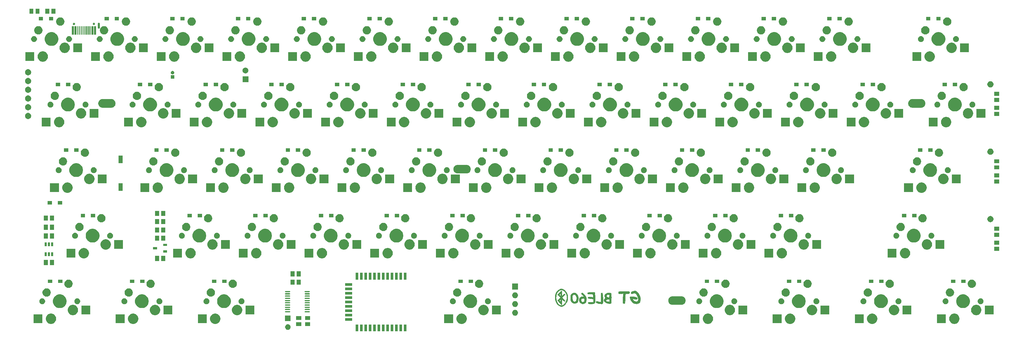
<source format=gbr>
%TF.GenerationSoftware,KiCad,Pcbnew,(5.1.0)-1*%
%TF.CreationDate,2019-04-30T15:13:16+08:00*%
%TF.ProjectId,keyboard,6b657962-6f61-4726-942e-6b696361645f,rev.C*%
%TF.SameCoordinates,PX3b67bd4PY97d81e8*%
%TF.FileFunction,Soldermask,Bot*%
%TF.FilePolarity,Negative*%
%FSLAX46Y46*%
G04 Gerber Fmt 4.6, Leading zero omitted, Abs format (unit mm)*
G04 Created by KiCad (PCBNEW (5.1.0)-1) date 2019-04-30 15:13:16*
%MOMM*%
%LPD*%
G04 APERTURE LIST*
%ADD10C,0.010000*%
%ADD11C,0.350000*%
G04 APERTURE END LIST*
D10*
G36*
X222798503Y-147581935D02*
G01*
X222435162Y-147726565D01*
X222141763Y-147994967D01*
X222052287Y-148136559D01*
X221955689Y-148432687D01*
X221904086Y-148830525D01*
X221900069Y-149267845D01*
X221946228Y-149682420D01*
X221981544Y-149836026D01*
X222164289Y-150206051D01*
X222457916Y-150476182D01*
X222825932Y-150629919D01*
X223231847Y-150650764D01*
X223571952Y-150555070D01*
X223845405Y-150345019D01*
X224039999Y-150021180D01*
X224155813Y-149619572D01*
X224192927Y-149176216D01*
X224183686Y-149076223D01*
X223674940Y-149076223D01*
X223631993Y-149506766D01*
X223515160Y-149841551D01*
X223342456Y-150066640D01*
X223131896Y-150168097D01*
X222901495Y-150131985D01*
X222669267Y-149944368D01*
X222624980Y-149888505D01*
X222511248Y-149637663D01*
X222447620Y-149296237D01*
X222434534Y-148921408D01*
X222472427Y-148570353D01*
X222561736Y-148300253D01*
X222612281Y-148227327D01*
X222836969Y-148075069D01*
X223075732Y-148067774D01*
X223303737Y-148185604D01*
X223496150Y-148408722D01*
X223628135Y-148717289D01*
X223674940Y-149076223D01*
X224183686Y-149076223D01*
X224151420Y-148727131D01*
X224031372Y-148308336D01*
X223832861Y-147955853D01*
X223565692Y-147711542D01*
X223189456Y-147572965D01*
X222798503Y-147581935D01*
X222798503Y-147581935D01*
G37*
X222798503Y-147581935D02*
X222435162Y-147726565D01*
X222141763Y-147994967D01*
X222052287Y-148136559D01*
X221955689Y-148432687D01*
X221904086Y-148830525D01*
X221900069Y-149267845D01*
X221946228Y-149682420D01*
X221981544Y-149836026D01*
X222164289Y-150206051D01*
X222457916Y-150476182D01*
X222825932Y-150629919D01*
X223231847Y-150650764D01*
X223571952Y-150555070D01*
X223845405Y-150345019D01*
X224039999Y-150021180D01*
X224155813Y-149619572D01*
X224192927Y-149176216D01*
X224183686Y-149076223D01*
X223674940Y-149076223D01*
X223631993Y-149506766D01*
X223515160Y-149841551D01*
X223342456Y-150066640D01*
X223131896Y-150168097D01*
X222901495Y-150131985D01*
X222669267Y-149944368D01*
X222624980Y-149888505D01*
X222511248Y-149637663D01*
X222447620Y-149296237D01*
X222434534Y-148921408D01*
X222472427Y-148570353D01*
X222561736Y-148300253D01*
X222612281Y-148227327D01*
X222836969Y-148075069D01*
X223075732Y-148067774D01*
X223303737Y-148185604D01*
X223496150Y-148408722D01*
X223628135Y-148717289D01*
X223674940Y-149076223D01*
X224183686Y-149076223D01*
X224151420Y-148727131D01*
X224031372Y-148308336D01*
X223832861Y-147955853D01*
X223565692Y-147711542D01*
X223189456Y-147572965D01*
X222798503Y-147581935D01*
G36*
X232701083Y-147584398D02*
G01*
X232319156Y-147703001D01*
X232022870Y-147908911D01*
X231835863Y-148182573D01*
X231781774Y-148504432D01*
X231811511Y-148675763D01*
X231888221Y-148882432D01*
X231965586Y-149011726D01*
X231966254Y-149124201D01*
X231831510Y-149306692D01*
X231797730Y-149341449D01*
X231605870Y-149588604D01*
X231568167Y-149814780D01*
X231685674Y-150052808D01*
X231825564Y-150209437D01*
X232078689Y-150394689D01*
X232404180Y-150539320D01*
X232761105Y-150636543D01*
X233108536Y-150679570D01*
X233405540Y-150661612D01*
X233611187Y-150575880D01*
X233662628Y-150514113D01*
X233694010Y-150371995D01*
X233718397Y-150100691D01*
X233735590Y-149737641D01*
X233743331Y-149407880D01*
X233157607Y-149407880D01*
X233157607Y-150188725D01*
X232852235Y-150131437D01*
X232583721Y-150070107D01*
X232352505Y-150000209D01*
X232344235Y-149997110D01*
X232181443Y-149883812D01*
X232157949Y-149743271D01*
X232252210Y-149601203D01*
X232442686Y-149483326D01*
X232707835Y-149415359D01*
X232837779Y-149407880D01*
X233157607Y-149407880D01*
X233743331Y-149407880D01*
X233745388Y-149320285D01*
X233747590Y-148886062D01*
X233742052Y-148476547D01*
X233157607Y-148476547D01*
X233151527Y-148727319D01*
X233117145Y-148852388D01*
X233030253Y-148895338D01*
X232922446Y-148899880D01*
X232670771Y-148851193D01*
X232499113Y-148768079D01*
X232348752Y-148589208D01*
X232340206Y-148394511D01*
X232453417Y-148217860D01*
X232668322Y-148093131D01*
X232922446Y-148053214D01*
X233061749Y-148064160D01*
X233131226Y-148126053D01*
X233155084Y-148282475D01*
X233157607Y-148476547D01*
X233742052Y-148476547D01*
X233741996Y-148472413D01*
X233728405Y-148116776D01*
X233706616Y-147856592D01*
X233677544Y-147730962D01*
X233559445Y-147661174D01*
X233330931Y-147600072D01*
X233145013Y-147572654D01*
X232701083Y-147584398D01*
X232701083Y-147584398D01*
G37*
X232701083Y-147584398D02*
X232319156Y-147703001D01*
X232022870Y-147908911D01*
X231835863Y-148182573D01*
X231781774Y-148504432D01*
X231811511Y-148675763D01*
X231888221Y-148882432D01*
X231965586Y-149011726D01*
X231966254Y-149124201D01*
X231831510Y-149306692D01*
X231797730Y-149341449D01*
X231605870Y-149588604D01*
X231568167Y-149814780D01*
X231685674Y-150052808D01*
X231825564Y-150209437D01*
X232078689Y-150394689D01*
X232404180Y-150539320D01*
X232761105Y-150636543D01*
X233108536Y-150679570D01*
X233405540Y-150661612D01*
X233611187Y-150575880D01*
X233662628Y-150514113D01*
X233694010Y-150371995D01*
X233718397Y-150100691D01*
X233735590Y-149737641D01*
X233743331Y-149407880D01*
X233157607Y-149407880D01*
X233157607Y-150188725D01*
X232852235Y-150131437D01*
X232583721Y-150070107D01*
X232352505Y-150000209D01*
X232344235Y-149997110D01*
X232181443Y-149883812D01*
X232157949Y-149743271D01*
X232252210Y-149601203D01*
X232442686Y-149483326D01*
X232707835Y-149415359D01*
X232837779Y-149407880D01*
X233157607Y-149407880D01*
X233743331Y-149407880D01*
X233745388Y-149320285D01*
X233747590Y-148886062D01*
X233742052Y-148476547D01*
X233157607Y-148476547D01*
X233151527Y-148727319D01*
X233117145Y-148852388D01*
X233030253Y-148895338D01*
X232922446Y-148899880D01*
X232670771Y-148851193D01*
X232499113Y-148768079D01*
X232348752Y-148589208D01*
X232340206Y-148394511D01*
X232453417Y-148217860D01*
X232668322Y-148093131D01*
X232922446Y-148053214D01*
X233061749Y-148064160D01*
X233131226Y-148126053D01*
X233155084Y-148282475D01*
X233157607Y-148476547D01*
X233742052Y-148476547D01*
X233741996Y-148472413D01*
X233728405Y-148116776D01*
X233706616Y-147856592D01*
X233677544Y-147730962D01*
X233559445Y-147661174D01*
X233330931Y-147600072D01*
X233145013Y-147572654D01*
X232701083Y-147584398D01*
G36*
X236875825Y-147124480D02*
G01*
X236451927Y-147135660D01*
X236153744Y-147160493D01*
X235959483Y-147204052D01*
X235847353Y-147271409D01*
X235795563Y-147367638D01*
X235782321Y-147497810D01*
X235782274Y-147509447D01*
X235819203Y-147700645D01*
X235945342Y-147814888D01*
X236183713Y-147861115D01*
X236557342Y-147848259D01*
X236636081Y-147840830D01*
X237239702Y-147780210D01*
X237191793Y-148107212D01*
X237144252Y-148505980D01*
X237108864Y-148949489D01*
X237086585Y-149399942D01*
X237078372Y-149819540D01*
X237085179Y-150170486D01*
X237107962Y-150414980D01*
X237131348Y-150498098D01*
X237290213Y-150650019D01*
X237491523Y-150660742D01*
X237628007Y-150576280D01*
X237683429Y-150437254D01*
X237719555Y-150177560D01*
X237729607Y-149911954D01*
X237736174Y-149553640D01*
X237753577Y-149110350D01*
X237778373Y-148665838D01*
X237784619Y-148574220D01*
X237839630Y-147799214D01*
X238374306Y-147799214D01*
X238680220Y-147790521D01*
X238861893Y-147756398D01*
X238963889Y-147684776D01*
X238999607Y-147629880D01*
X239043914Y-147413374D01*
X238999607Y-147291214D01*
X238957066Y-147229734D01*
X238888652Y-147185228D01*
X238769383Y-147154969D01*
X238574281Y-147136233D01*
X238278364Y-147126296D01*
X237856654Y-147122432D01*
X237447228Y-147121880D01*
X236875825Y-147124480D01*
X236875825Y-147124480D01*
G37*
X236875825Y-147124480D02*
X236451927Y-147135660D01*
X236153744Y-147160493D01*
X235959483Y-147204052D01*
X235847353Y-147271409D01*
X235795563Y-147367638D01*
X235782321Y-147497810D01*
X235782274Y-147509447D01*
X235819203Y-147700645D01*
X235945342Y-147814888D01*
X236183713Y-147861115D01*
X236557342Y-147848259D01*
X236636081Y-147840830D01*
X237239702Y-147780210D01*
X237191793Y-148107212D01*
X237144252Y-148505980D01*
X237108864Y-148949489D01*
X237086585Y-149399942D01*
X237078372Y-149819540D01*
X237085179Y-150170486D01*
X237107962Y-150414980D01*
X237131348Y-150498098D01*
X237290213Y-150650019D01*
X237491523Y-150660742D01*
X237628007Y-150576280D01*
X237683429Y-150437254D01*
X237719555Y-150177560D01*
X237729607Y-149911954D01*
X237736174Y-149553640D01*
X237753577Y-149110350D01*
X237778373Y-148665838D01*
X237784619Y-148574220D01*
X237839630Y-147799214D01*
X238374306Y-147799214D01*
X238680220Y-147790521D01*
X238861893Y-147756398D01*
X238963889Y-147684776D01*
X238999607Y-147629880D01*
X239043914Y-147413374D01*
X238999607Y-147291214D01*
X238957066Y-147229734D01*
X238888652Y-147185228D01*
X238769383Y-147154969D01*
X238574281Y-147136233D01*
X238278364Y-147126296D01*
X237856654Y-147122432D01*
X237447228Y-147121880D01*
X236875825Y-147124480D01*
G36*
X225076318Y-147645381D02*
G01*
X225060230Y-147802604D01*
X225178709Y-148009258D01*
X225327061Y-148160524D01*
X225583468Y-148399207D01*
X225704294Y-148554430D01*
X225690334Y-148643108D01*
X225542385Y-148682156D01*
X225351911Y-148689040D01*
X225075920Y-148705054D01*
X224891100Y-148772957D01*
X224720480Y-148924578D01*
X224683257Y-148965542D01*
X224489210Y-149296352D01*
X224427731Y-149670575D01*
X224490569Y-150044226D01*
X224669469Y-150373319D01*
X224956178Y-150613867D01*
X224996349Y-150634179D01*
X225402918Y-150750164D01*
X225793923Y-150718242D01*
X225952779Y-150655465D01*
X226244250Y-150438609D01*
X226424095Y-150132806D01*
X226504156Y-149713689D01*
X226509943Y-149536309D01*
X225961019Y-149536309D01*
X225946675Y-149787064D01*
X225878674Y-150011969D01*
X225820818Y-150099713D01*
X225609110Y-150229127D01*
X225361982Y-150242382D01*
X225232782Y-150189750D01*
X225094066Y-150030212D01*
X224982762Y-149797431D01*
X224944940Y-149610613D01*
X225019133Y-149386099D01*
X225212350Y-149227470D01*
X225480550Y-149154962D01*
X225779694Y-149188814D01*
X225827016Y-149205272D01*
X225921276Y-149321709D01*
X225961019Y-149536309D01*
X226509943Y-149536309D01*
X226510893Y-149507204D01*
X226495162Y-149145159D01*
X226436234Y-148873242D01*
X226315628Y-148614059D01*
X226285012Y-148561214D01*
X226070704Y-148247190D01*
X225824862Y-147960435D01*
X225579094Y-147730977D01*
X225365011Y-147588848D01*
X225230467Y-147559336D01*
X225076318Y-147645381D01*
X225076318Y-147645381D01*
G37*
X225076318Y-147645381D02*
X225060230Y-147802604D01*
X225178709Y-148009258D01*
X225327061Y-148160524D01*
X225583468Y-148399207D01*
X225704294Y-148554430D01*
X225690334Y-148643108D01*
X225542385Y-148682156D01*
X225351911Y-148689040D01*
X225075920Y-148705054D01*
X224891100Y-148772957D01*
X224720480Y-148924578D01*
X224683257Y-148965542D01*
X224489210Y-149296352D01*
X224427731Y-149670575D01*
X224490569Y-150044226D01*
X224669469Y-150373319D01*
X224956178Y-150613867D01*
X224996349Y-150634179D01*
X225402918Y-150750164D01*
X225793923Y-150718242D01*
X225952779Y-150655465D01*
X226244250Y-150438609D01*
X226424095Y-150132806D01*
X226504156Y-149713689D01*
X226509943Y-149536309D01*
X225961019Y-149536309D01*
X225946675Y-149787064D01*
X225878674Y-150011969D01*
X225820818Y-150099713D01*
X225609110Y-150229127D01*
X225361982Y-150242382D01*
X225232782Y-150189750D01*
X225094066Y-150030212D01*
X224982762Y-149797431D01*
X224944940Y-149610613D01*
X225019133Y-149386099D01*
X225212350Y-149227470D01*
X225480550Y-149154962D01*
X225779694Y-149188814D01*
X225827016Y-149205272D01*
X225921276Y-149321709D01*
X225961019Y-149536309D01*
X226509943Y-149536309D01*
X226510893Y-149507204D01*
X226495162Y-149145159D01*
X226436234Y-148873242D01*
X226315628Y-148614059D01*
X226285012Y-148561214D01*
X226070704Y-148247190D01*
X225824862Y-147960435D01*
X225579094Y-147730977D01*
X225365011Y-147588848D01*
X225230467Y-147559336D01*
X225076318Y-147645381D01*
G36*
X227616900Y-147394169D02*
G01*
X227308243Y-147413210D01*
X227085514Y-147442232D01*
X227023140Y-147459077D01*
X226854099Y-147565893D01*
X226821779Y-147727409D01*
X226822903Y-147735850D01*
X226846337Y-147830040D01*
X226907376Y-147884738D01*
X227041873Y-147908386D01*
X227285680Y-147909427D01*
X227527274Y-147901707D01*
X227857112Y-147898090D01*
X228124624Y-147910465D01*
X228282142Y-147936216D01*
X228298205Y-147944040D01*
X228361861Y-148061960D01*
X228417451Y-148285646D01*
X228436738Y-148419845D01*
X228481673Y-148828809D01*
X227789110Y-148771119D01*
X227432298Y-148746977D01*
X227204843Y-148749382D01*
X227068313Y-148782053D01*
X226984279Y-148848705D01*
X226984044Y-148848988D01*
X226914132Y-148996238D01*
X226984132Y-149110608D01*
X227202379Y-149196579D01*
X227577208Y-149258631D01*
X227783483Y-149278650D01*
X228500940Y-149338414D01*
X228500940Y-150247954D01*
X227761060Y-150272417D01*
X227400467Y-150288579D01*
X227175770Y-150313304D01*
X227053535Y-150354564D01*
X227000326Y-150420329D01*
X226990729Y-150456068D01*
X227017636Y-150623137D01*
X227074443Y-150687605D01*
X227221237Y-150725070D01*
X227483424Y-150747152D01*
X227807781Y-150754044D01*
X228141086Y-150745937D01*
X228430116Y-150723024D01*
X228621649Y-150685496D01*
X228630880Y-150681984D01*
X228779271Y-150611183D01*
X228887665Y-150520128D01*
X228961635Y-150383823D01*
X229006755Y-150177268D01*
X229028597Y-149875465D01*
X229032735Y-149453417D01*
X229025246Y-148913075D01*
X229014409Y-148442106D01*
X229001018Y-148031277D01*
X228986348Y-147710081D01*
X228971676Y-147508011D01*
X228962063Y-147453194D01*
X228861068Y-147420395D01*
X228633567Y-147398222D01*
X228322048Y-147386546D01*
X227968997Y-147385238D01*
X227616900Y-147394169D01*
X227616900Y-147394169D01*
G37*
X227616900Y-147394169D02*
X227308243Y-147413210D01*
X227085514Y-147442232D01*
X227023140Y-147459077D01*
X226854099Y-147565893D01*
X226821779Y-147727409D01*
X226822903Y-147735850D01*
X226846337Y-147830040D01*
X226907376Y-147884738D01*
X227041873Y-147908386D01*
X227285680Y-147909427D01*
X227527274Y-147901707D01*
X227857112Y-147898090D01*
X228124624Y-147910465D01*
X228282142Y-147936216D01*
X228298205Y-147944040D01*
X228361861Y-148061960D01*
X228417451Y-148285646D01*
X228436738Y-148419845D01*
X228481673Y-148828809D01*
X227789110Y-148771119D01*
X227432298Y-148746977D01*
X227204843Y-148749382D01*
X227068313Y-148782053D01*
X226984279Y-148848705D01*
X226984044Y-148848988D01*
X226914132Y-148996238D01*
X226984132Y-149110608D01*
X227202379Y-149196579D01*
X227577208Y-149258631D01*
X227783483Y-149278650D01*
X228500940Y-149338414D01*
X228500940Y-150247954D01*
X227761060Y-150272417D01*
X227400467Y-150288579D01*
X227175770Y-150313304D01*
X227053535Y-150354564D01*
X227000326Y-150420329D01*
X226990729Y-150456068D01*
X227017636Y-150623137D01*
X227074443Y-150687605D01*
X227221237Y-150725070D01*
X227483424Y-150747152D01*
X227807781Y-150754044D01*
X228141086Y-150745937D01*
X228430116Y-150723024D01*
X228621649Y-150685496D01*
X228630880Y-150681984D01*
X228779271Y-150611183D01*
X228887665Y-150520128D01*
X228961635Y-150383823D01*
X229006755Y-150177268D01*
X229028597Y-149875465D01*
X229032735Y-149453417D01*
X229025246Y-148913075D01*
X229014409Y-148442106D01*
X229001018Y-148031277D01*
X228986348Y-147710081D01*
X228971676Y-147508011D01*
X228962063Y-147453194D01*
X228861068Y-147420395D01*
X228633567Y-147398222D01*
X228322048Y-147386546D01*
X227968997Y-147385238D01*
X227616900Y-147394169D01*
G36*
X230867727Y-147588778D02*
G01*
X230795655Y-147616343D01*
X230745611Y-147663092D01*
X230714865Y-147755088D01*
X230700689Y-147918391D01*
X230700355Y-148179062D01*
X230711135Y-148563163D01*
X230725014Y-148951855D01*
X230744807Y-149467014D01*
X230751907Y-149833615D01*
X230733201Y-150072431D01*
X230675572Y-150204238D01*
X230565904Y-150249810D01*
X230391082Y-150229920D01*
X230137990Y-150165344D01*
X229984664Y-150124525D01*
X229625287Y-150047141D01*
X229400747Y-150043496D01*
X229291502Y-150117760D01*
X229278005Y-150274103D01*
X229278169Y-150275265D01*
X229377037Y-150438826D01*
X229626121Y-150568985D01*
X230031266Y-150667872D01*
X230530385Y-150731543D01*
X230838241Y-150755931D01*
X231023128Y-150751195D01*
X231130290Y-150707672D01*
X231204970Y-150615699D01*
X231224254Y-150583336D01*
X231270285Y-150464404D01*
X231299441Y-150279340D01*
X231312936Y-150002661D01*
X231311981Y-149608885D01*
X231297788Y-149072530D01*
X231297103Y-149051947D01*
X231274748Y-148497550D01*
X231246330Y-148092522D01*
X231205989Y-147816901D01*
X231147866Y-147650722D01*
X231066105Y-147574022D01*
X230954845Y-147566838D01*
X230867727Y-147588778D01*
X230867727Y-147588778D01*
G37*
X230867727Y-147588778D02*
X230795655Y-147616343D01*
X230745611Y-147663092D01*
X230714865Y-147755088D01*
X230700689Y-147918391D01*
X230700355Y-148179062D01*
X230711135Y-148563163D01*
X230725014Y-148951855D01*
X230744807Y-149467014D01*
X230751907Y-149833615D01*
X230733201Y-150072431D01*
X230675572Y-150204238D01*
X230565904Y-150249810D01*
X230391082Y-150229920D01*
X230137990Y-150165344D01*
X229984664Y-150124525D01*
X229625287Y-150047141D01*
X229400747Y-150043496D01*
X229291502Y-150117760D01*
X229278005Y-150274103D01*
X229278169Y-150275265D01*
X229377037Y-150438826D01*
X229626121Y-150568985D01*
X230031266Y-150667872D01*
X230530385Y-150731543D01*
X230838241Y-150755931D01*
X231023128Y-150751195D01*
X231130290Y-150707672D01*
X231204970Y-150615699D01*
X231224254Y-150583336D01*
X231270285Y-150464404D01*
X231299441Y-150279340D01*
X231312936Y-150002661D01*
X231311981Y-149608885D01*
X231297788Y-149072530D01*
X231297103Y-149051947D01*
X231274748Y-148497550D01*
X231246330Y-148092522D01*
X231205989Y-147816901D01*
X231147866Y-147650722D01*
X231066105Y-147574022D01*
X230954845Y-147566838D01*
X230867727Y-147588778D01*
G36*
X240316133Y-146996143D02*
G01*
X240211432Y-147023049D01*
X239806137Y-147164148D01*
X239539166Y-147329666D01*
X239419039Y-147509556D01*
X239454275Y-147693769D01*
X239551886Y-147800828D01*
X239667381Y-147857190D01*
X239824955Y-147834117D01*
X240012310Y-147758367D01*
X240303730Y-147666000D01*
X240544955Y-147659517D01*
X240553310Y-147661478D01*
X240730621Y-147768388D01*
X240943901Y-147985589D01*
X241159085Y-148269198D01*
X241342105Y-148575335D01*
X241442371Y-148806681D01*
X241518832Y-149143774D01*
X241535925Y-149485740D01*
X241495408Y-149776325D01*
X241406560Y-149952166D01*
X241180992Y-150068487D01*
X240886522Y-150077041D01*
X240571102Y-149992614D01*
X240282683Y-149829990D01*
X240069217Y-149603954D01*
X240027392Y-149526933D01*
X239925434Y-149303161D01*
X240330354Y-149370570D01*
X240633306Y-149413312D01*
X240911676Y-149440341D01*
X240989274Y-149444096D01*
X241168879Y-149428190D01*
X241235254Y-149333136D01*
X241243274Y-149196583D01*
X241219171Y-149020690D01*
X241115570Y-148914812D01*
X240926540Y-148839186D01*
X240615219Y-148761609D01*
X240235628Y-148701369D01*
X239847597Y-148664376D01*
X239510955Y-148656536D01*
X239303052Y-148678863D01*
X239130114Y-148772077D01*
X239084274Y-148938830D01*
X239115727Y-149117465D01*
X239168940Y-149196214D01*
X239242587Y-149316819D01*
X239253607Y-149396301D01*
X239297056Y-149547080D01*
X239408743Y-149776836D01*
X239508465Y-149945930D01*
X239831120Y-150313299D01*
X240246439Y-150577892D01*
X240713550Y-150726143D01*
X241191584Y-150744490D01*
X241596717Y-150639007D01*
X241890350Y-150441259D01*
X242081953Y-150136909D01*
X242185365Y-149703538D01*
X242188126Y-149680990D01*
X242178626Y-149189773D01*
X242055472Y-148661573D01*
X241839546Y-148139473D01*
X241551728Y-147666560D01*
X241212900Y-147285916D01*
X240928389Y-147081729D01*
X240720440Y-146984200D01*
X240543507Y-146957894D01*
X240316133Y-146996143D01*
X240316133Y-146996143D01*
G37*
X240316133Y-146996143D02*
X240211432Y-147023049D01*
X239806137Y-147164148D01*
X239539166Y-147329666D01*
X239419039Y-147509556D01*
X239454275Y-147693769D01*
X239551886Y-147800828D01*
X239667381Y-147857190D01*
X239824955Y-147834117D01*
X240012310Y-147758367D01*
X240303730Y-147666000D01*
X240544955Y-147659517D01*
X240553310Y-147661478D01*
X240730621Y-147768388D01*
X240943901Y-147985589D01*
X241159085Y-148269198D01*
X241342105Y-148575335D01*
X241442371Y-148806681D01*
X241518832Y-149143774D01*
X241535925Y-149485740D01*
X241495408Y-149776325D01*
X241406560Y-149952166D01*
X241180992Y-150068487D01*
X240886522Y-150077041D01*
X240571102Y-149992614D01*
X240282683Y-149829990D01*
X240069217Y-149603954D01*
X240027392Y-149526933D01*
X239925434Y-149303161D01*
X240330354Y-149370570D01*
X240633306Y-149413312D01*
X240911676Y-149440341D01*
X240989274Y-149444096D01*
X241168879Y-149428190D01*
X241235254Y-149333136D01*
X241243274Y-149196583D01*
X241219171Y-149020690D01*
X241115570Y-148914812D01*
X240926540Y-148839186D01*
X240615219Y-148761609D01*
X240235628Y-148701369D01*
X239847597Y-148664376D01*
X239510955Y-148656536D01*
X239303052Y-148678863D01*
X239130114Y-148772077D01*
X239084274Y-148938830D01*
X239115727Y-149117465D01*
X239168940Y-149196214D01*
X239242587Y-149316819D01*
X239253607Y-149396301D01*
X239297056Y-149547080D01*
X239408743Y-149776836D01*
X239508465Y-149945930D01*
X239831120Y-150313299D01*
X240246439Y-150577892D01*
X240713550Y-150726143D01*
X241191584Y-150744490D01*
X241596717Y-150639007D01*
X241890350Y-150441259D01*
X242081953Y-150136909D01*
X242185365Y-149703538D01*
X242188126Y-149680990D01*
X242178626Y-149189773D01*
X242055472Y-148661573D01*
X241839546Y-148139473D01*
X241551728Y-147666560D01*
X241212900Y-147285916D01*
X240928389Y-147081729D01*
X240720440Y-146984200D01*
X240543507Y-146957894D01*
X240316133Y-146996143D01*
G36*
X219285193Y-146977793D02*
G01*
X219112391Y-147130139D01*
X218879327Y-147352194D01*
X218712896Y-147517728D01*
X218122500Y-148114237D01*
X218553610Y-148526960D01*
X218984720Y-148939682D01*
X218554456Y-149369947D01*
X218124191Y-149800211D01*
X219434834Y-151110854D01*
X219434834Y-149799886D01*
X219096167Y-149799886D01*
X219087420Y-150037538D01*
X219044939Y-150121284D01*
X218944360Y-150066296D01*
X218835279Y-149962331D01*
X218718495Y-149828262D01*
X218720173Y-149731014D01*
X218806068Y-149623664D01*
X218960500Y-149486362D01*
X219052107Y-149497920D01*
X219092058Y-149665125D01*
X219096167Y-149799886D01*
X219434834Y-149799886D01*
X219434834Y-149426854D01*
X219769727Y-149753868D01*
X219970878Y-149938249D01*
X220099735Y-150014119D01*
X220196262Y-149999741D01*
X220239810Y-149968686D01*
X220296595Y-149898535D01*
X220283662Y-149810429D01*
X220184124Y-149673734D01*
X219981093Y-149457816D01*
X219928976Y-149404854D01*
X219482952Y-148953220D01*
X219924559Y-148506057D01*
X220137881Y-148283567D01*
X220294604Y-148107750D01*
X220364915Y-148012288D01*
X220366167Y-148007116D01*
X220298807Y-147937226D01*
X220224581Y-147901005D01*
X220064644Y-147924113D01*
X219833662Y-148092768D01*
X219758914Y-148163129D01*
X219434834Y-148479585D01*
X219434834Y-148106553D01*
X219096167Y-148106553D01*
X219076879Y-148349319D01*
X219011121Y-148433097D01*
X218887051Y-148364652D01*
X218799834Y-148275886D01*
X218696999Y-148142767D01*
X218712423Y-148042353D01*
X218799834Y-147937220D01*
X218957360Y-147795490D01*
X219050678Y-147802613D01*
X219091629Y-147965355D01*
X219096167Y-148106553D01*
X219434834Y-148106553D01*
X219434834Y-147700402D01*
X219428214Y-147360724D01*
X219410456Y-147096024D01*
X219384714Y-146943657D01*
X219369063Y-146921220D01*
X219285193Y-146977793D01*
X219285193Y-146977793D01*
G37*
X219285193Y-146977793D02*
X219112391Y-147130139D01*
X218879327Y-147352194D01*
X218712896Y-147517728D01*
X218122500Y-148114237D01*
X218553610Y-148526960D01*
X218984720Y-148939682D01*
X218554456Y-149369947D01*
X218124191Y-149800211D01*
X219434834Y-151110854D01*
X219434834Y-149799886D01*
X219096167Y-149799886D01*
X219087420Y-150037538D01*
X219044939Y-150121284D01*
X218944360Y-150066296D01*
X218835279Y-149962331D01*
X218718495Y-149828262D01*
X218720173Y-149731014D01*
X218806068Y-149623664D01*
X218960500Y-149486362D01*
X219052107Y-149497920D01*
X219092058Y-149665125D01*
X219096167Y-149799886D01*
X219434834Y-149799886D01*
X219434834Y-149426854D01*
X219769727Y-149753868D01*
X219970878Y-149938249D01*
X220099735Y-150014119D01*
X220196262Y-149999741D01*
X220239810Y-149968686D01*
X220296595Y-149898535D01*
X220283662Y-149810429D01*
X220184124Y-149673734D01*
X219981093Y-149457816D01*
X219928976Y-149404854D01*
X219482952Y-148953220D01*
X219924559Y-148506057D01*
X220137881Y-148283567D01*
X220294604Y-148107750D01*
X220364915Y-148012288D01*
X220366167Y-148007116D01*
X220298807Y-147937226D01*
X220224581Y-147901005D01*
X220064644Y-147924113D01*
X219833662Y-148092768D01*
X219758914Y-148163129D01*
X219434834Y-148479585D01*
X219434834Y-148106553D01*
X219096167Y-148106553D01*
X219076879Y-148349319D01*
X219011121Y-148433097D01*
X218887051Y-148364652D01*
X218799834Y-148275886D01*
X218696999Y-148142767D01*
X218712423Y-148042353D01*
X218799834Y-147937220D01*
X218957360Y-147795490D01*
X219050678Y-147802613D01*
X219091629Y-147965355D01*
X219096167Y-148106553D01*
X219434834Y-148106553D01*
X219434834Y-147700402D01*
X219428214Y-147360724D01*
X219410456Y-147096024D01*
X219384714Y-146943657D01*
X219369063Y-146921220D01*
X219285193Y-146977793D01*
G36*
X219010760Y-146412615D02*
G01*
X218905667Y-146453429D01*
X218455502Y-146680078D01*
X218110555Y-146975976D01*
X217826621Y-147383169D01*
X217725433Y-147576026D01*
X217591708Y-147861816D01*
X217509008Y-148095450D01*
X217465396Y-148335940D01*
X217448938Y-148642296D01*
X217447235Y-148951439D01*
X217480353Y-149552007D01*
X217587254Y-150046558D01*
X217784421Y-150488421D01*
X218039778Y-150868294D01*
X218217706Y-151038712D01*
X218483456Y-151225087D01*
X218783405Y-151396905D01*
X219063925Y-151523654D01*
X219271393Y-151574821D01*
X219281424Y-151574794D01*
X219414185Y-151538138D01*
X219641237Y-151446687D01*
X219837992Y-151356179D01*
X220216397Y-151125091D01*
X220519369Y-150819680D01*
X220781699Y-150400953D01*
X220890726Y-150176225D01*
X220988466Y-149925567D01*
X221047481Y-149663183D01*
X221076392Y-149334368D01*
X221083766Y-148951439D01*
X221081281Y-148700471D01*
X220814280Y-148700471D01*
X220804376Y-149302741D01*
X220680455Y-149884186D01*
X220442583Y-150408361D01*
X220152545Y-150779965D01*
X219923950Y-150982693D01*
X219709321Y-151130514D01*
X219592341Y-151180744D01*
X219212080Y-151192764D01*
X218821721Y-151102153D01*
X218573227Y-150974581D01*
X218196539Y-150604403D01*
X217924240Y-150112573D01*
X217763709Y-149516232D01*
X217720891Y-148995018D01*
X217775486Y-148306541D01*
X217957859Y-147724581D01*
X218270656Y-147241569D01*
X218371783Y-147133148D01*
X218760963Y-146831071D01*
X219153417Y-146698227D01*
X219546597Y-146734616D01*
X219937955Y-146940239D01*
X220159218Y-147133148D01*
X220491767Y-147579230D01*
X220710099Y-148113819D01*
X220814280Y-148700471D01*
X221081281Y-148700471D01*
X221079857Y-148556763D01*
X221057763Y-148272294D01*
X221005548Y-148039020D01*
X220911278Y-147797931D01*
X220805568Y-147576026D01*
X220533237Y-147115462D01*
X220216706Y-146782186D01*
X219811772Y-146534152D01*
X219625334Y-146453429D01*
X219387743Y-146369418D01*
X219213202Y-146355813D01*
X219010760Y-146412615D01*
X219010760Y-146412615D01*
G37*
X219010760Y-146412615D02*
X218905667Y-146453429D01*
X218455502Y-146680078D01*
X218110555Y-146975976D01*
X217826621Y-147383169D01*
X217725433Y-147576026D01*
X217591708Y-147861816D01*
X217509008Y-148095450D01*
X217465396Y-148335940D01*
X217448938Y-148642296D01*
X217447235Y-148951439D01*
X217480353Y-149552007D01*
X217587254Y-150046558D01*
X217784421Y-150488421D01*
X218039778Y-150868294D01*
X218217706Y-151038712D01*
X218483456Y-151225087D01*
X218783405Y-151396905D01*
X219063925Y-151523654D01*
X219271393Y-151574821D01*
X219281424Y-151574794D01*
X219414185Y-151538138D01*
X219641237Y-151446687D01*
X219837992Y-151356179D01*
X220216397Y-151125091D01*
X220519369Y-150819680D01*
X220781699Y-150400953D01*
X220890726Y-150176225D01*
X220988466Y-149925567D01*
X221047481Y-149663183D01*
X221076392Y-149334368D01*
X221083766Y-148951439D01*
X221081281Y-148700471D01*
X220814280Y-148700471D01*
X220804376Y-149302741D01*
X220680455Y-149884186D01*
X220442583Y-150408361D01*
X220152545Y-150779965D01*
X219923950Y-150982693D01*
X219709321Y-151130514D01*
X219592341Y-151180744D01*
X219212080Y-151192764D01*
X218821721Y-151102153D01*
X218573227Y-150974581D01*
X218196539Y-150604403D01*
X217924240Y-150112573D01*
X217763709Y-149516232D01*
X217720891Y-148995018D01*
X217775486Y-148306541D01*
X217957859Y-147724581D01*
X218270656Y-147241569D01*
X218371783Y-147133148D01*
X218760963Y-146831071D01*
X219153417Y-146698227D01*
X219546597Y-146734616D01*
X219937955Y-146940239D01*
X220159218Y-147133148D01*
X220491767Y-147579230D01*
X220710099Y-148113819D01*
X220814280Y-148700471D01*
X221081281Y-148700471D01*
X221079857Y-148556763D01*
X221057763Y-148272294D01*
X221005548Y-148039020D01*
X220911278Y-147797931D01*
X220805568Y-147576026D01*
X220533237Y-147115462D01*
X220216706Y-146782186D01*
X219811772Y-146534152D01*
X219625334Y-146453429D01*
X219387743Y-146369418D01*
X219213202Y-146355813D01*
X219010760Y-146412615D01*
D11*
G36*
X174387000Y-158757000D02*
G01*
X173587000Y-158757000D01*
X173587000Y-156757000D01*
X174387000Y-156757000D01*
X174387000Y-158757000D01*
X174387000Y-158757000D01*
G37*
G36*
X160417000Y-158757000D02*
G01*
X159617000Y-158757000D01*
X159617000Y-156757000D01*
X160417000Y-156757000D01*
X160417000Y-158757000D01*
X160417000Y-158757000D01*
G37*
G36*
X161687000Y-158757000D02*
G01*
X160887000Y-158757000D01*
X160887000Y-156757000D01*
X161687000Y-156757000D01*
X161687000Y-158757000D01*
X161687000Y-158757000D01*
G37*
G36*
X162957000Y-158757000D02*
G01*
X162157000Y-158757000D01*
X162157000Y-156757000D01*
X162957000Y-156757000D01*
X162957000Y-158757000D01*
X162957000Y-158757000D01*
G37*
G36*
X164227000Y-158757000D02*
G01*
X163427000Y-158757000D01*
X163427000Y-156757000D01*
X164227000Y-156757000D01*
X164227000Y-158757000D01*
X164227000Y-158757000D01*
G37*
G36*
X165497000Y-158757000D02*
G01*
X164697000Y-158757000D01*
X164697000Y-156757000D01*
X165497000Y-156757000D01*
X165497000Y-158757000D01*
X165497000Y-158757000D01*
G37*
G36*
X166767000Y-158757000D02*
G01*
X165967000Y-158757000D01*
X165967000Y-156757000D01*
X166767000Y-156757000D01*
X166767000Y-158757000D01*
X166767000Y-158757000D01*
G37*
G36*
X168037000Y-158757000D02*
G01*
X167237000Y-158757000D01*
X167237000Y-156757000D01*
X168037000Y-156757000D01*
X168037000Y-158757000D01*
X168037000Y-158757000D01*
G37*
G36*
X169307000Y-158757000D02*
G01*
X168507000Y-158757000D01*
X168507000Y-156757000D01*
X169307000Y-156757000D01*
X169307000Y-158757000D01*
X169307000Y-158757000D01*
G37*
G36*
X170577000Y-158757000D02*
G01*
X169777000Y-158757000D01*
X169777000Y-156757000D01*
X170577000Y-156757000D01*
X170577000Y-158757000D01*
X170577000Y-158757000D01*
G37*
G36*
X171847000Y-158757000D02*
G01*
X171047000Y-158757000D01*
X171047000Y-156757000D01*
X171847000Y-156757000D01*
X171847000Y-158757000D01*
X171847000Y-158757000D01*
G37*
G36*
X173117000Y-158757000D02*
G01*
X172317000Y-158757000D01*
X172317000Y-156757000D01*
X173117000Y-156757000D01*
X173117000Y-158757000D01*
X173117000Y-158757000D01*
G37*
G36*
X140202351Y-156746743D02*
G01*
X140347945Y-156807050D01*
X140478971Y-156894599D01*
X140590401Y-157006029D01*
X140677950Y-157137055D01*
X140738257Y-157282649D01*
X140769000Y-157437206D01*
X140769000Y-157594794D01*
X140738257Y-157749351D01*
X140677950Y-157894945D01*
X140590401Y-158025971D01*
X140478971Y-158137401D01*
X140347945Y-158224950D01*
X140202351Y-158285257D01*
X140047794Y-158316000D01*
X139890206Y-158316000D01*
X139735649Y-158285257D01*
X139590055Y-158224950D01*
X139459029Y-158137401D01*
X139347599Y-158025971D01*
X139260050Y-157894945D01*
X139199743Y-157749351D01*
X139169000Y-157594794D01*
X139169000Y-157437206D01*
X139199743Y-157282649D01*
X139260050Y-157137055D01*
X139347599Y-157006029D01*
X139459029Y-156894599D01*
X139590055Y-156807050D01*
X139735649Y-156746743D01*
X139890206Y-156716000D01*
X140047794Y-156716000D01*
X140202351Y-156746743D01*
X140202351Y-156746743D01*
G37*
G36*
X146417000Y-157245000D02*
G01*
X144947000Y-157245000D01*
X144947000Y-156085000D01*
X146417000Y-156085000D01*
X146417000Y-157245000D01*
X146417000Y-157245000D01*
G37*
G36*
X143844000Y-157245000D02*
G01*
X142374000Y-157245000D01*
X142374000Y-156085000D01*
X143844000Y-156085000D01*
X143844000Y-157245000D01*
X143844000Y-157245000D01*
G37*
G36*
X71716334Y-153656644D02*
G01*
X71989319Y-153769718D01*
X72234994Y-153933873D01*
X72443927Y-154142806D01*
X72608082Y-154388481D01*
X72721156Y-154661466D01*
X72778800Y-154951264D01*
X72778800Y-155246736D01*
X72721156Y-155536534D01*
X72608082Y-155809519D01*
X72443927Y-156055194D01*
X72234994Y-156264127D01*
X71989319Y-156428282D01*
X71989318Y-156428283D01*
X71989317Y-156428283D01*
X71716334Y-156541356D01*
X71426537Y-156599000D01*
X71131063Y-156599000D01*
X70841266Y-156541356D01*
X70568283Y-156428283D01*
X70568282Y-156428283D01*
X70568281Y-156428282D01*
X70322606Y-156264127D01*
X70113673Y-156055194D01*
X69949518Y-155809519D01*
X69836444Y-155536534D01*
X69778800Y-155246736D01*
X69778800Y-154951264D01*
X69836444Y-154661466D01*
X69949518Y-154388481D01*
X70113673Y-154142806D01*
X70322606Y-153933873D01*
X70568281Y-153769718D01*
X70841266Y-153656644D01*
X71131063Y-153599000D01*
X71426537Y-153599000D01*
X71716334Y-153656644D01*
X71716334Y-153656644D01*
G37*
G36*
X333653534Y-153656644D02*
G01*
X333926519Y-153769718D01*
X334172194Y-153933873D01*
X334381127Y-154142806D01*
X334545282Y-154388481D01*
X334658356Y-154661466D01*
X334716000Y-154951264D01*
X334716000Y-155246736D01*
X334658356Y-155536534D01*
X334545282Y-155809519D01*
X334381127Y-156055194D01*
X334172194Y-156264127D01*
X333926519Y-156428282D01*
X333926518Y-156428283D01*
X333926517Y-156428283D01*
X333653534Y-156541356D01*
X333363737Y-156599000D01*
X333068263Y-156599000D01*
X332778466Y-156541356D01*
X332505483Y-156428283D01*
X332505482Y-156428283D01*
X332505481Y-156428282D01*
X332259806Y-156264127D01*
X332050873Y-156055194D01*
X331886718Y-155809519D01*
X331773644Y-155536534D01*
X331716000Y-155246736D01*
X331716000Y-154951264D01*
X331773644Y-154661466D01*
X331886718Y-154388481D01*
X332050873Y-154142806D01*
X332259806Y-153933873D01*
X332505481Y-153769718D01*
X332778466Y-153656644D01*
X333068263Y-153599000D01*
X333363737Y-153599000D01*
X333653534Y-153656644D01*
X333653534Y-153656644D01*
G37*
G36*
X95528734Y-153656644D02*
G01*
X95801719Y-153769718D01*
X96047394Y-153933873D01*
X96256327Y-154142806D01*
X96420482Y-154388481D01*
X96533556Y-154661466D01*
X96591200Y-154951264D01*
X96591200Y-155246736D01*
X96533556Y-155536534D01*
X96420482Y-155809519D01*
X96256327Y-156055194D01*
X96047394Y-156264127D01*
X95801719Y-156428282D01*
X95801718Y-156428283D01*
X95801717Y-156428283D01*
X95528734Y-156541356D01*
X95238937Y-156599000D01*
X94943463Y-156599000D01*
X94653666Y-156541356D01*
X94380683Y-156428283D01*
X94380682Y-156428283D01*
X94380681Y-156428282D01*
X94135006Y-156264127D01*
X93926073Y-156055194D01*
X93761918Y-155809519D01*
X93648844Y-155536534D01*
X93591200Y-155246736D01*
X93591200Y-154951264D01*
X93648844Y-154661466D01*
X93761918Y-154388481D01*
X93926073Y-154142806D01*
X94135006Y-153933873D01*
X94380681Y-153769718D01*
X94653666Y-153656644D01*
X94943463Y-153599000D01*
X95238937Y-153599000D01*
X95528734Y-153656644D01*
X95528734Y-153656644D01*
G37*
G36*
X119341534Y-153656644D02*
G01*
X119614519Y-153769718D01*
X119860194Y-153933873D01*
X120069127Y-154142806D01*
X120233282Y-154388481D01*
X120346356Y-154661466D01*
X120404000Y-154951264D01*
X120404000Y-155246736D01*
X120346356Y-155536534D01*
X120233282Y-155809519D01*
X120069127Y-156055194D01*
X119860194Y-156264127D01*
X119614519Y-156428282D01*
X119614518Y-156428283D01*
X119614517Y-156428283D01*
X119341534Y-156541356D01*
X119051737Y-156599000D01*
X118756263Y-156599000D01*
X118466466Y-156541356D01*
X118193483Y-156428283D01*
X118193482Y-156428283D01*
X118193481Y-156428282D01*
X117947806Y-156264127D01*
X117738873Y-156055194D01*
X117574718Y-155809519D01*
X117461644Y-155536534D01*
X117404000Y-155246736D01*
X117404000Y-154951264D01*
X117461644Y-154661466D01*
X117574718Y-154388481D01*
X117738873Y-154142806D01*
X117947806Y-153933873D01*
X118193481Y-153769718D01*
X118466466Y-153656644D01*
X118756263Y-153599000D01*
X119051737Y-153599000D01*
X119341534Y-153656644D01*
X119341534Y-153656644D01*
G37*
G36*
X190778534Y-153656644D02*
G01*
X191051519Y-153769718D01*
X191297194Y-153933873D01*
X191506127Y-154142806D01*
X191670282Y-154388481D01*
X191783356Y-154661466D01*
X191841000Y-154951264D01*
X191841000Y-155246736D01*
X191783356Y-155536534D01*
X191670282Y-155809519D01*
X191506127Y-156055194D01*
X191297194Y-156264127D01*
X191051519Y-156428282D01*
X191051518Y-156428283D01*
X191051517Y-156428283D01*
X190778534Y-156541356D01*
X190488737Y-156599000D01*
X190193263Y-156599000D01*
X189903466Y-156541356D01*
X189630483Y-156428283D01*
X189630482Y-156428283D01*
X189630481Y-156428282D01*
X189384806Y-156264127D01*
X189175873Y-156055194D01*
X189011718Y-155809519D01*
X188898644Y-155536534D01*
X188841000Y-155246736D01*
X188841000Y-154951264D01*
X188898644Y-154661466D01*
X189011718Y-154388481D01*
X189175873Y-154142806D01*
X189384806Y-153933873D01*
X189630481Y-153769718D01*
X189903466Y-153656644D01*
X190193263Y-153599000D01*
X190488737Y-153599000D01*
X190778534Y-153656644D01*
X190778534Y-153656644D01*
G37*
G36*
X262216534Y-153656644D02*
G01*
X262489519Y-153769718D01*
X262735194Y-153933873D01*
X262944127Y-154142806D01*
X263108282Y-154388481D01*
X263221356Y-154661466D01*
X263279000Y-154951264D01*
X263279000Y-155246736D01*
X263221356Y-155536534D01*
X263108282Y-155809519D01*
X262944127Y-156055194D01*
X262735194Y-156264127D01*
X262489519Y-156428282D01*
X262489518Y-156428283D01*
X262489517Y-156428283D01*
X262216534Y-156541356D01*
X261926737Y-156599000D01*
X261631263Y-156599000D01*
X261341466Y-156541356D01*
X261068483Y-156428283D01*
X261068482Y-156428283D01*
X261068481Y-156428282D01*
X260822806Y-156264127D01*
X260613873Y-156055194D01*
X260449718Y-155809519D01*
X260336644Y-155536534D01*
X260279000Y-155246736D01*
X260279000Y-154951264D01*
X260336644Y-154661466D01*
X260449718Y-154388481D01*
X260613873Y-154142806D01*
X260822806Y-153933873D01*
X261068481Y-153769718D01*
X261341466Y-153656644D01*
X261631263Y-153599000D01*
X261926737Y-153599000D01*
X262216534Y-153656644D01*
X262216534Y-153656644D01*
G37*
G36*
X286028534Y-153656644D02*
G01*
X286301519Y-153769718D01*
X286547194Y-153933873D01*
X286756127Y-154142806D01*
X286920282Y-154388481D01*
X287033356Y-154661466D01*
X287091000Y-154951264D01*
X287091000Y-155246736D01*
X287033356Y-155536534D01*
X286920282Y-155809519D01*
X286756127Y-156055194D01*
X286547194Y-156264127D01*
X286301519Y-156428282D01*
X286301518Y-156428283D01*
X286301517Y-156428283D01*
X286028534Y-156541356D01*
X285738737Y-156599000D01*
X285443263Y-156599000D01*
X285153466Y-156541356D01*
X284880483Y-156428283D01*
X284880482Y-156428283D01*
X284880481Y-156428282D01*
X284634806Y-156264127D01*
X284425873Y-156055194D01*
X284261718Y-155809519D01*
X284148644Y-155536534D01*
X284091000Y-155246736D01*
X284091000Y-154951264D01*
X284148644Y-154661466D01*
X284261718Y-154388481D01*
X284425873Y-154142806D01*
X284634806Y-153933873D01*
X284880481Y-153769718D01*
X285153466Y-153656644D01*
X285443263Y-153599000D01*
X285738737Y-153599000D01*
X286028534Y-153656644D01*
X286028534Y-153656644D01*
G37*
G36*
X309841534Y-153656644D02*
G01*
X310114519Y-153769718D01*
X310360194Y-153933873D01*
X310569127Y-154142806D01*
X310733282Y-154388481D01*
X310846356Y-154661466D01*
X310904000Y-154951264D01*
X310904000Y-155246736D01*
X310846356Y-155536534D01*
X310733282Y-155809519D01*
X310569127Y-156055194D01*
X310360194Y-156264127D01*
X310114519Y-156428282D01*
X310114518Y-156428283D01*
X310114517Y-156428283D01*
X309841534Y-156541356D01*
X309551737Y-156599000D01*
X309256263Y-156599000D01*
X308966466Y-156541356D01*
X308693483Y-156428283D01*
X308693482Y-156428283D01*
X308693481Y-156428282D01*
X308447806Y-156264127D01*
X308238873Y-156055194D01*
X308074718Y-155809519D01*
X307961644Y-155536534D01*
X307904000Y-155246736D01*
X307904000Y-154951264D01*
X307961644Y-154661466D01*
X308074718Y-154388481D01*
X308238873Y-154142806D01*
X308447806Y-153933873D01*
X308693481Y-153769718D01*
X308966466Y-153656644D01*
X309256263Y-153599000D01*
X309551737Y-153599000D01*
X309841534Y-153656644D01*
X309841534Y-153656644D01*
G37*
G36*
X92616200Y-156349000D02*
G01*
X90066200Y-156349000D01*
X90066200Y-153849000D01*
X92616200Y-153849000D01*
X92616200Y-156349000D01*
X92616200Y-156349000D01*
G37*
G36*
X330741000Y-156349000D02*
G01*
X328191000Y-156349000D01*
X328191000Y-153849000D01*
X330741000Y-153849000D01*
X330741000Y-156349000D01*
X330741000Y-156349000D01*
G37*
G36*
X306929000Y-156349000D02*
G01*
X304379000Y-156349000D01*
X304379000Y-153849000D01*
X306929000Y-153849000D01*
X306929000Y-156349000D01*
X306929000Y-156349000D01*
G37*
G36*
X283116000Y-156349000D02*
G01*
X280566000Y-156349000D01*
X280566000Y-153849000D01*
X283116000Y-153849000D01*
X283116000Y-156349000D01*
X283116000Y-156349000D01*
G37*
G36*
X187866000Y-156349000D02*
G01*
X185316000Y-156349000D01*
X185316000Y-153849000D01*
X187866000Y-153849000D01*
X187866000Y-156349000D01*
X187866000Y-156349000D01*
G37*
G36*
X68803800Y-156349000D02*
G01*
X66253800Y-156349000D01*
X66253800Y-153849000D01*
X68803800Y-153849000D01*
X68803800Y-156349000D01*
X68803800Y-156349000D01*
G37*
G36*
X116429000Y-156349000D02*
G01*
X113879000Y-156349000D01*
X113879000Y-153849000D01*
X116429000Y-153849000D01*
X116429000Y-156349000D01*
X116429000Y-156349000D01*
G37*
G36*
X259304000Y-156349000D02*
G01*
X256754000Y-156349000D01*
X256754000Y-153849000D01*
X259304000Y-153849000D01*
X259304000Y-156349000D01*
X259304000Y-156349000D01*
G37*
G36*
X140769000Y-155776000D02*
G01*
X139169000Y-155776000D01*
X139169000Y-154176000D01*
X140769000Y-154176000D01*
X140769000Y-155776000D01*
X140769000Y-155776000D01*
G37*
G36*
X158577000Y-155737000D02*
G01*
X156577000Y-155737000D01*
X156577000Y-154937000D01*
X158577000Y-154937000D01*
X158577000Y-155737000D01*
X158577000Y-155737000D01*
G37*
G36*
X146417000Y-155465000D02*
G01*
X144947000Y-155465000D01*
X144947000Y-154305000D01*
X146417000Y-154305000D01*
X146417000Y-155465000D01*
X146417000Y-155465000D01*
G37*
G36*
X143844000Y-155465000D02*
G01*
X142374000Y-155465000D01*
X142374000Y-154305000D01*
X143844000Y-154305000D01*
X143844000Y-155465000D01*
X143844000Y-155465000D01*
G37*
G36*
X158577000Y-154467000D02*
G01*
X156577000Y-154467000D01*
X156577000Y-153667000D01*
X158577000Y-153667000D01*
X158577000Y-154467000D01*
X158577000Y-154467000D01*
G37*
G36*
X206016629Y-152532300D02*
G01*
X206176855Y-152580903D01*
X206324519Y-152659832D01*
X206453948Y-152766052D01*
X206560168Y-152895481D01*
X206639097Y-153043145D01*
X206687700Y-153203371D01*
X206704112Y-153370000D01*
X206687700Y-153536629D01*
X206639097Y-153696855D01*
X206560168Y-153844519D01*
X206453948Y-153973948D01*
X206324519Y-154080168D01*
X206176855Y-154159097D01*
X206016629Y-154207700D01*
X205891749Y-154220000D01*
X205808251Y-154220000D01*
X205683371Y-154207700D01*
X205523145Y-154159097D01*
X205375481Y-154080168D01*
X205246052Y-153973948D01*
X205139832Y-153844519D01*
X205060903Y-153696855D01*
X205012300Y-153536629D01*
X204995888Y-153370000D01*
X205012300Y-153203371D01*
X205060903Y-153043145D01*
X205139832Y-152895481D01*
X205246052Y-152766052D01*
X205375481Y-152659832D01*
X205523145Y-152580903D01*
X205683371Y-152532300D01*
X205808251Y-152520000D01*
X205891749Y-152520000D01*
X206016629Y-152532300D01*
X206016629Y-152532300D01*
G37*
G36*
X268566534Y-151116644D02*
G01*
X268810491Y-151217694D01*
X268839519Y-151229718D01*
X269085194Y-151393873D01*
X269294127Y-151602806D01*
X269428765Y-151804306D01*
X269458283Y-151848483D01*
X269571356Y-152121466D01*
X269629000Y-152411263D01*
X269629000Y-152706737D01*
X269571356Y-152996534D01*
X269480363Y-153216212D01*
X269458282Y-153269519D01*
X269294127Y-153515194D01*
X269085194Y-153724127D01*
X268839519Y-153888282D01*
X268839518Y-153888283D01*
X268839517Y-153888283D01*
X268566534Y-154001356D01*
X268276737Y-154059000D01*
X267981263Y-154059000D01*
X267691466Y-154001356D01*
X267418483Y-153888283D01*
X267418482Y-153888283D01*
X267418481Y-153888282D01*
X267172806Y-153724127D01*
X266963873Y-153515194D01*
X266799718Y-153269519D01*
X266777638Y-153216212D01*
X266686644Y-152996534D01*
X266629000Y-152706737D01*
X266629000Y-152411263D01*
X266686644Y-152121466D01*
X266799717Y-151848483D01*
X266829235Y-151804306D01*
X266963873Y-151602806D01*
X267172806Y-151393873D01*
X267418481Y-151229718D01*
X267447510Y-151217694D01*
X267691466Y-151116644D01*
X267981263Y-151059000D01*
X268276737Y-151059000D01*
X268566534Y-151116644D01*
X268566534Y-151116644D01*
G37*
G36*
X316191534Y-151116644D02*
G01*
X316435491Y-151217694D01*
X316464519Y-151229718D01*
X316710194Y-151393873D01*
X316919127Y-151602806D01*
X317053765Y-151804306D01*
X317083283Y-151848483D01*
X317196356Y-152121466D01*
X317254000Y-152411263D01*
X317254000Y-152706737D01*
X317196356Y-152996534D01*
X317105363Y-153216212D01*
X317083282Y-153269519D01*
X316919127Y-153515194D01*
X316710194Y-153724127D01*
X316464519Y-153888282D01*
X316464518Y-153888283D01*
X316464517Y-153888283D01*
X316191534Y-154001356D01*
X315901737Y-154059000D01*
X315606263Y-154059000D01*
X315316466Y-154001356D01*
X315043483Y-153888283D01*
X315043482Y-153888283D01*
X315043481Y-153888282D01*
X314797806Y-153724127D01*
X314588873Y-153515194D01*
X314424718Y-153269519D01*
X314402638Y-153216212D01*
X314311644Y-152996534D01*
X314254000Y-152706737D01*
X314254000Y-152411263D01*
X314311644Y-152121466D01*
X314424717Y-151848483D01*
X314454235Y-151804306D01*
X314588873Y-151602806D01*
X314797806Y-151393873D01*
X315043481Y-151229718D01*
X315072510Y-151217694D01*
X315316466Y-151116644D01*
X315606263Y-151059000D01*
X315901737Y-151059000D01*
X316191534Y-151116644D01*
X316191534Y-151116644D01*
G37*
G36*
X340003534Y-151116644D02*
G01*
X340247491Y-151217694D01*
X340276519Y-151229718D01*
X340522194Y-151393873D01*
X340731127Y-151602806D01*
X340865765Y-151804306D01*
X340895283Y-151848483D01*
X341008356Y-152121466D01*
X341066000Y-152411263D01*
X341066000Y-152706737D01*
X341008356Y-152996534D01*
X340917363Y-153216212D01*
X340895282Y-153269519D01*
X340731127Y-153515194D01*
X340522194Y-153724127D01*
X340276519Y-153888282D01*
X340276518Y-153888283D01*
X340276517Y-153888283D01*
X340003534Y-154001356D01*
X339713737Y-154059000D01*
X339418263Y-154059000D01*
X339128466Y-154001356D01*
X338855483Y-153888283D01*
X338855482Y-153888283D01*
X338855481Y-153888282D01*
X338609806Y-153724127D01*
X338400873Y-153515194D01*
X338236718Y-153269519D01*
X338214638Y-153216212D01*
X338123644Y-152996534D01*
X338066000Y-152706737D01*
X338066000Y-152411263D01*
X338123644Y-152121466D01*
X338236717Y-151848483D01*
X338266235Y-151804306D01*
X338400873Y-151602806D01*
X338609806Y-151393873D01*
X338855481Y-151229718D01*
X338884510Y-151217694D01*
X339128466Y-151116644D01*
X339418263Y-151059000D01*
X339713737Y-151059000D01*
X340003534Y-151116644D01*
X340003534Y-151116644D01*
G37*
G36*
X197128534Y-151116644D02*
G01*
X197372491Y-151217694D01*
X197401519Y-151229718D01*
X197647194Y-151393873D01*
X197856127Y-151602806D01*
X197990765Y-151804306D01*
X198020283Y-151848483D01*
X198133356Y-152121466D01*
X198191000Y-152411263D01*
X198191000Y-152706737D01*
X198133356Y-152996534D01*
X198042363Y-153216212D01*
X198020282Y-153269519D01*
X197856127Y-153515194D01*
X197647194Y-153724127D01*
X197401519Y-153888282D01*
X197401518Y-153888283D01*
X197401517Y-153888283D01*
X197128534Y-154001356D01*
X196838737Y-154059000D01*
X196543263Y-154059000D01*
X196253466Y-154001356D01*
X195980483Y-153888283D01*
X195980482Y-153888283D01*
X195980481Y-153888282D01*
X195734806Y-153724127D01*
X195525873Y-153515194D01*
X195361718Y-153269519D01*
X195339638Y-153216212D01*
X195248644Y-152996534D01*
X195191000Y-152706737D01*
X195191000Y-152411263D01*
X195248644Y-152121466D01*
X195361717Y-151848483D01*
X195391235Y-151804306D01*
X195525873Y-151602806D01*
X195734806Y-151393873D01*
X195980481Y-151229718D01*
X196009510Y-151217694D01*
X196253466Y-151116644D01*
X196543263Y-151059000D01*
X196838737Y-151059000D01*
X197128534Y-151116644D01*
X197128534Y-151116644D01*
G37*
G36*
X125691534Y-151116644D02*
G01*
X125935491Y-151217694D01*
X125964519Y-151229718D01*
X126210194Y-151393873D01*
X126419127Y-151602806D01*
X126553765Y-151804306D01*
X126583283Y-151848483D01*
X126696356Y-152121466D01*
X126754000Y-152411263D01*
X126754000Y-152706737D01*
X126696356Y-152996534D01*
X126605363Y-153216212D01*
X126583282Y-153269519D01*
X126419127Y-153515194D01*
X126210194Y-153724127D01*
X125964519Y-153888282D01*
X125964518Y-153888283D01*
X125964517Y-153888283D01*
X125691534Y-154001356D01*
X125401737Y-154059000D01*
X125106263Y-154059000D01*
X124816466Y-154001356D01*
X124543483Y-153888283D01*
X124543482Y-153888283D01*
X124543481Y-153888282D01*
X124297806Y-153724127D01*
X124088873Y-153515194D01*
X123924718Y-153269519D01*
X123902638Y-153216212D01*
X123811644Y-152996534D01*
X123754000Y-152706737D01*
X123754000Y-152411263D01*
X123811644Y-152121466D01*
X123924717Y-151848483D01*
X123954235Y-151804306D01*
X124088873Y-151602806D01*
X124297806Y-151393873D01*
X124543481Y-151229718D01*
X124572510Y-151217694D01*
X124816466Y-151116644D01*
X125106263Y-151059000D01*
X125401737Y-151059000D01*
X125691534Y-151116644D01*
X125691534Y-151116644D01*
G37*
G36*
X292378534Y-151116644D02*
G01*
X292622491Y-151217694D01*
X292651519Y-151229718D01*
X292897194Y-151393873D01*
X293106127Y-151602806D01*
X293240765Y-151804306D01*
X293270283Y-151848483D01*
X293383356Y-152121466D01*
X293441000Y-152411263D01*
X293441000Y-152706737D01*
X293383356Y-152996534D01*
X293292363Y-153216212D01*
X293270282Y-153269519D01*
X293106127Y-153515194D01*
X292897194Y-153724127D01*
X292651519Y-153888282D01*
X292651518Y-153888283D01*
X292651517Y-153888283D01*
X292378534Y-154001356D01*
X292088737Y-154059000D01*
X291793263Y-154059000D01*
X291503466Y-154001356D01*
X291230483Y-153888283D01*
X291230482Y-153888283D01*
X291230481Y-153888282D01*
X290984806Y-153724127D01*
X290775873Y-153515194D01*
X290611718Y-153269519D01*
X290589638Y-153216212D01*
X290498644Y-152996534D01*
X290441000Y-152706737D01*
X290441000Y-152411263D01*
X290498644Y-152121466D01*
X290611717Y-151848483D01*
X290641235Y-151804306D01*
X290775873Y-151602806D01*
X290984806Y-151393873D01*
X291230481Y-151229718D01*
X291259510Y-151217694D01*
X291503466Y-151116644D01*
X291793263Y-151059000D01*
X292088737Y-151059000D01*
X292378534Y-151116644D01*
X292378534Y-151116644D01*
G37*
G36*
X101878734Y-151116644D02*
G01*
X102122691Y-151217694D01*
X102151719Y-151229718D01*
X102397394Y-151393873D01*
X102606327Y-151602806D01*
X102740965Y-151804306D01*
X102770483Y-151848483D01*
X102883556Y-152121466D01*
X102941200Y-152411263D01*
X102941200Y-152706737D01*
X102883556Y-152996534D01*
X102792563Y-153216212D01*
X102770482Y-153269519D01*
X102606327Y-153515194D01*
X102397394Y-153724127D01*
X102151719Y-153888282D01*
X102151718Y-153888283D01*
X102151717Y-153888283D01*
X101878734Y-154001356D01*
X101588937Y-154059000D01*
X101293463Y-154059000D01*
X101003666Y-154001356D01*
X100730683Y-153888283D01*
X100730682Y-153888283D01*
X100730681Y-153888282D01*
X100485006Y-153724127D01*
X100276073Y-153515194D01*
X100111918Y-153269519D01*
X100089838Y-153216212D01*
X99998844Y-152996534D01*
X99941200Y-152706737D01*
X99941200Y-152411263D01*
X99998844Y-152121466D01*
X100111917Y-151848483D01*
X100141435Y-151804306D01*
X100276073Y-151602806D01*
X100485006Y-151393873D01*
X100730681Y-151229718D01*
X100759710Y-151217694D01*
X101003666Y-151116644D01*
X101293463Y-151059000D01*
X101588937Y-151059000D01*
X101878734Y-151116644D01*
X101878734Y-151116644D01*
G37*
G36*
X78066334Y-151116644D02*
G01*
X78310291Y-151217694D01*
X78339319Y-151229718D01*
X78584994Y-151393873D01*
X78793927Y-151602806D01*
X78928565Y-151804306D01*
X78958083Y-151848483D01*
X79071156Y-152121466D01*
X79128800Y-152411263D01*
X79128800Y-152706737D01*
X79071156Y-152996534D01*
X78980163Y-153216212D01*
X78958082Y-153269519D01*
X78793927Y-153515194D01*
X78584994Y-153724127D01*
X78339319Y-153888282D01*
X78339318Y-153888283D01*
X78339317Y-153888283D01*
X78066334Y-154001356D01*
X77776537Y-154059000D01*
X77481063Y-154059000D01*
X77191266Y-154001356D01*
X76918283Y-153888283D01*
X76918282Y-153888283D01*
X76918281Y-153888282D01*
X76672606Y-153724127D01*
X76463673Y-153515194D01*
X76299518Y-153269519D01*
X76277438Y-153216212D01*
X76186444Y-152996534D01*
X76128800Y-152706737D01*
X76128800Y-152411263D01*
X76186444Y-152121466D01*
X76299517Y-151848483D01*
X76329035Y-151804306D01*
X76463673Y-151602806D01*
X76672606Y-151393873D01*
X76918281Y-151229718D01*
X76947310Y-151217694D01*
X77191266Y-151116644D01*
X77481063Y-151059000D01*
X77776537Y-151059000D01*
X78066334Y-151116644D01*
X78066334Y-151116644D01*
G37*
G36*
X82653800Y-153809000D02*
G01*
X80103800Y-153809000D01*
X80103800Y-151309000D01*
X82653800Y-151309000D01*
X82653800Y-153809000D01*
X82653800Y-153809000D01*
G37*
G36*
X106466200Y-153809000D02*
G01*
X103916200Y-153809000D01*
X103916200Y-151309000D01*
X106466200Y-151309000D01*
X106466200Y-153809000D01*
X106466200Y-153809000D01*
G37*
G36*
X130279000Y-153809000D02*
G01*
X127729000Y-153809000D01*
X127729000Y-151309000D01*
X130279000Y-151309000D01*
X130279000Y-153809000D01*
X130279000Y-153809000D01*
G37*
G36*
X201716000Y-153809000D02*
G01*
X199166000Y-153809000D01*
X199166000Y-151309000D01*
X201716000Y-151309000D01*
X201716000Y-153809000D01*
X201716000Y-153809000D01*
G37*
G36*
X296966000Y-153809000D02*
G01*
X294416000Y-153809000D01*
X294416000Y-151309000D01*
X296966000Y-151309000D01*
X296966000Y-153809000D01*
X296966000Y-153809000D01*
G37*
G36*
X320779000Y-153809000D02*
G01*
X318229000Y-153809000D01*
X318229000Y-151309000D01*
X320779000Y-151309000D01*
X320779000Y-153809000D01*
X320779000Y-153809000D01*
G37*
G36*
X344591000Y-153809000D02*
G01*
X342041000Y-153809000D01*
X342041000Y-151309000D01*
X344591000Y-151309000D01*
X344591000Y-153809000D01*
X344591000Y-153809000D01*
G37*
G36*
X273154000Y-153809000D02*
G01*
X270604000Y-153809000D01*
X270604000Y-151309000D01*
X273154000Y-151309000D01*
X273154000Y-153809000D01*
X273154000Y-153809000D01*
G37*
G36*
X146193306Y-152897533D02*
G01*
X146226293Y-152907539D01*
X146226296Y-152907541D01*
X146226297Y-152907541D01*
X146256694Y-152923788D01*
X146256696Y-152923789D01*
X146256695Y-152923789D01*
X146283342Y-152945658D01*
X146305211Y-152972305D01*
X146321461Y-153002707D01*
X146331467Y-153035694D01*
X146334846Y-153070000D01*
X146331467Y-153104306D01*
X146321461Y-153137293D01*
X146321459Y-153137296D01*
X146321459Y-153137297D01*
X146305212Y-153167694D01*
X146283342Y-153194342D01*
X146256694Y-153216212D01*
X146226297Y-153232459D01*
X146226293Y-153232461D01*
X146193306Y-153242467D01*
X146167589Y-153245000D01*
X145000411Y-153245000D01*
X144974694Y-153242467D01*
X144941707Y-153232461D01*
X144941703Y-153232459D01*
X144911306Y-153216212D01*
X144884658Y-153194342D01*
X144862788Y-153167694D01*
X144846541Y-153137297D01*
X144846541Y-153137296D01*
X144846539Y-153137293D01*
X144836533Y-153104306D01*
X144833154Y-153070000D01*
X144836533Y-153035694D01*
X144846539Y-153002707D01*
X144862789Y-152972305D01*
X144884658Y-152945658D01*
X144911305Y-152923789D01*
X144911304Y-152923789D01*
X144911306Y-152923788D01*
X144941703Y-152907541D01*
X144941704Y-152907541D01*
X144941707Y-152907539D01*
X144974694Y-152897533D01*
X145000411Y-152895000D01*
X146167589Y-152895000D01*
X146193306Y-152897533D01*
X146193306Y-152897533D01*
G37*
G36*
X140493306Y-152897533D02*
G01*
X140526293Y-152907539D01*
X140526296Y-152907541D01*
X140526297Y-152907541D01*
X140556694Y-152923788D01*
X140556696Y-152923789D01*
X140556695Y-152923789D01*
X140583342Y-152945658D01*
X140605211Y-152972305D01*
X140621461Y-153002707D01*
X140631467Y-153035694D01*
X140634846Y-153070000D01*
X140631467Y-153104306D01*
X140621461Y-153137293D01*
X140621459Y-153137296D01*
X140621459Y-153137297D01*
X140605212Y-153167694D01*
X140583342Y-153194342D01*
X140556694Y-153216212D01*
X140526297Y-153232459D01*
X140526293Y-153232461D01*
X140493306Y-153242467D01*
X140467589Y-153245000D01*
X139300411Y-153245000D01*
X139274694Y-153242467D01*
X139241707Y-153232461D01*
X139241703Y-153232459D01*
X139211306Y-153216212D01*
X139184658Y-153194342D01*
X139162788Y-153167694D01*
X139146541Y-153137297D01*
X139146541Y-153137296D01*
X139146539Y-153137293D01*
X139136533Y-153104306D01*
X139133154Y-153070000D01*
X139136533Y-153035694D01*
X139146539Y-153002707D01*
X139162789Y-152972305D01*
X139184658Y-152945658D01*
X139211305Y-152923789D01*
X139211304Y-152923789D01*
X139211306Y-152923788D01*
X139241703Y-152907541D01*
X139241704Y-152907541D01*
X139241707Y-152907539D01*
X139274694Y-152897533D01*
X139300411Y-152895000D01*
X140467589Y-152895000D01*
X140493306Y-152897533D01*
X140493306Y-152897533D01*
G37*
G36*
X158577000Y-153197000D02*
G01*
X156577000Y-153197000D01*
X156577000Y-152397000D01*
X158577000Y-152397000D01*
X158577000Y-153197000D01*
X158577000Y-153197000D01*
G37*
G36*
X146193306Y-152247533D02*
G01*
X146226293Y-152257539D01*
X146226296Y-152257541D01*
X146226297Y-152257541D01*
X146256694Y-152273788D01*
X146256696Y-152273789D01*
X146256695Y-152273789D01*
X146283342Y-152295658D01*
X146305211Y-152322305D01*
X146321461Y-152352707D01*
X146331467Y-152385694D01*
X146334846Y-152420000D01*
X146331467Y-152454306D01*
X146321461Y-152487293D01*
X146321459Y-152487296D01*
X146321459Y-152487297D01*
X146305212Y-152517694D01*
X146283342Y-152544342D01*
X146256694Y-152566212D01*
X146229208Y-152580903D01*
X146226293Y-152582461D01*
X146193306Y-152592467D01*
X146167589Y-152595000D01*
X145000411Y-152595000D01*
X144974694Y-152592467D01*
X144941707Y-152582461D01*
X144938792Y-152580903D01*
X144911306Y-152566212D01*
X144884658Y-152544342D01*
X144862788Y-152517694D01*
X144846541Y-152487297D01*
X144846541Y-152487296D01*
X144846539Y-152487293D01*
X144836533Y-152454306D01*
X144833154Y-152420000D01*
X144836533Y-152385694D01*
X144846539Y-152352707D01*
X144862789Y-152322305D01*
X144884658Y-152295658D01*
X144911305Y-152273789D01*
X144911304Y-152273789D01*
X144911306Y-152273788D01*
X144941703Y-152257541D01*
X144941704Y-152257541D01*
X144941707Y-152257539D01*
X144974694Y-152247533D01*
X145000411Y-152245000D01*
X146167589Y-152245000D01*
X146193306Y-152247533D01*
X146193306Y-152247533D01*
G37*
G36*
X140493306Y-152247533D02*
G01*
X140526293Y-152257539D01*
X140526296Y-152257541D01*
X140526297Y-152257541D01*
X140556694Y-152273788D01*
X140556696Y-152273789D01*
X140556695Y-152273789D01*
X140583342Y-152295658D01*
X140605211Y-152322305D01*
X140621461Y-152352707D01*
X140631467Y-152385694D01*
X140634846Y-152420000D01*
X140631467Y-152454306D01*
X140621461Y-152487293D01*
X140621459Y-152487296D01*
X140621459Y-152487297D01*
X140605212Y-152517694D01*
X140583342Y-152544342D01*
X140556694Y-152566212D01*
X140529208Y-152580903D01*
X140526293Y-152582461D01*
X140493306Y-152592467D01*
X140467589Y-152595000D01*
X139300411Y-152595000D01*
X139274694Y-152592467D01*
X139241707Y-152582461D01*
X139238792Y-152580903D01*
X139211306Y-152566212D01*
X139184658Y-152544342D01*
X139162788Y-152517694D01*
X139146541Y-152487297D01*
X139146541Y-152487296D01*
X139146539Y-152487293D01*
X139136533Y-152454306D01*
X139133154Y-152420000D01*
X139136533Y-152385694D01*
X139146539Y-152352707D01*
X139162789Y-152322305D01*
X139184658Y-152295658D01*
X139211305Y-152273789D01*
X139211304Y-152273789D01*
X139211306Y-152273788D01*
X139241703Y-152257541D01*
X139241704Y-152257541D01*
X139241707Y-152257539D01*
X139274694Y-152247533D01*
X139300411Y-152245000D01*
X140467589Y-152245000D01*
X140493306Y-152247533D01*
X140493306Y-152247533D01*
G37*
G36*
X98212799Y-148101724D02*
G01*
X98575668Y-148252029D01*
X98902238Y-148470236D01*
X99179964Y-148747962D01*
X99398171Y-149074532D01*
X99398172Y-149074534D01*
X99548476Y-149437401D01*
X99625100Y-149822618D01*
X99625100Y-150215382D01*
X99548476Y-150600599D01*
X99404772Y-150947533D01*
X99398171Y-150963468D01*
X99179964Y-151290038D01*
X98902238Y-151567764D01*
X98575668Y-151785971D01*
X98575667Y-151785972D01*
X98575666Y-151785972D01*
X98314037Y-151894342D01*
X98212799Y-151936276D01*
X97827582Y-152012900D01*
X97434818Y-152012900D01*
X97049601Y-151936276D01*
X96948363Y-151894342D01*
X96686734Y-151785972D01*
X96686733Y-151785972D01*
X96686732Y-151785971D01*
X96360162Y-151567764D01*
X96082436Y-151290038D01*
X95864229Y-150963468D01*
X95857629Y-150947533D01*
X95713924Y-150600599D01*
X95637300Y-150215382D01*
X95637300Y-149822618D01*
X95713924Y-149437401D01*
X95864228Y-149074534D01*
X95864229Y-149074532D01*
X96082436Y-148747962D01*
X96360162Y-148470236D01*
X96686732Y-148252029D01*
X97049601Y-148101724D01*
X97434818Y-148025100D01*
X97827582Y-148025100D01*
X98212799Y-148101724D01*
X98212799Y-148101724D01*
G37*
G36*
X122025599Y-148101724D02*
G01*
X122388468Y-148252029D01*
X122715038Y-148470236D01*
X122992764Y-148747962D01*
X123210971Y-149074532D01*
X123210972Y-149074534D01*
X123361276Y-149437401D01*
X123437900Y-149822618D01*
X123437900Y-150215382D01*
X123361276Y-150600599D01*
X123217572Y-150947533D01*
X123210971Y-150963468D01*
X122992764Y-151290038D01*
X122715038Y-151567764D01*
X122388468Y-151785971D01*
X122388467Y-151785972D01*
X122388466Y-151785972D01*
X122126837Y-151894342D01*
X122025599Y-151936276D01*
X121640382Y-152012900D01*
X121247618Y-152012900D01*
X120862401Y-151936276D01*
X120761163Y-151894342D01*
X120499534Y-151785972D01*
X120499533Y-151785972D01*
X120499532Y-151785971D01*
X120172962Y-151567764D01*
X119895236Y-151290038D01*
X119677029Y-150963468D01*
X119670429Y-150947533D01*
X119526724Y-150600599D01*
X119450100Y-150215382D01*
X119450100Y-149822618D01*
X119526724Y-149437401D01*
X119677028Y-149074534D01*
X119677029Y-149074532D01*
X119895236Y-148747962D01*
X120172962Y-148470236D01*
X120499532Y-148252029D01*
X120862401Y-148101724D01*
X121247618Y-148025100D01*
X121640382Y-148025100D01*
X122025599Y-148101724D01*
X122025599Y-148101724D01*
G37*
G36*
X193462599Y-148101724D02*
G01*
X193825468Y-148252029D01*
X194152038Y-148470236D01*
X194429764Y-148747962D01*
X194647971Y-149074532D01*
X194647972Y-149074534D01*
X194798276Y-149437401D01*
X194874900Y-149822618D01*
X194874900Y-150215382D01*
X194798276Y-150600599D01*
X194654572Y-150947533D01*
X194647971Y-150963468D01*
X194429764Y-151290038D01*
X194152038Y-151567764D01*
X193825468Y-151785971D01*
X193825467Y-151785972D01*
X193825466Y-151785972D01*
X193563837Y-151894342D01*
X193462599Y-151936276D01*
X193077382Y-152012900D01*
X192684618Y-152012900D01*
X192299401Y-151936276D01*
X192198163Y-151894342D01*
X191936534Y-151785972D01*
X191936533Y-151785972D01*
X191936532Y-151785971D01*
X191609962Y-151567764D01*
X191332236Y-151290038D01*
X191114029Y-150963468D01*
X191107429Y-150947533D01*
X190963724Y-150600599D01*
X190887100Y-150215382D01*
X190887100Y-149822618D01*
X190963724Y-149437401D01*
X191114028Y-149074534D01*
X191114029Y-149074532D01*
X191332236Y-148747962D01*
X191609962Y-148470236D01*
X191936532Y-148252029D01*
X192299401Y-148101724D01*
X192684618Y-148025100D01*
X193077382Y-148025100D01*
X193462599Y-148101724D01*
X193462599Y-148101724D01*
G37*
G36*
X74400399Y-148101724D02*
G01*
X74763268Y-148252029D01*
X75089838Y-148470236D01*
X75367564Y-148747962D01*
X75585771Y-149074532D01*
X75585772Y-149074534D01*
X75736076Y-149437401D01*
X75812700Y-149822618D01*
X75812700Y-150215382D01*
X75736076Y-150600599D01*
X75592372Y-150947533D01*
X75585771Y-150963468D01*
X75367564Y-151290038D01*
X75089838Y-151567764D01*
X74763268Y-151785971D01*
X74763267Y-151785972D01*
X74763266Y-151785972D01*
X74400399Y-151936276D01*
X74015182Y-152012900D01*
X73622418Y-152012900D01*
X73237201Y-151936276D01*
X72874334Y-151785972D01*
X72874333Y-151785972D01*
X72874332Y-151785971D01*
X72547762Y-151567764D01*
X72270036Y-151290038D01*
X72051829Y-150963468D01*
X72045229Y-150947533D01*
X71901524Y-150600599D01*
X71824900Y-150215382D01*
X71824900Y-149822618D01*
X71901524Y-149437401D01*
X72051828Y-149074534D01*
X72051829Y-149074532D01*
X72270036Y-148747962D01*
X72547762Y-148470236D01*
X72874332Y-148252029D01*
X73237201Y-148101724D01*
X73622418Y-148025100D01*
X74015182Y-148025100D01*
X74400399Y-148101724D01*
X74400399Y-148101724D01*
G37*
G36*
X336337599Y-148101724D02*
G01*
X336700468Y-148252029D01*
X337027038Y-148470236D01*
X337304764Y-148747962D01*
X337522971Y-149074532D01*
X337522972Y-149074534D01*
X337673276Y-149437401D01*
X337749900Y-149822618D01*
X337749900Y-150215382D01*
X337673276Y-150600599D01*
X337529572Y-150947533D01*
X337522971Y-150963468D01*
X337304764Y-151290038D01*
X337027038Y-151567764D01*
X336700468Y-151785971D01*
X336700467Y-151785972D01*
X336700466Y-151785972D01*
X336438837Y-151894342D01*
X336337599Y-151936276D01*
X335952382Y-152012900D01*
X335559618Y-152012900D01*
X335174401Y-151936276D01*
X335073163Y-151894342D01*
X334811534Y-151785972D01*
X334811533Y-151785972D01*
X334811532Y-151785971D01*
X334484962Y-151567764D01*
X334207236Y-151290038D01*
X333989029Y-150963468D01*
X333982429Y-150947533D01*
X333838724Y-150600599D01*
X333762100Y-150215382D01*
X333762100Y-149822618D01*
X333838724Y-149437401D01*
X333989028Y-149074534D01*
X333989029Y-149074532D01*
X334207236Y-148747962D01*
X334484962Y-148470236D01*
X334811532Y-148252029D01*
X335174401Y-148101724D01*
X335559618Y-148025100D01*
X335952382Y-148025100D01*
X336337599Y-148101724D01*
X336337599Y-148101724D01*
G37*
G36*
X264900599Y-148101724D02*
G01*
X265263468Y-148252029D01*
X265590038Y-148470236D01*
X265867764Y-148747962D01*
X266085971Y-149074532D01*
X266085972Y-149074534D01*
X266236276Y-149437401D01*
X266312900Y-149822618D01*
X266312900Y-150215382D01*
X266236276Y-150600599D01*
X266092572Y-150947533D01*
X266085971Y-150963468D01*
X265867764Y-151290038D01*
X265590038Y-151567764D01*
X265263468Y-151785971D01*
X265263467Y-151785972D01*
X265263466Y-151785972D01*
X264900599Y-151936276D01*
X264515382Y-152012900D01*
X264122618Y-152012900D01*
X263737401Y-151936276D01*
X263374534Y-151785972D01*
X263374533Y-151785972D01*
X263374532Y-151785971D01*
X263047962Y-151567764D01*
X262770236Y-151290038D01*
X262552029Y-150963468D01*
X262545429Y-150947533D01*
X262401724Y-150600599D01*
X262325100Y-150215382D01*
X262325100Y-149822618D01*
X262401724Y-149437401D01*
X262552028Y-149074534D01*
X262552029Y-149074532D01*
X262770236Y-148747962D01*
X263047962Y-148470236D01*
X263374532Y-148252029D01*
X263737401Y-148101724D01*
X264122618Y-148025100D01*
X264515382Y-148025100D01*
X264900599Y-148101724D01*
X264900599Y-148101724D01*
G37*
G36*
X312525599Y-148101724D02*
G01*
X312888468Y-148252029D01*
X313215038Y-148470236D01*
X313492764Y-148747962D01*
X313710971Y-149074532D01*
X313710972Y-149074534D01*
X313861276Y-149437401D01*
X313937900Y-149822618D01*
X313937900Y-150215382D01*
X313861276Y-150600599D01*
X313717572Y-150947533D01*
X313710971Y-150963468D01*
X313492764Y-151290038D01*
X313215038Y-151567764D01*
X312888468Y-151785971D01*
X312888467Y-151785972D01*
X312888466Y-151785972D01*
X312626837Y-151894342D01*
X312525599Y-151936276D01*
X312140382Y-152012900D01*
X311747618Y-152012900D01*
X311362401Y-151936276D01*
X311261163Y-151894342D01*
X310999534Y-151785972D01*
X310999533Y-151785972D01*
X310999532Y-151785971D01*
X310672962Y-151567764D01*
X310395236Y-151290038D01*
X310177029Y-150963468D01*
X310170429Y-150947533D01*
X310026724Y-150600599D01*
X309950100Y-150215382D01*
X309950100Y-149822618D01*
X310026724Y-149437401D01*
X310177028Y-149074534D01*
X310177029Y-149074532D01*
X310395236Y-148747962D01*
X310672962Y-148470236D01*
X310999532Y-148252029D01*
X311362401Y-148101724D01*
X311747618Y-148025100D01*
X312140382Y-148025100D01*
X312525599Y-148101724D01*
X312525599Y-148101724D01*
G37*
G36*
X288712599Y-148101724D02*
G01*
X289075468Y-148252029D01*
X289402038Y-148470236D01*
X289679764Y-148747962D01*
X289897971Y-149074532D01*
X289897972Y-149074534D01*
X290048276Y-149437401D01*
X290124900Y-149822618D01*
X290124900Y-150215382D01*
X290048276Y-150600599D01*
X289904572Y-150947533D01*
X289897971Y-150963468D01*
X289679764Y-151290038D01*
X289402038Y-151567764D01*
X289075468Y-151785971D01*
X289075467Y-151785972D01*
X289075466Y-151785972D01*
X288712599Y-151936276D01*
X288327382Y-152012900D01*
X287934618Y-152012900D01*
X287549401Y-151936276D01*
X287186534Y-151785972D01*
X287186533Y-151785972D01*
X287186532Y-151785971D01*
X286859962Y-151567764D01*
X286582236Y-151290038D01*
X286364029Y-150963468D01*
X286357429Y-150947533D01*
X286213724Y-150600599D01*
X286137100Y-150215382D01*
X286137100Y-149822618D01*
X286213724Y-149437401D01*
X286364028Y-149074534D01*
X286364029Y-149074532D01*
X286582236Y-148747962D01*
X286859962Y-148470236D01*
X287186532Y-148252029D01*
X287549401Y-148101724D01*
X287934618Y-148025100D01*
X288327382Y-148025100D01*
X288712599Y-148101724D01*
X288712599Y-148101724D01*
G37*
G36*
X146193306Y-151597533D02*
G01*
X146226293Y-151607539D01*
X146226296Y-151607541D01*
X146226297Y-151607541D01*
X146256694Y-151623788D01*
X146256696Y-151623789D01*
X146256695Y-151623789D01*
X146283342Y-151645658D01*
X146305211Y-151672305D01*
X146321461Y-151702707D01*
X146331467Y-151735694D01*
X146334846Y-151770000D01*
X146331467Y-151804306D01*
X146321461Y-151837293D01*
X146321459Y-151837296D01*
X146321459Y-151837297D01*
X146305212Y-151867694D01*
X146283342Y-151894342D01*
X146256694Y-151916212D01*
X146236510Y-151927000D01*
X146226293Y-151932461D01*
X146193306Y-151942467D01*
X146167589Y-151945000D01*
X145000411Y-151945000D01*
X144974694Y-151942467D01*
X144941707Y-151932461D01*
X144931490Y-151927000D01*
X144911306Y-151916212D01*
X144884658Y-151894342D01*
X144862788Y-151867694D01*
X144846541Y-151837297D01*
X144846541Y-151837296D01*
X144846539Y-151837293D01*
X144836533Y-151804306D01*
X144833154Y-151770000D01*
X144836533Y-151735694D01*
X144846539Y-151702707D01*
X144862789Y-151672305D01*
X144884658Y-151645658D01*
X144911305Y-151623789D01*
X144911304Y-151623789D01*
X144911306Y-151623788D01*
X144941703Y-151607541D01*
X144941704Y-151607541D01*
X144941707Y-151607539D01*
X144974694Y-151597533D01*
X145000411Y-151595000D01*
X146167589Y-151595000D01*
X146193306Y-151597533D01*
X146193306Y-151597533D01*
G37*
G36*
X140493306Y-151597533D02*
G01*
X140526293Y-151607539D01*
X140526296Y-151607541D01*
X140526297Y-151607541D01*
X140556694Y-151623788D01*
X140556696Y-151623789D01*
X140556695Y-151623789D01*
X140583342Y-151645658D01*
X140605211Y-151672305D01*
X140621461Y-151702707D01*
X140631467Y-151735694D01*
X140634846Y-151770000D01*
X140631467Y-151804306D01*
X140621461Y-151837293D01*
X140621459Y-151837296D01*
X140621459Y-151837297D01*
X140605212Y-151867694D01*
X140583342Y-151894342D01*
X140556694Y-151916212D01*
X140536510Y-151927000D01*
X140526293Y-151932461D01*
X140493306Y-151942467D01*
X140467589Y-151945000D01*
X139300411Y-151945000D01*
X139274694Y-151942467D01*
X139241707Y-151932461D01*
X139231490Y-151927000D01*
X139211306Y-151916212D01*
X139184658Y-151894342D01*
X139162788Y-151867694D01*
X139146541Y-151837297D01*
X139146541Y-151837296D01*
X139146539Y-151837293D01*
X139136533Y-151804306D01*
X139133154Y-151770000D01*
X139136533Y-151735694D01*
X139146539Y-151702707D01*
X139162789Y-151672305D01*
X139184658Y-151645658D01*
X139211305Y-151623789D01*
X139211304Y-151623789D01*
X139211306Y-151623788D01*
X139241703Y-151607541D01*
X139241704Y-151607541D01*
X139241707Y-151607539D01*
X139274694Y-151597533D01*
X139300411Y-151595000D01*
X140467589Y-151595000D01*
X140493306Y-151597533D01*
X140493306Y-151597533D01*
G37*
G36*
X158577000Y-151927000D02*
G01*
X156577000Y-151927000D01*
X156577000Y-151127000D01*
X158577000Y-151127000D01*
X158577000Y-151927000D01*
X158577000Y-151927000D01*
G37*
G36*
X206016629Y-149992300D02*
G01*
X206176855Y-150040903D01*
X206324519Y-150119832D01*
X206453948Y-150226052D01*
X206560168Y-150355481D01*
X206639097Y-150503145D01*
X206687700Y-150663371D01*
X206704112Y-150830000D01*
X206687700Y-150996629D01*
X206639097Y-151156855D01*
X206560168Y-151304519D01*
X206453948Y-151433948D01*
X206324519Y-151540168D01*
X206176855Y-151619097D01*
X206016629Y-151667700D01*
X205891749Y-151680000D01*
X205808251Y-151680000D01*
X205683371Y-151667700D01*
X205523145Y-151619097D01*
X205375481Y-151540168D01*
X205246052Y-151433948D01*
X205139832Y-151304519D01*
X205060903Y-151156855D01*
X205012300Y-150996629D01*
X204995888Y-150830000D01*
X205012300Y-150663371D01*
X205060903Y-150503145D01*
X205139832Y-150355481D01*
X205246052Y-150226052D01*
X205375481Y-150119832D01*
X205523145Y-150040903D01*
X205683371Y-149992300D01*
X205808251Y-149980000D01*
X205891749Y-149980000D01*
X206016629Y-149992300D01*
X206016629Y-149992300D01*
G37*
G36*
X140493306Y-150947533D02*
G01*
X140526293Y-150957539D01*
X140526296Y-150957541D01*
X140526297Y-150957541D01*
X140556694Y-150973788D01*
X140556696Y-150973789D01*
X140556695Y-150973789D01*
X140583342Y-150995658D01*
X140605211Y-151022305D01*
X140621461Y-151052707D01*
X140631467Y-151085694D01*
X140634846Y-151120000D01*
X140631467Y-151154306D01*
X140621461Y-151187293D01*
X140621459Y-151187296D01*
X140621459Y-151187297D01*
X140605212Y-151217694D01*
X140583342Y-151244342D01*
X140556694Y-151266212D01*
X140526297Y-151282459D01*
X140526293Y-151282461D01*
X140493306Y-151292467D01*
X140467589Y-151295000D01*
X139300411Y-151295000D01*
X139274694Y-151292467D01*
X139241707Y-151282461D01*
X139241703Y-151282459D01*
X139211306Y-151266212D01*
X139184658Y-151244342D01*
X139162788Y-151217694D01*
X139146541Y-151187297D01*
X139146541Y-151187296D01*
X139146539Y-151187293D01*
X139136533Y-151154306D01*
X139133154Y-151120000D01*
X139136533Y-151085694D01*
X139146539Y-151052707D01*
X139162789Y-151022305D01*
X139184658Y-150995658D01*
X139211305Y-150973789D01*
X139211304Y-150973789D01*
X139211306Y-150973788D01*
X139241703Y-150957541D01*
X139241704Y-150957541D01*
X139241707Y-150957539D01*
X139274694Y-150947533D01*
X139300411Y-150945000D01*
X140467589Y-150945000D01*
X140493306Y-150947533D01*
X140493306Y-150947533D01*
G37*
G36*
X146193306Y-150947533D02*
G01*
X146226293Y-150957539D01*
X146226296Y-150957541D01*
X146226297Y-150957541D01*
X146256694Y-150973788D01*
X146256696Y-150973789D01*
X146256695Y-150973789D01*
X146283342Y-150995658D01*
X146305211Y-151022305D01*
X146321461Y-151052707D01*
X146331467Y-151085694D01*
X146334846Y-151120000D01*
X146331467Y-151154306D01*
X146321461Y-151187293D01*
X146321459Y-151187296D01*
X146321459Y-151187297D01*
X146305212Y-151217694D01*
X146283342Y-151244342D01*
X146256694Y-151266212D01*
X146226297Y-151282459D01*
X146226293Y-151282461D01*
X146193306Y-151292467D01*
X146167589Y-151295000D01*
X145000411Y-151295000D01*
X144974694Y-151292467D01*
X144941707Y-151282461D01*
X144941703Y-151282459D01*
X144911306Y-151266212D01*
X144884658Y-151244342D01*
X144862788Y-151217694D01*
X144846541Y-151187297D01*
X144846541Y-151187296D01*
X144846539Y-151187293D01*
X144836533Y-151154306D01*
X144833154Y-151120000D01*
X144836533Y-151085694D01*
X144846539Y-151052707D01*
X144862789Y-151022305D01*
X144884658Y-150995658D01*
X144911305Y-150973789D01*
X144911304Y-150973789D01*
X144911306Y-150973788D01*
X144941703Y-150957541D01*
X144941704Y-150957541D01*
X144941707Y-150957539D01*
X144974694Y-150947533D01*
X145000411Y-150945000D01*
X146167589Y-150945000D01*
X146193306Y-150947533D01*
X146193306Y-150947533D01*
G37*
G36*
X254284930Y-148589402D02*
G01*
X254520496Y-148660860D01*
X254737594Y-148776902D01*
X254927882Y-148933068D01*
X255084048Y-149123356D01*
X255200090Y-149340454D01*
X255271548Y-149576020D01*
X255295676Y-149821000D01*
X255271548Y-150065980D01*
X255200090Y-150301546D01*
X255084048Y-150518644D01*
X254927882Y-150708932D01*
X254737594Y-150865098D01*
X254520496Y-150981140D01*
X254284930Y-151052598D01*
X254101337Y-151070680D01*
X251476663Y-151070680D01*
X251293070Y-151052598D01*
X251057504Y-150981140D01*
X250840406Y-150865098D01*
X250650118Y-150708932D01*
X250493952Y-150518644D01*
X250377910Y-150301546D01*
X250306452Y-150065980D01*
X250282324Y-149821000D01*
X250306452Y-149576020D01*
X250377910Y-149340454D01*
X250493952Y-149123356D01*
X250650118Y-148933068D01*
X250840406Y-148776902D01*
X251057504Y-148660860D01*
X251293070Y-148589402D01*
X251476663Y-148571320D01*
X254101337Y-148571320D01*
X254284930Y-148589402D01*
X254284930Y-148589402D01*
G37*
G36*
X341002002Y-149184450D02*
G01*
X341084199Y-149200800D01*
X341239055Y-149264943D01*
X341378417Y-149358062D01*
X341496938Y-149476583D01*
X341590057Y-149615945D01*
X341646704Y-149752703D01*
X341654200Y-149770802D01*
X341677373Y-149887297D01*
X341686900Y-149935195D01*
X341686900Y-150102805D01*
X341654200Y-150267199D01*
X341590057Y-150422055D01*
X341496938Y-150561417D01*
X341378417Y-150679938D01*
X341239055Y-150773057D01*
X341084199Y-150837200D01*
X341002002Y-150853550D01*
X340919806Y-150869900D01*
X340752194Y-150869900D01*
X340669998Y-150853550D01*
X340587801Y-150837200D01*
X340432945Y-150773057D01*
X340293583Y-150679938D01*
X340175062Y-150561417D01*
X340081943Y-150422055D01*
X340017800Y-150267199D01*
X339985100Y-150102805D01*
X339985100Y-149935195D01*
X339994628Y-149887297D01*
X340017800Y-149770802D01*
X340025297Y-149752703D01*
X340081943Y-149615945D01*
X340175062Y-149476583D01*
X340293583Y-149358062D01*
X340432945Y-149264943D01*
X340587801Y-149200800D01*
X340669998Y-149184450D01*
X340752194Y-149168100D01*
X340919806Y-149168100D01*
X341002002Y-149184450D01*
X341002002Y-149184450D01*
G37*
G36*
X259405002Y-149184450D02*
G01*
X259487199Y-149200800D01*
X259642055Y-149264943D01*
X259781417Y-149358062D01*
X259899938Y-149476583D01*
X259993057Y-149615945D01*
X260049704Y-149752703D01*
X260057200Y-149770802D01*
X260080373Y-149887297D01*
X260089900Y-149935195D01*
X260089900Y-150102805D01*
X260057200Y-150267199D01*
X259993057Y-150422055D01*
X259899938Y-150561417D01*
X259781417Y-150679938D01*
X259642055Y-150773057D01*
X259487199Y-150837200D01*
X259405002Y-150853550D01*
X259322806Y-150869900D01*
X259155194Y-150869900D01*
X259072998Y-150853550D01*
X258990801Y-150837200D01*
X258835945Y-150773057D01*
X258696583Y-150679938D01*
X258578062Y-150561417D01*
X258484943Y-150422055D01*
X258420800Y-150267199D01*
X258388100Y-150102805D01*
X258388100Y-149935195D01*
X258397628Y-149887297D01*
X258420800Y-149770802D01*
X258428297Y-149752703D01*
X258484943Y-149615945D01*
X258578062Y-149476583D01*
X258696583Y-149358062D01*
X258835945Y-149264943D01*
X258990801Y-149200800D01*
X259072998Y-149184450D01*
X259155194Y-149168100D01*
X259322806Y-149168100D01*
X259405002Y-149184450D01*
X259405002Y-149184450D01*
G37*
G36*
X269565002Y-149184450D02*
G01*
X269647199Y-149200800D01*
X269802055Y-149264943D01*
X269941417Y-149358062D01*
X270059938Y-149476583D01*
X270153057Y-149615945D01*
X270209704Y-149752703D01*
X270217200Y-149770802D01*
X270240373Y-149887297D01*
X270249900Y-149935195D01*
X270249900Y-150102805D01*
X270217200Y-150267199D01*
X270153057Y-150422055D01*
X270059938Y-150561417D01*
X269941417Y-150679938D01*
X269802055Y-150773057D01*
X269647199Y-150837200D01*
X269565002Y-150853550D01*
X269482806Y-150869900D01*
X269315194Y-150869900D01*
X269232998Y-150853550D01*
X269150801Y-150837200D01*
X268995945Y-150773057D01*
X268856583Y-150679938D01*
X268738062Y-150561417D01*
X268644943Y-150422055D01*
X268580800Y-150267199D01*
X268548100Y-150102805D01*
X268548100Y-149935195D01*
X268557628Y-149887297D01*
X268580800Y-149770802D01*
X268588297Y-149752703D01*
X268644943Y-149615945D01*
X268738062Y-149476583D01*
X268856583Y-149358062D01*
X268995945Y-149264943D01*
X269150801Y-149200800D01*
X269232998Y-149184450D01*
X269315194Y-149168100D01*
X269482806Y-149168100D01*
X269565002Y-149184450D01*
X269565002Y-149184450D01*
G37*
G36*
X307030002Y-149184450D02*
G01*
X307112199Y-149200800D01*
X307267055Y-149264943D01*
X307406417Y-149358062D01*
X307524938Y-149476583D01*
X307618057Y-149615945D01*
X307674704Y-149752703D01*
X307682200Y-149770802D01*
X307705373Y-149887297D01*
X307714900Y-149935195D01*
X307714900Y-150102805D01*
X307682200Y-150267199D01*
X307618057Y-150422055D01*
X307524938Y-150561417D01*
X307406417Y-150679938D01*
X307267055Y-150773057D01*
X307112199Y-150837200D01*
X307030002Y-150853550D01*
X306947806Y-150869900D01*
X306780194Y-150869900D01*
X306697998Y-150853550D01*
X306615801Y-150837200D01*
X306460945Y-150773057D01*
X306321583Y-150679938D01*
X306203062Y-150561417D01*
X306109943Y-150422055D01*
X306045800Y-150267199D01*
X306013100Y-150102805D01*
X306013100Y-149935195D01*
X306022628Y-149887297D01*
X306045800Y-149770802D01*
X306053297Y-149752703D01*
X306109943Y-149615945D01*
X306203062Y-149476583D01*
X306321583Y-149358062D01*
X306460945Y-149264943D01*
X306615801Y-149200800D01*
X306697998Y-149184450D01*
X306780194Y-149168100D01*
X306947806Y-149168100D01*
X307030002Y-149184450D01*
X307030002Y-149184450D01*
G37*
G36*
X198127002Y-149184450D02*
G01*
X198209199Y-149200800D01*
X198364055Y-149264943D01*
X198503417Y-149358062D01*
X198621938Y-149476583D01*
X198715057Y-149615945D01*
X198771704Y-149752703D01*
X198779200Y-149770802D01*
X198802373Y-149887297D01*
X198811900Y-149935195D01*
X198811900Y-150102805D01*
X198779200Y-150267199D01*
X198715057Y-150422055D01*
X198621938Y-150561417D01*
X198503417Y-150679938D01*
X198364055Y-150773057D01*
X198209199Y-150837200D01*
X198127002Y-150853550D01*
X198044806Y-150869900D01*
X197877194Y-150869900D01*
X197794998Y-150853550D01*
X197712801Y-150837200D01*
X197557945Y-150773057D01*
X197418583Y-150679938D01*
X197300062Y-150561417D01*
X197206943Y-150422055D01*
X197142800Y-150267199D01*
X197110100Y-150102805D01*
X197110100Y-149935195D01*
X197119628Y-149887297D01*
X197142800Y-149770802D01*
X197150297Y-149752703D01*
X197206943Y-149615945D01*
X197300062Y-149476583D01*
X197418583Y-149358062D01*
X197557945Y-149264943D01*
X197712801Y-149200800D01*
X197794998Y-149184450D01*
X197877194Y-149168100D01*
X198044806Y-149168100D01*
X198127002Y-149184450D01*
X198127002Y-149184450D01*
G37*
G36*
X187967002Y-149184450D02*
G01*
X188049199Y-149200800D01*
X188204055Y-149264943D01*
X188343417Y-149358062D01*
X188461938Y-149476583D01*
X188555057Y-149615945D01*
X188611704Y-149752703D01*
X188619200Y-149770802D01*
X188642373Y-149887297D01*
X188651900Y-149935195D01*
X188651900Y-150102805D01*
X188619200Y-150267199D01*
X188555057Y-150422055D01*
X188461938Y-150561417D01*
X188343417Y-150679938D01*
X188204055Y-150773057D01*
X188049199Y-150837200D01*
X187967002Y-150853550D01*
X187884806Y-150869900D01*
X187717194Y-150869900D01*
X187634998Y-150853550D01*
X187552801Y-150837200D01*
X187397945Y-150773057D01*
X187258583Y-150679938D01*
X187140062Y-150561417D01*
X187046943Y-150422055D01*
X186982800Y-150267199D01*
X186950100Y-150102805D01*
X186950100Y-149935195D01*
X186959628Y-149887297D01*
X186982800Y-149770802D01*
X186990297Y-149752703D01*
X187046943Y-149615945D01*
X187140062Y-149476583D01*
X187258583Y-149358062D01*
X187397945Y-149264943D01*
X187552801Y-149200800D01*
X187634998Y-149184450D01*
X187717194Y-149168100D01*
X187884806Y-149168100D01*
X187967002Y-149184450D01*
X187967002Y-149184450D01*
G37*
G36*
X126690002Y-149184450D02*
G01*
X126772199Y-149200800D01*
X126927055Y-149264943D01*
X127066417Y-149358062D01*
X127184938Y-149476583D01*
X127278057Y-149615945D01*
X127334704Y-149752703D01*
X127342200Y-149770802D01*
X127365373Y-149887297D01*
X127374900Y-149935195D01*
X127374900Y-150102805D01*
X127342200Y-150267199D01*
X127278057Y-150422055D01*
X127184938Y-150561417D01*
X127066417Y-150679938D01*
X126927055Y-150773057D01*
X126772199Y-150837200D01*
X126690002Y-150853550D01*
X126607806Y-150869900D01*
X126440194Y-150869900D01*
X126357998Y-150853550D01*
X126275801Y-150837200D01*
X126120945Y-150773057D01*
X125981583Y-150679938D01*
X125863062Y-150561417D01*
X125769943Y-150422055D01*
X125705800Y-150267199D01*
X125673100Y-150102805D01*
X125673100Y-149935195D01*
X125682628Y-149887297D01*
X125705800Y-149770802D01*
X125713297Y-149752703D01*
X125769943Y-149615945D01*
X125863062Y-149476583D01*
X125981583Y-149358062D01*
X126120945Y-149264943D01*
X126275801Y-149200800D01*
X126357998Y-149184450D01*
X126440194Y-149168100D01*
X126607806Y-149168100D01*
X126690002Y-149184450D01*
X126690002Y-149184450D01*
G37*
G36*
X116530002Y-149184450D02*
G01*
X116612199Y-149200800D01*
X116767055Y-149264943D01*
X116906417Y-149358062D01*
X117024938Y-149476583D01*
X117118057Y-149615945D01*
X117174704Y-149752703D01*
X117182200Y-149770802D01*
X117205373Y-149887297D01*
X117214900Y-149935195D01*
X117214900Y-150102805D01*
X117182200Y-150267199D01*
X117118057Y-150422055D01*
X117024938Y-150561417D01*
X116906417Y-150679938D01*
X116767055Y-150773057D01*
X116612199Y-150837200D01*
X116530002Y-150853550D01*
X116447806Y-150869900D01*
X116280194Y-150869900D01*
X116197998Y-150853550D01*
X116115801Y-150837200D01*
X115960945Y-150773057D01*
X115821583Y-150679938D01*
X115703062Y-150561417D01*
X115609943Y-150422055D01*
X115545800Y-150267199D01*
X115513100Y-150102805D01*
X115513100Y-149935195D01*
X115522628Y-149887297D01*
X115545800Y-149770802D01*
X115553297Y-149752703D01*
X115609943Y-149615945D01*
X115703062Y-149476583D01*
X115821583Y-149358062D01*
X115960945Y-149264943D01*
X116115801Y-149200800D01*
X116197998Y-149184450D01*
X116280194Y-149168100D01*
X116447806Y-149168100D01*
X116530002Y-149184450D01*
X116530002Y-149184450D01*
G37*
G36*
X79064802Y-149184450D02*
G01*
X79146999Y-149200800D01*
X79301855Y-149264943D01*
X79441217Y-149358062D01*
X79559738Y-149476583D01*
X79652857Y-149615945D01*
X79709504Y-149752703D01*
X79717000Y-149770802D01*
X79740173Y-149887297D01*
X79749700Y-149935195D01*
X79749700Y-150102805D01*
X79717000Y-150267199D01*
X79652857Y-150422055D01*
X79559738Y-150561417D01*
X79441217Y-150679938D01*
X79301855Y-150773057D01*
X79146999Y-150837200D01*
X79064802Y-150853550D01*
X78982606Y-150869900D01*
X78814994Y-150869900D01*
X78732798Y-150853550D01*
X78650601Y-150837200D01*
X78495745Y-150773057D01*
X78356383Y-150679938D01*
X78237862Y-150561417D01*
X78144743Y-150422055D01*
X78080600Y-150267199D01*
X78047900Y-150102805D01*
X78047900Y-149935195D01*
X78057428Y-149887297D01*
X78080600Y-149770802D01*
X78088097Y-149752703D01*
X78144743Y-149615945D01*
X78237862Y-149476583D01*
X78356383Y-149358062D01*
X78495745Y-149264943D01*
X78650601Y-149200800D01*
X78732798Y-149184450D01*
X78814994Y-149168100D01*
X78982606Y-149168100D01*
X79064802Y-149184450D01*
X79064802Y-149184450D01*
G37*
G36*
X68904802Y-149184450D02*
G01*
X68986999Y-149200800D01*
X69141855Y-149264943D01*
X69281217Y-149358062D01*
X69399738Y-149476583D01*
X69492857Y-149615945D01*
X69549504Y-149752703D01*
X69557000Y-149770802D01*
X69580173Y-149887297D01*
X69589700Y-149935195D01*
X69589700Y-150102805D01*
X69557000Y-150267199D01*
X69492857Y-150422055D01*
X69399738Y-150561417D01*
X69281217Y-150679938D01*
X69141855Y-150773057D01*
X68986999Y-150837200D01*
X68904802Y-150853550D01*
X68822606Y-150869900D01*
X68654994Y-150869900D01*
X68572798Y-150853550D01*
X68490601Y-150837200D01*
X68335745Y-150773057D01*
X68196383Y-150679938D01*
X68077862Y-150561417D01*
X67984743Y-150422055D01*
X67920600Y-150267199D01*
X67887900Y-150102805D01*
X67887900Y-149935195D01*
X67897428Y-149887297D01*
X67920600Y-149770802D01*
X67928097Y-149752703D01*
X67984743Y-149615945D01*
X68077862Y-149476583D01*
X68196383Y-149358062D01*
X68335745Y-149264943D01*
X68490601Y-149200800D01*
X68572798Y-149184450D01*
X68654994Y-149168100D01*
X68822606Y-149168100D01*
X68904802Y-149184450D01*
X68904802Y-149184450D01*
G37*
G36*
X283217002Y-149184450D02*
G01*
X283299199Y-149200800D01*
X283454055Y-149264943D01*
X283593417Y-149358062D01*
X283711938Y-149476583D01*
X283805057Y-149615945D01*
X283861704Y-149752703D01*
X283869200Y-149770802D01*
X283892373Y-149887297D01*
X283901900Y-149935195D01*
X283901900Y-150102805D01*
X283869200Y-150267199D01*
X283805057Y-150422055D01*
X283711938Y-150561417D01*
X283593417Y-150679938D01*
X283454055Y-150773057D01*
X283299199Y-150837200D01*
X283217002Y-150853550D01*
X283134806Y-150869900D01*
X282967194Y-150869900D01*
X282884998Y-150853550D01*
X282802801Y-150837200D01*
X282647945Y-150773057D01*
X282508583Y-150679938D01*
X282390062Y-150561417D01*
X282296943Y-150422055D01*
X282232800Y-150267199D01*
X282200100Y-150102805D01*
X282200100Y-149935195D01*
X282209628Y-149887297D01*
X282232800Y-149770802D01*
X282240297Y-149752703D01*
X282296943Y-149615945D01*
X282390062Y-149476583D01*
X282508583Y-149358062D01*
X282647945Y-149264943D01*
X282802801Y-149200800D01*
X282884998Y-149184450D01*
X282967194Y-149168100D01*
X283134806Y-149168100D01*
X283217002Y-149184450D01*
X283217002Y-149184450D01*
G37*
G36*
X293377002Y-149184450D02*
G01*
X293459199Y-149200800D01*
X293614055Y-149264943D01*
X293753417Y-149358062D01*
X293871938Y-149476583D01*
X293965057Y-149615945D01*
X294021704Y-149752703D01*
X294029200Y-149770802D01*
X294052373Y-149887297D01*
X294061900Y-149935195D01*
X294061900Y-150102805D01*
X294029200Y-150267199D01*
X293965057Y-150422055D01*
X293871938Y-150561417D01*
X293753417Y-150679938D01*
X293614055Y-150773057D01*
X293459199Y-150837200D01*
X293377002Y-150853550D01*
X293294806Y-150869900D01*
X293127194Y-150869900D01*
X293044998Y-150853550D01*
X292962801Y-150837200D01*
X292807945Y-150773057D01*
X292668583Y-150679938D01*
X292550062Y-150561417D01*
X292456943Y-150422055D01*
X292392800Y-150267199D01*
X292360100Y-150102805D01*
X292360100Y-149935195D01*
X292369628Y-149887297D01*
X292392800Y-149770802D01*
X292400297Y-149752703D01*
X292456943Y-149615945D01*
X292550062Y-149476583D01*
X292668583Y-149358062D01*
X292807945Y-149264943D01*
X292962801Y-149200800D01*
X293044998Y-149184450D01*
X293127194Y-149168100D01*
X293294806Y-149168100D01*
X293377002Y-149184450D01*
X293377002Y-149184450D01*
G37*
G36*
X317190002Y-149184450D02*
G01*
X317272199Y-149200800D01*
X317427055Y-149264943D01*
X317566417Y-149358062D01*
X317684938Y-149476583D01*
X317778057Y-149615945D01*
X317834704Y-149752703D01*
X317842200Y-149770802D01*
X317865373Y-149887297D01*
X317874900Y-149935195D01*
X317874900Y-150102805D01*
X317842200Y-150267199D01*
X317778057Y-150422055D01*
X317684938Y-150561417D01*
X317566417Y-150679938D01*
X317427055Y-150773057D01*
X317272199Y-150837200D01*
X317190002Y-150853550D01*
X317107806Y-150869900D01*
X316940194Y-150869900D01*
X316857998Y-150853550D01*
X316775801Y-150837200D01*
X316620945Y-150773057D01*
X316481583Y-150679938D01*
X316363062Y-150561417D01*
X316269943Y-150422055D01*
X316205800Y-150267199D01*
X316173100Y-150102805D01*
X316173100Y-149935195D01*
X316182628Y-149887297D01*
X316205800Y-149770802D01*
X316213297Y-149752703D01*
X316269943Y-149615945D01*
X316363062Y-149476583D01*
X316481583Y-149358062D01*
X316620945Y-149264943D01*
X316775801Y-149200800D01*
X316857998Y-149184450D01*
X316940194Y-149168100D01*
X317107806Y-149168100D01*
X317190002Y-149184450D01*
X317190002Y-149184450D01*
G37*
G36*
X330842002Y-149184450D02*
G01*
X330924199Y-149200800D01*
X331079055Y-149264943D01*
X331218417Y-149358062D01*
X331336938Y-149476583D01*
X331430057Y-149615945D01*
X331486704Y-149752703D01*
X331494200Y-149770802D01*
X331517373Y-149887297D01*
X331526900Y-149935195D01*
X331526900Y-150102805D01*
X331494200Y-150267199D01*
X331430057Y-150422055D01*
X331336938Y-150561417D01*
X331218417Y-150679938D01*
X331079055Y-150773057D01*
X330924199Y-150837200D01*
X330842002Y-150853550D01*
X330759806Y-150869900D01*
X330592194Y-150869900D01*
X330509998Y-150853550D01*
X330427801Y-150837200D01*
X330272945Y-150773057D01*
X330133583Y-150679938D01*
X330015062Y-150561417D01*
X329921943Y-150422055D01*
X329857800Y-150267199D01*
X329825100Y-150102805D01*
X329825100Y-149935195D01*
X329834628Y-149887297D01*
X329857800Y-149770802D01*
X329865297Y-149752703D01*
X329921943Y-149615945D01*
X330015062Y-149476583D01*
X330133583Y-149358062D01*
X330272945Y-149264943D01*
X330427801Y-149200800D01*
X330509998Y-149184450D01*
X330592194Y-149168100D01*
X330759806Y-149168100D01*
X330842002Y-149184450D01*
X330842002Y-149184450D01*
G37*
G36*
X92717202Y-149184450D02*
G01*
X92799399Y-149200800D01*
X92954255Y-149264943D01*
X93093617Y-149358062D01*
X93212138Y-149476583D01*
X93305257Y-149615945D01*
X93361904Y-149752703D01*
X93369400Y-149770802D01*
X93392573Y-149887297D01*
X93402100Y-149935195D01*
X93402100Y-150102805D01*
X93369400Y-150267199D01*
X93305257Y-150422055D01*
X93212138Y-150561417D01*
X93093617Y-150679938D01*
X92954255Y-150773057D01*
X92799399Y-150837200D01*
X92717202Y-150853550D01*
X92635006Y-150869900D01*
X92467394Y-150869900D01*
X92385198Y-150853550D01*
X92303001Y-150837200D01*
X92148145Y-150773057D01*
X92008783Y-150679938D01*
X91890262Y-150561417D01*
X91797143Y-150422055D01*
X91733000Y-150267199D01*
X91700300Y-150102805D01*
X91700300Y-149935195D01*
X91709828Y-149887297D01*
X91733000Y-149770802D01*
X91740497Y-149752703D01*
X91797143Y-149615945D01*
X91890262Y-149476583D01*
X92008783Y-149358062D01*
X92148145Y-149264943D01*
X92303001Y-149200800D01*
X92385198Y-149184450D01*
X92467394Y-149168100D01*
X92635006Y-149168100D01*
X92717202Y-149184450D01*
X92717202Y-149184450D01*
G37*
G36*
X102877202Y-149184450D02*
G01*
X102959399Y-149200800D01*
X103114255Y-149264943D01*
X103253617Y-149358062D01*
X103372138Y-149476583D01*
X103465257Y-149615945D01*
X103521904Y-149752703D01*
X103529400Y-149770802D01*
X103552573Y-149887297D01*
X103562100Y-149935195D01*
X103562100Y-150102805D01*
X103529400Y-150267199D01*
X103465257Y-150422055D01*
X103372138Y-150561417D01*
X103253617Y-150679938D01*
X103114255Y-150773057D01*
X102959399Y-150837200D01*
X102877202Y-150853550D01*
X102795006Y-150869900D01*
X102627394Y-150869900D01*
X102545198Y-150853550D01*
X102463001Y-150837200D01*
X102308145Y-150773057D01*
X102168783Y-150679938D01*
X102050262Y-150561417D01*
X101957143Y-150422055D01*
X101893000Y-150267199D01*
X101860300Y-150102805D01*
X101860300Y-149935195D01*
X101869828Y-149887297D01*
X101893000Y-149770802D01*
X101900497Y-149752703D01*
X101957143Y-149615945D01*
X102050262Y-149476583D01*
X102168783Y-149358062D01*
X102308145Y-149264943D01*
X102463001Y-149200800D01*
X102545198Y-149184450D01*
X102627394Y-149168100D01*
X102795006Y-149168100D01*
X102877202Y-149184450D01*
X102877202Y-149184450D01*
G37*
G36*
X158577000Y-150657000D02*
G01*
X156577000Y-150657000D01*
X156577000Y-149857000D01*
X158577000Y-149857000D01*
X158577000Y-150657000D01*
X158577000Y-150657000D01*
G37*
G36*
X140493306Y-150297533D02*
G01*
X140526293Y-150307539D01*
X140526296Y-150307541D01*
X140526297Y-150307541D01*
X140556694Y-150323788D01*
X140556696Y-150323789D01*
X140556695Y-150323789D01*
X140583342Y-150345658D01*
X140605211Y-150372305D01*
X140621461Y-150402707D01*
X140631467Y-150435694D01*
X140634846Y-150470000D01*
X140631467Y-150504306D01*
X140621461Y-150537293D01*
X140621459Y-150537296D01*
X140621459Y-150537297D01*
X140605212Y-150567694D01*
X140583342Y-150594342D01*
X140556694Y-150616212D01*
X140526297Y-150632459D01*
X140526293Y-150632461D01*
X140493306Y-150642467D01*
X140467589Y-150645000D01*
X139300411Y-150645000D01*
X139274694Y-150642467D01*
X139241707Y-150632461D01*
X139241703Y-150632459D01*
X139211306Y-150616212D01*
X139184658Y-150594342D01*
X139162788Y-150567694D01*
X139146541Y-150537297D01*
X139146541Y-150537296D01*
X139146539Y-150537293D01*
X139136533Y-150504306D01*
X139133154Y-150470000D01*
X139136533Y-150435694D01*
X139146539Y-150402707D01*
X139162789Y-150372305D01*
X139184658Y-150345658D01*
X139211305Y-150323789D01*
X139211304Y-150323789D01*
X139211306Y-150323788D01*
X139241703Y-150307541D01*
X139241704Y-150307541D01*
X139241707Y-150307539D01*
X139274694Y-150297533D01*
X139300411Y-150295000D01*
X140467589Y-150295000D01*
X140493306Y-150297533D01*
X140493306Y-150297533D01*
G37*
G36*
X146193306Y-150297533D02*
G01*
X146226293Y-150307539D01*
X146226296Y-150307541D01*
X146226297Y-150307541D01*
X146256694Y-150323788D01*
X146256696Y-150323789D01*
X146256695Y-150323789D01*
X146283342Y-150345658D01*
X146305211Y-150372305D01*
X146321461Y-150402707D01*
X146331467Y-150435694D01*
X146334846Y-150470000D01*
X146331467Y-150504306D01*
X146321461Y-150537293D01*
X146321459Y-150537296D01*
X146321459Y-150537297D01*
X146305212Y-150567694D01*
X146283342Y-150594342D01*
X146256694Y-150616212D01*
X146226297Y-150632459D01*
X146226293Y-150632461D01*
X146193306Y-150642467D01*
X146167589Y-150645000D01*
X145000411Y-150645000D01*
X144974694Y-150642467D01*
X144941707Y-150632461D01*
X144941703Y-150632459D01*
X144911306Y-150616212D01*
X144884658Y-150594342D01*
X144862788Y-150567694D01*
X144846541Y-150537297D01*
X144846541Y-150537296D01*
X144846539Y-150537293D01*
X144836533Y-150504306D01*
X144833154Y-150470000D01*
X144836533Y-150435694D01*
X144846539Y-150402707D01*
X144862789Y-150372305D01*
X144884658Y-150345658D01*
X144911305Y-150323789D01*
X144911304Y-150323789D01*
X144911306Y-150323788D01*
X144941703Y-150307541D01*
X144941704Y-150307541D01*
X144941707Y-150307539D01*
X144974694Y-150297533D01*
X145000411Y-150295000D01*
X146167589Y-150295000D01*
X146193306Y-150297533D01*
X146193306Y-150297533D01*
G37*
G36*
X140493306Y-149647533D02*
G01*
X140526293Y-149657539D01*
X140526296Y-149657541D01*
X140526297Y-149657541D01*
X140556694Y-149673788D01*
X140556696Y-149673789D01*
X140556695Y-149673789D01*
X140583342Y-149695658D01*
X140605211Y-149722305D01*
X140621461Y-149752707D01*
X140631467Y-149785694D01*
X140634846Y-149820000D01*
X140631467Y-149854306D01*
X140621461Y-149887293D01*
X140621459Y-149887296D01*
X140621459Y-149887297D01*
X140605212Y-149917694D01*
X140583342Y-149944342D01*
X140556694Y-149966212D01*
X140526297Y-149982459D01*
X140526293Y-149982461D01*
X140493306Y-149992467D01*
X140467589Y-149995000D01*
X139300411Y-149995000D01*
X139274694Y-149992467D01*
X139241707Y-149982461D01*
X139241703Y-149982459D01*
X139211306Y-149966212D01*
X139184658Y-149944342D01*
X139162788Y-149917694D01*
X139146541Y-149887297D01*
X139146541Y-149887296D01*
X139146539Y-149887293D01*
X139136533Y-149854306D01*
X139133154Y-149820000D01*
X139136533Y-149785694D01*
X139146539Y-149752707D01*
X139162789Y-149722305D01*
X139184658Y-149695658D01*
X139211305Y-149673789D01*
X139211304Y-149673789D01*
X139211306Y-149673788D01*
X139241703Y-149657541D01*
X139241704Y-149657541D01*
X139241707Y-149657539D01*
X139274694Y-149647533D01*
X139300411Y-149645000D01*
X140467589Y-149645000D01*
X140493306Y-149647533D01*
X140493306Y-149647533D01*
G37*
G36*
X146193306Y-149647533D02*
G01*
X146226293Y-149657539D01*
X146226296Y-149657541D01*
X146226297Y-149657541D01*
X146256694Y-149673788D01*
X146256696Y-149673789D01*
X146256695Y-149673789D01*
X146283342Y-149695658D01*
X146305211Y-149722305D01*
X146321461Y-149752707D01*
X146331467Y-149785694D01*
X146334846Y-149820000D01*
X146331467Y-149854306D01*
X146321461Y-149887293D01*
X146321459Y-149887296D01*
X146321459Y-149887297D01*
X146305212Y-149917694D01*
X146283342Y-149944342D01*
X146256694Y-149966212D01*
X146226297Y-149982459D01*
X146226293Y-149982461D01*
X146193306Y-149992467D01*
X146167589Y-149995000D01*
X145000411Y-149995000D01*
X144974694Y-149992467D01*
X144941707Y-149982461D01*
X144941703Y-149982459D01*
X144911306Y-149966212D01*
X144884658Y-149944342D01*
X144862788Y-149917694D01*
X144846541Y-149887297D01*
X144846541Y-149887296D01*
X144846539Y-149887293D01*
X144836533Y-149854306D01*
X144833154Y-149820000D01*
X144836533Y-149785694D01*
X144846539Y-149752707D01*
X144862789Y-149722305D01*
X144884658Y-149695658D01*
X144911305Y-149673789D01*
X144911304Y-149673789D01*
X144911306Y-149673788D01*
X144941703Y-149657541D01*
X144941704Y-149657541D01*
X144941707Y-149657539D01*
X144974694Y-149647533D01*
X145000411Y-149645000D01*
X146167589Y-149645000D01*
X146193306Y-149647533D01*
X146193306Y-149647533D01*
G37*
G36*
X158577000Y-149387000D02*
G01*
X156577000Y-149387000D01*
X156577000Y-148587000D01*
X158577000Y-148587000D01*
X158577000Y-149387000D01*
X158577000Y-149387000D01*
G37*
G36*
X140493306Y-148997533D02*
G01*
X140526293Y-149007539D01*
X140526296Y-149007541D01*
X140526297Y-149007541D01*
X140556694Y-149023788D01*
X140583342Y-149045658D01*
X140605212Y-149072306D01*
X140621459Y-149102703D01*
X140621461Y-149102707D01*
X140631467Y-149135694D01*
X140634846Y-149170000D01*
X140631467Y-149204306D01*
X140621461Y-149237293D01*
X140621459Y-149237296D01*
X140621459Y-149237297D01*
X140605212Y-149267694D01*
X140583342Y-149294342D01*
X140556694Y-149316212D01*
X140526297Y-149332459D01*
X140526293Y-149332461D01*
X140493306Y-149342467D01*
X140467589Y-149345000D01*
X139300411Y-149345000D01*
X139274694Y-149342467D01*
X139241707Y-149332461D01*
X139241703Y-149332459D01*
X139211306Y-149316212D01*
X139184658Y-149294342D01*
X139162788Y-149267694D01*
X139146541Y-149237297D01*
X139146541Y-149237296D01*
X139146539Y-149237293D01*
X139136533Y-149204306D01*
X139133154Y-149170000D01*
X139136533Y-149135694D01*
X139146539Y-149102707D01*
X139146541Y-149102703D01*
X139162788Y-149072306D01*
X139184658Y-149045658D01*
X139211306Y-149023788D01*
X139241703Y-149007541D01*
X139241704Y-149007541D01*
X139241707Y-149007539D01*
X139274694Y-148997533D01*
X139300411Y-148995000D01*
X140467589Y-148995000D01*
X140493306Y-148997533D01*
X140493306Y-148997533D01*
G37*
G36*
X146193306Y-148997533D02*
G01*
X146226293Y-149007539D01*
X146226296Y-149007541D01*
X146226297Y-149007541D01*
X146256694Y-149023788D01*
X146283342Y-149045658D01*
X146305212Y-149072306D01*
X146321459Y-149102703D01*
X146321461Y-149102707D01*
X146331467Y-149135694D01*
X146334846Y-149170000D01*
X146331467Y-149204306D01*
X146321461Y-149237293D01*
X146321459Y-149237296D01*
X146321459Y-149237297D01*
X146305212Y-149267694D01*
X146283342Y-149294342D01*
X146256694Y-149316212D01*
X146226297Y-149332459D01*
X146226293Y-149332461D01*
X146193306Y-149342467D01*
X146167589Y-149345000D01*
X145000411Y-149345000D01*
X144974694Y-149342467D01*
X144941707Y-149332461D01*
X144941703Y-149332459D01*
X144911306Y-149316212D01*
X144884658Y-149294342D01*
X144862788Y-149267694D01*
X144846541Y-149237297D01*
X144846541Y-149237296D01*
X144846539Y-149237293D01*
X144836533Y-149204306D01*
X144833154Y-149170000D01*
X144836533Y-149135694D01*
X144846539Y-149102707D01*
X144846541Y-149102703D01*
X144862788Y-149072306D01*
X144884658Y-149045658D01*
X144911306Y-149023788D01*
X144941703Y-149007541D01*
X144941704Y-149007541D01*
X144941707Y-149007539D01*
X144974694Y-148997533D01*
X145000411Y-148995000D01*
X146167589Y-148995000D01*
X146193306Y-148997533D01*
X146193306Y-148997533D01*
G37*
G36*
X206016629Y-147452300D02*
G01*
X206176855Y-147500903D01*
X206324519Y-147579832D01*
X206453948Y-147686052D01*
X206560168Y-147815481D01*
X206639097Y-147963145D01*
X206687700Y-148123371D01*
X206704112Y-148290000D01*
X206687700Y-148456629D01*
X206639097Y-148616855D01*
X206560168Y-148764519D01*
X206453948Y-148893948D01*
X206324519Y-149000168D01*
X206176855Y-149079097D01*
X206016629Y-149127700D01*
X205891749Y-149140000D01*
X205808251Y-149140000D01*
X205683371Y-149127700D01*
X205523145Y-149079097D01*
X205375481Y-149000168D01*
X205246052Y-148893948D01*
X205139832Y-148764519D01*
X205060903Y-148616855D01*
X205012300Y-148456629D01*
X204995888Y-148290000D01*
X205012300Y-148123371D01*
X205060903Y-147963145D01*
X205139832Y-147815481D01*
X205246052Y-147686052D01*
X205375481Y-147579832D01*
X205523145Y-147500903D01*
X205683371Y-147452300D01*
X205808251Y-147440000D01*
X205891749Y-147440000D01*
X206016629Y-147452300D01*
X206016629Y-147452300D01*
G37*
G36*
X140493306Y-148347533D02*
G01*
X140526293Y-148357539D01*
X140526296Y-148357541D01*
X140526297Y-148357541D01*
X140556694Y-148373788D01*
X140556696Y-148373789D01*
X140556695Y-148373789D01*
X140583342Y-148395658D01*
X140605211Y-148422305D01*
X140621461Y-148452707D01*
X140631467Y-148485694D01*
X140634846Y-148520000D01*
X140631467Y-148554306D01*
X140621461Y-148587293D01*
X140621459Y-148587296D01*
X140621459Y-148587297D01*
X140605212Y-148617694D01*
X140583342Y-148644342D01*
X140556694Y-148666212D01*
X140526297Y-148682459D01*
X140526293Y-148682461D01*
X140493306Y-148692467D01*
X140467589Y-148695000D01*
X139300411Y-148695000D01*
X139274694Y-148692467D01*
X139241707Y-148682461D01*
X139241703Y-148682459D01*
X139211306Y-148666212D01*
X139184658Y-148644342D01*
X139162788Y-148617694D01*
X139146541Y-148587297D01*
X139146541Y-148587296D01*
X139146539Y-148587293D01*
X139136533Y-148554306D01*
X139133154Y-148520000D01*
X139136533Y-148485694D01*
X139146539Y-148452707D01*
X139162789Y-148422305D01*
X139184658Y-148395658D01*
X139211305Y-148373789D01*
X139211304Y-148373789D01*
X139211306Y-148373788D01*
X139241703Y-148357541D01*
X139241704Y-148357541D01*
X139241707Y-148357539D01*
X139274694Y-148347533D01*
X139300411Y-148345000D01*
X140467589Y-148345000D01*
X140493306Y-148347533D01*
X140493306Y-148347533D01*
G37*
G36*
X146193306Y-148347533D02*
G01*
X146226293Y-148357539D01*
X146226296Y-148357541D01*
X146226297Y-148357541D01*
X146256694Y-148373788D01*
X146256696Y-148373789D01*
X146256695Y-148373789D01*
X146283342Y-148395658D01*
X146305211Y-148422305D01*
X146321461Y-148452707D01*
X146331467Y-148485694D01*
X146334846Y-148520000D01*
X146331467Y-148554306D01*
X146321461Y-148587293D01*
X146321459Y-148587296D01*
X146321459Y-148587297D01*
X146305212Y-148617694D01*
X146283342Y-148644342D01*
X146256694Y-148666212D01*
X146226297Y-148682459D01*
X146226293Y-148682461D01*
X146193306Y-148692467D01*
X146167589Y-148695000D01*
X145000411Y-148695000D01*
X144974694Y-148692467D01*
X144941707Y-148682461D01*
X144941703Y-148682459D01*
X144911306Y-148666212D01*
X144884658Y-148644342D01*
X144862788Y-148617694D01*
X144846541Y-148587297D01*
X144846541Y-148587296D01*
X144846539Y-148587293D01*
X144836533Y-148554306D01*
X144833154Y-148520000D01*
X144836533Y-148485694D01*
X144846539Y-148452707D01*
X144862789Y-148422305D01*
X144884658Y-148395658D01*
X144911305Y-148373789D01*
X144911304Y-148373789D01*
X144911306Y-148373788D01*
X144941703Y-148357541D01*
X144941704Y-148357541D01*
X144941707Y-148357539D01*
X144974694Y-148347533D01*
X145000411Y-148345000D01*
X146167589Y-148345000D01*
X146193306Y-148347533D01*
X146193306Y-148347533D01*
G37*
G36*
X284671027Y-146325116D02*
G01*
X284889415Y-146415575D01*
X285085955Y-146546899D01*
X285253101Y-146714045D01*
X285384426Y-146910587D01*
X285474884Y-147128973D01*
X285521000Y-147360810D01*
X285521000Y-147597190D01*
X285474884Y-147829027D01*
X285406409Y-147994342D01*
X285384425Y-148047415D01*
X285253101Y-148243955D01*
X285085955Y-148411101D01*
X284889415Y-148542425D01*
X284889414Y-148542426D01*
X284889413Y-148542426D01*
X284671027Y-148632884D01*
X284439190Y-148679000D01*
X284202810Y-148679000D01*
X283970973Y-148632884D01*
X283752587Y-148542426D01*
X283752586Y-148542426D01*
X283752585Y-148542425D01*
X283556045Y-148411101D01*
X283388899Y-148243955D01*
X283257575Y-148047415D01*
X283235592Y-147994342D01*
X283167116Y-147829027D01*
X283121000Y-147597190D01*
X283121000Y-147360810D01*
X283167116Y-147128973D01*
X283257574Y-146910587D01*
X283388899Y-146714045D01*
X283556045Y-146546899D01*
X283752585Y-146415575D01*
X283970973Y-146325116D01*
X284202810Y-146279000D01*
X284439190Y-146279000D01*
X284671027Y-146325116D01*
X284671027Y-146325116D01*
G37*
G36*
X70358827Y-146325116D02*
G01*
X70577215Y-146415575D01*
X70773755Y-146546899D01*
X70940901Y-146714045D01*
X71072226Y-146910587D01*
X71162684Y-147128973D01*
X71208800Y-147360810D01*
X71208800Y-147597190D01*
X71162684Y-147829027D01*
X71094209Y-147994342D01*
X71072225Y-148047415D01*
X70940901Y-148243955D01*
X70773755Y-148411101D01*
X70577215Y-148542425D01*
X70577214Y-148542426D01*
X70577213Y-148542426D01*
X70358827Y-148632884D01*
X70126990Y-148679000D01*
X69890610Y-148679000D01*
X69658773Y-148632884D01*
X69440387Y-148542426D01*
X69440386Y-148542426D01*
X69440385Y-148542425D01*
X69243845Y-148411101D01*
X69076699Y-148243955D01*
X68945375Y-148047415D01*
X68923392Y-147994342D01*
X68854916Y-147829027D01*
X68808800Y-147597190D01*
X68808800Y-147360810D01*
X68854916Y-147128973D01*
X68945374Y-146910587D01*
X69076699Y-146714045D01*
X69243845Y-146546899D01*
X69440385Y-146415575D01*
X69658773Y-146325116D01*
X69890610Y-146279000D01*
X70126990Y-146279000D01*
X70358827Y-146325116D01*
X70358827Y-146325116D01*
G37*
G36*
X332296027Y-146325116D02*
G01*
X332514415Y-146415575D01*
X332710955Y-146546899D01*
X332878101Y-146714045D01*
X333009426Y-146910587D01*
X333099884Y-147128973D01*
X333146000Y-147360810D01*
X333146000Y-147597190D01*
X333099884Y-147829027D01*
X333031409Y-147994342D01*
X333009425Y-148047415D01*
X332878101Y-148243955D01*
X332710955Y-148411101D01*
X332514415Y-148542425D01*
X332514414Y-148542426D01*
X332514413Y-148542426D01*
X332296027Y-148632884D01*
X332064190Y-148679000D01*
X331827810Y-148679000D01*
X331595973Y-148632884D01*
X331377587Y-148542426D01*
X331377586Y-148542426D01*
X331377585Y-148542425D01*
X331181045Y-148411101D01*
X331013899Y-148243955D01*
X330882575Y-148047415D01*
X330860592Y-147994342D01*
X330792116Y-147829027D01*
X330746000Y-147597190D01*
X330746000Y-147360810D01*
X330792116Y-147128973D01*
X330882574Y-146910587D01*
X331013899Y-146714045D01*
X331181045Y-146546899D01*
X331377585Y-146415575D01*
X331595973Y-146325116D01*
X331827810Y-146279000D01*
X332064190Y-146279000D01*
X332296027Y-146325116D01*
X332296027Y-146325116D01*
G37*
G36*
X308484027Y-146325116D02*
G01*
X308702415Y-146415575D01*
X308898955Y-146546899D01*
X309066101Y-146714045D01*
X309197426Y-146910587D01*
X309287884Y-147128973D01*
X309334000Y-147360810D01*
X309334000Y-147597190D01*
X309287884Y-147829027D01*
X309219409Y-147994342D01*
X309197425Y-148047415D01*
X309066101Y-148243955D01*
X308898955Y-148411101D01*
X308702415Y-148542425D01*
X308702414Y-148542426D01*
X308702413Y-148542426D01*
X308484027Y-148632884D01*
X308252190Y-148679000D01*
X308015810Y-148679000D01*
X307783973Y-148632884D01*
X307565587Y-148542426D01*
X307565586Y-148542426D01*
X307565585Y-148542425D01*
X307369045Y-148411101D01*
X307201899Y-148243955D01*
X307070575Y-148047415D01*
X307048592Y-147994342D01*
X306980116Y-147829027D01*
X306934000Y-147597190D01*
X306934000Y-147360810D01*
X306980116Y-147128973D01*
X307070574Y-146910587D01*
X307201899Y-146714045D01*
X307369045Y-146546899D01*
X307565585Y-146415575D01*
X307783973Y-146325116D01*
X308015810Y-146279000D01*
X308252190Y-146279000D01*
X308484027Y-146325116D01*
X308484027Y-146325116D01*
G37*
G36*
X117984027Y-146325116D02*
G01*
X118202415Y-146415575D01*
X118398955Y-146546899D01*
X118566101Y-146714045D01*
X118697426Y-146910587D01*
X118787884Y-147128973D01*
X118834000Y-147360810D01*
X118834000Y-147597190D01*
X118787884Y-147829027D01*
X118719409Y-147994342D01*
X118697425Y-148047415D01*
X118566101Y-148243955D01*
X118398955Y-148411101D01*
X118202415Y-148542425D01*
X118202414Y-148542426D01*
X118202413Y-148542426D01*
X117984027Y-148632884D01*
X117752190Y-148679000D01*
X117515810Y-148679000D01*
X117283973Y-148632884D01*
X117065587Y-148542426D01*
X117065586Y-148542426D01*
X117065585Y-148542425D01*
X116869045Y-148411101D01*
X116701899Y-148243955D01*
X116570575Y-148047415D01*
X116548592Y-147994342D01*
X116480116Y-147829027D01*
X116434000Y-147597190D01*
X116434000Y-147360810D01*
X116480116Y-147128973D01*
X116570574Y-146910587D01*
X116701899Y-146714045D01*
X116869045Y-146546899D01*
X117065585Y-146415575D01*
X117283973Y-146325116D01*
X117515810Y-146279000D01*
X117752190Y-146279000D01*
X117984027Y-146325116D01*
X117984027Y-146325116D01*
G37*
G36*
X189421027Y-146325116D02*
G01*
X189639415Y-146415575D01*
X189835955Y-146546899D01*
X190003101Y-146714045D01*
X190134426Y-146910587D01*
X190224884Y-147128973D01*
X190271000Y-147360810D01*
X190271000Y-147597190D01*
X190224884Y-147829027D01*
X190156409Y-147994342D01*
X190134425Y-148047415D01*
X190003101Y-148243955D01*
X189835955Y-148411101D01*
X189639415Y-148542425D01*
X189639414Y-148542426D01*
X189639413Y-148542426D01*
X189421027Y-148632884D01*
X189189190Y-148679000D01*
X188952810Y-148679000D01*
X188720973Y-148632884D01*
X188502587Y-148542426D01*
X188502586Y-148542426D01*
X188502585Y-148542425D01*
X188306045Y-148411101D01*
X188138899Y-148243955D01*
X188007575Y-148047415D01*
X187985592Y-147994342D01*
X187917116Y-147829027D01*
X187871000Y-147597190D01*
X187871000Y-147360810D01*
X187917116Y-147128973D01*
X188007574Y-146910587D01*
X188138899Y-146714045D01*
X188306045Y-146546899D01*
X188502585Y-146415575D01*
X188720973Y-146325116D01*
X188952810Y-146279000D01*
X189189190Y-146279000D01*
X189421027Y-146325116D01*
X189421027Y-146325116D01*
G37*
G36*
X260859027Y-146325116D02*
G01*
X261077415Y-146415575D01*
X261273955Y-146546899D01*
X261441101Y-146714045D01*
X261572426Y-146910587D01*
X261662884Y-147128973D01*
X261709000Y-147360810D01*
X261709000Y-147597190D01*
X261662884Y-147829027D01*
X261594409Y-147994342D01*
X261572425Y-148047415D01*
X261441101Y-148243955D01*
X261273955Y-148411101D01*
X261077415Y-148542425D01*
X261077414Y-148542426D01*
X261077413Y-148542426D01*
X260859027Y-148632884D01*
X260627190Y-148679000D01*
X260390810Y-148679000D01*
X260158973Y-148632884D01*
X259940587Y-148542426D01*
X259940586Y-148542426D01*
X259940585Y-148542425D01*
X259744045Y-148411101D01*
X259576899Y-148243955D01*
X259445575Y-148047415D01*
X259423592Y-147994342D01*
X259355116Y-147829027D01*
X259309000Y-147597190D01*
X259309000Y-147360810D01*
X259355116Y-147128973D01*
X259445574Y-146910587D01*
X259576899Y-146714045D01*
X259744045Y-146546899D01*
X259940585Y-146415575D01*
X260158973Y-146325116D01*
X260390810Y-146279000D01*
X260627190Y-146279000D01*
X260859027Y-146325116D01*
X260859027Y-146325116D01*
G37*
G36*
X94171227Y-146325116D02*
G01*
X94389615Y-146415575D01*
X94586155Y-146546899D01*
X94753301Y-146714045D01*
X94884626Y-146910587D01*
X94975084Y-147128973D01*
X95021200Y-147360810D01*
X95021200Y-147597190D01*
X94975084Y-147829027D01*
X94906609Y-147994342D01*
X94884625Y-148047415D01*
X94753301Y-148243955D01*
X94586155Y-148411101D01*
X94389615Y-148542425D01*
X94389614Y-148542426D01*
X94389613Y-148542426D01*
X94171227Y-148632884D01*
X93939390Y-148679000D01*
X93703010Y-148679000D01*
X93471173Y-148632884D01*
X93252787Y-148542426D01*
X93252786Y-148542426D01*
X93252785Y-148542425D01*
X93056245Y-148411101D01*
X92889099Y-148243955D01*
X92757775Y-148047415D01*
X92735792Y-147994342D01*
X92667316Y-147829027D01*
X92621200Y-147597190D01*
X92621200Y-147360810D01*
X92667316Y-147128973D01*
X92757774Y-146910587D01*
X92889099Y-146714045D01*
X93056245Y-146546899D01*
X93252785Y-146415575D01*
X93471173Y-146325116D01*
X93703010Y-146279000D01*
X93939390Y-146279000D01*
X94171227Y-146325116D01*
X94171227Y-146325116D01*
G37*
G36*
X158577000Y-148117000D02*
G01*
X156577000Y-148117000D01*
X156577000Y-147317000D01*
X158577000Y-147317000D01*
X158577000Y-148117000D01*
X158577000Y-148117000D01*
G37*
G36*
X146193306Y-147697533D02*
G01*
X146226293Y-147707539D01*
X146226296Y-147707541D01*
X146226297Y-147707541D01*
X146256694Y-147723788D01*
X146256696Y-147723789D01*
X146256695Y-147723789D01*
X146283342Y-147745658D01*
X146305211Y-147772305D01*
X146321461Y-147802707D01*
X146331467Y-147835694D01*
X146334846Y-147870000D01*
X146331467Y-147904306D01*
X146321461Y-147937293D01*
X146321459Y-147937296D01*
X146321459Y-147937297D01*
X146305212Y-147967694D01*
X146283342Y-147994342D01*
X146256694Y-148016212D01*
X146240065Y-148025100D01*
X146226293Y-148032461D01*
X146193306Y-148042467D01*
X146167589Y-148045000D01*
X145000411Y-148045000D01*
X144974694Y-148042467D01*
X144941707Y-148032461D01*
X144927935Y-148025100D01*
X144911306Y-148016212D01*
X144884658Y-147994342D01*
X144862788Y-147967694D01*
X144846541Y-147937297D01*
X144846541Y-147937296D01*
X144846539Y-147937293D01*
X144836533Y-147904306D01*
X144833154Y-147870000D01*
X144836533Y-147835694D01*
X144846539Y-147802707D01*
X144862789Y-147772305D01*
X144884658Y-147745658D01*
X144911305Y-147723789D01*
X144911304Y-147723789D01*
X144911306Y-147723788D01*
X144941703Y-147707541D01*
X144941704Y-147707541D01*
X144941707Y-147707539D01*
X144974694Y-147697533D01*
X145000411Y-147695000D01*
X146167589Y-147695000D01*
X146193306Y-147697533D01*
X146193306Y-147697533D01*
G37*
G36*
X140493306Y-147697533D02*
G01*
X140526293Y-147707539D01*
X140526296Y-147707541D01*
X140526297Y-147707541D01*
X140556694Y-147723788D01*
X140556696Y-147723789D01*
X140556695Y-147723789D01*
X140583342Y-147745658D01*
X140605211Y-147772305D01*
X140621461Y-147802707D01*
X140631467Y-147835694D01*
X140634846Y-147870000D01*
X140631467Y-147904306D01*
X140621461Y-147937293D01*
X140621459Y-147937296D01*
X140621459Y-147937297D01*
X140605212Y-147967694D01*
X140583342Y-147994342D01*
X140556694Y-148016212D01*
X140540065Y-148025100D01*
X140526293Y-148032461D01*
X140493306Y-148042467D01*
X140467589Y-148045000D01*
X139300411Y-148045000D01*
X139274694Y-148042467D01*
X139241707Y-148032461D01*
X139227935Y-148025100D01*
X139211306Y-148016212D01*
X139184658Y-147994342D01*
X139162788Y-147967694D01*
X139146541Y-147937297D01*
X139146541Y-147937296D01*
X139146539Y-147937293D01*
X139136533Y-147904306D01*
X139133154Y-147870000D01*
X139136533Y-147835694D01*
X139146539Y-147802707D01*
X139162789Y-147772305D01*
X139184658Y-147745658D01*
X139211305Y-147723789D01*
X139211304Y-147723789D01*
X139211306Y-147723788D01*
X139241703Y-147707541D01*
X139241704Y-147707541D01*
X139241707Y-147707539D01*
X139274694Y-147697533D01*
X139300411Y-147695000D01*
X140467589Y-147695000D01*
X140493306Y-147697533D01*
X140493306Y-147697533D01*
G37*
G36*
X146193306Y-147047533D02*
G01*
X146226293Y-147057539D01*
X146226296Y-147057541D01*
X146226297Y-147057541D01*
X146256694Y-147073788D01*
X146256696Y-147073789D01*
X146256695Y-147073789D01*
X146283342Y-147095658D01*
X146305211Y-147122305D01*
X146321461Y-147152707D01*
X146331467Y-147185694D01*
X146334846Y-147220000D01*
X146331467Y-147254306D01*
X146321461Y-147287293D01*
X146321459Y-147287296D01*
X146321459Y-147287297D01*
X146305212Y-147317694D01*
X146283342Y-147344342D01*
X146256694Y-147366212D01*
X146226297Y-147382459D01*
X146226293Y-147382461D01*
X146193306Y-147392467D01*
X146167589Y-147395000D01*
X145000411Y-147395000D01*
X144974694Y-147392467D01*
X144941707Y-147382461D01*
X144941703Y-147382459D01*
X144911306Y-147366212D01*
X144884658Y-147344342D01*
X144862788Y-147317694D01*
X144846541Y-147287297D01*
X144846541Y-147287296D01*
X144846539Y-147287293D01*
X144836533Y-147254306D01*
X144833154Y-147220000D01*
X144836533Y-147185694D01*
X144846539Y-147152707D01*
X144862789Y-147122305D01*
X144884658Y-147095658D01*
X144911305Y-147073789D01*
X144911304Y-147073789D01*
X144911306Y-147073788D01*
X144941703Y-147057541D01*
X144941704Y-147057541D01*
X144941707Y-147057539D01*
X144974694Y-147047533D01*
X145000411Y-147045000D01*
X146167589Y-147045000D01*
X146193306Y-147047533D01*
X146193306Y-147047533D01*
G37*
G36*
X140493306Y-147047533D02*
G01*
X140526293Y-147057539D01*
X140526296Y-147057541D01*
X140526297Y-147057541D01*
X140556694Y-147073788D01*
X140556696Y-147073789D01*
X140556695Y-147073789D01*
X140583342Y-147095658D01*
X140605211Y-147122305D01*
X140621461Y-147152707D01*
X140631467Y-147185694D01*
X140634846Y-147220000D01*
X140631467Y-147254306D01*
X140621461Y-147287293D01*
X140621459Y-147287296D01*
X140621459Y-147287297D01*
X140605212Y-147317694D01*
X140583342Y-147344342D01*
X140556694Y-147366212D01*
X140526297Y-147382459D01*
X140526293Y-147382461D01*
X140493306Y-147392467D01*
X140467589Y-147395000D01*
X139300411Y-147395000D01*
X139274694Y-147392467D01*
X139241707Y-147382461D01*
X139241703Y-147382459D01*
X139211306Y-147366212D01*
X139184658Y-147344342D01*
X139162788Y-147317694D01*
X139146541Y-147287297D01*
X139146541Y-147287296D01*
X139146539Y-147287293D01*
X139136533Y-147254306D01*
X139133154Y-147220000D01*
X139136533Y-147185694D01*
X139146539Y-147152707D01*
X139162789Y-147122305D01*
X139184658Y-147095658D01*
X139211305Y-147073789D01*
X139211304Y-147073789D01*
X139211306Y-147073788D01*
X139241703Y-147057541D01*
X139241704Y-147057541D01*
X139241707Y-147057539D01*
X139274694Y-147047533D01*
X139300411Y-147045000D01*
X140467589Y-147045000D01*
X140493306Y-147047533D01*
X140493306Y-147047533D01*
G37*
G36*
X158577000Y-146847000D02*
G01*
X156577000Y-146847000D01*
X156577000Y-146047000D01*
X158577000Y-146047000D01*
X158577000Y-146847000D01*
X158577000Y-146847000D01*
G37*
G36*
X206700000Y-146600000D02*
G01*
X205000000Y-146600000D01*
X205000000Y-144900000D01*
X206700000Y-144900000D01*
X206700000Y-146600000D01*
X206700000Y-146600000D01*
G37*
G36*
X291021027Y-143785116D02*
G01*
X291239415Y-143875575D01*
X291435955Y-144006899D01*
X291603101Y-144174045D01*
X291734426Y-144370587D01*
X291824884Y-144588973D01*
X291862286Y-144777000D01*
X291871000Y-144820812D01*
X291871000Y-145057188D01*
X291824884Y-145289027D01*
X291734425Y-145507415D01*
X291603101Y-145703955D01*
X291435955Y-145871101D01*
X291239415Y-146002425D01*
X291239414Y-146002426D01*
X291239413Y-146002426D01*
X291021027Y-146092884D01*
X290789190Y-146139000D01*
X290552810Y-146139000D01*
X290320973Y-146092884D01*
X290102587Y-146002426D01*
X290102586Y-146002426D01*
X290102585Y-146002425D01*
X289906045Y-145871101D01*
X289738899Y-145703955D01*
X289607575Y-145507415D01*
X289517116Y-145289027D01*
X289471000Y-145057188D01*
X289471000Y-144820812D01*
X289479715Y-144777000D01*
X289517116Y-144588973D01*
X289607574Y-144370587D01*
X289738899Y-144174045D01*
X289906045Y-144006899D01*
X290102585Y-143875575D01*
X290320973Y-143785116D01*
X290552810Y-143739000D01*
X290789190Y-143739000D01*
X291021027Y-143785116D01*
X291021027Y-143785116D01*
G37*
G36*
X100521227Y-143785116D02*
G01*
X100739615Y-143875575D01*
X100936155Y-144006899D01*
X101103301Y-144174045D01*
X101234626Y-144370587D01*
X101325084Y-144588973D01*
X101362486Y-144777000D01*
X101371200Y-144820812D01*
X101371200Y-145057188D01*
X101325084Y-145289027D01*
X101234625Y-145507415D01*
X101103301Y-145703955D01*
X100936155Y-145871101D01*
X100739615Y-146002425D01*
X100739614Y-146002426D01*
X100739613Y-146002426D01*
X100521227Y-146092884D01*
X100289390Y-146139000D01*
X100053010Y-146139000D01*
X99821173Y-146092884D01*
X99602787Y-146002426D01*
X99602786Y-146002426D01*
X99602785Y-146002425D01*
X99406245Y-145871101D01*
X99239099Y-145703955D01*
X99107775Y-145507415D01*
X99017316Y-145289027D01*
X98971200Y-145057188D01*
X98971200Y-144820812D01*
X98979915Y-144777000D01*
X99017316Y-144588973D01*
X99107774Y-144370587D01*
X99239099Y-144174045D01*
X99406245Y-144006899D01*
X99602785Y-143875575D01*
X99821173Y-143785116D01*
X100053010Y-143739000D01*
X100289390Y-143739000D01*
X100521227Y-143785116D01*
X100521227Y-143785116D01*
G37*
G36*
X76708827Y-143785116D02*
G01*
X76927215Y-143875575D01*
X77123755Y-144006899D01*
X77290901Y-144174045D01*
X77422226Y-144370587D01*
X77512684Y-144588973D01*
X77550086Y-144777000D01*
X77558800Y-144820812D01*
X77558800Y-145057188D01*
X77512684Y-145289027D01*
X77422225Y-145507415D01*
X77290901Y-145703955D01*
X77123755Y-145871101D01*
X76927215Y-146002425D01*
X76927214Y-146002426D01*
X76927213Y-146002426D01*
X76708827Y-146092884D01*
X76476990Y-146139000D01*
X76240610Y-146139000D01*
X76008773Y-146092884D01*
X75790387Y-146002426D01*
X75790386Y-146002426D01*
X75790385Y-146002425D01*
X75593845Y-145871101D01*
X75426699Y-145703955D01*
X75295375Y-145507415D01*
X75204916Y-145289027D01*
X75158800Y-145057188D01*
X75158800Y-144820812D01*
X75167515Y-144777000D01*
X75204916Y-144588973D01*
X75295374Y-144370587D01*
X75426699Y-144174045D01*
X75593845Y-144006899D01*
X75790385Y-143875575D01*
X76008773Y-143785116D01*
X76240610Y-143739000D01*
X76476990Y-143739000D01*
X76708827Y-143785116D01*
X76708827Y-143785116D01*
G37*
G36*
X314834027Y-143785116D02*
G01*
X315052415Y-143875575D01*
X315248955Y-144006899D01*
X315416101Y-144174045D01*
X315547426Y-144370587D01*
X315637884Y-144588973D01*
X315675286Y-144777000D01*
X315684000Y-144820812D01*
X315684000Y-145057188D01*
X315637884Y-145289027D01*
X315547425Y-145507415D01*
X315416101Y-145703955D01*
X315248955Y-145871101D01*
X315052415Y-146002425D01*
X315052414Y-146002426D01*
X315052413Y-146002426D01*
X314834027Y-146092884D01*
X314602190Y-146139000D01*
X314365810Y-146139000D01*
X314133973Y-146092884D01*
X313915587Y-146002426D01*
X313915586Y-146002426D01*
X313915585Y-146002425D01*
X313719045Y-145871101D01*
X313551899Y-145703955D01*
X313420575Y-145507415D01*
X313330116Y-145289027D01*
X313284000Y-145057188D01*
X313284000Y-144820812D01*
X313292715Y-144777000D01*
X313330116Y-144588973D01*
X313420574Y-144370587D01*
X313551899Y-144174045D01*
X313719045Y-144006899D01*
X313915585Y-143875575D01*
X314133973Y-143785116D01*
X314365810Y-143739000D01*
X314602190Y-143739000D01*
X314834027Y-143785116D01*
X314834027Y-143785116D01*
G37*
G36*
X338646027Y-143785116D02*
G01*
X338864415Y-143875575D01*
X339060955Y-144006899D01*
X339228101Y-144174045D01*
X339359426Y-144370587D01*
X339449884Y-144588973D01*
X339487286Y-144777000D01*
X339496000Y-144820812D01*
X339496000Y-145057188D01*
X339449884Y-145289027D01*
X339359425Y-145507415D01*
X339228101Y-145703955D01*
X339060955Y-145871101D01*
X338864415Y-146002425D01*
X338864414Y-146002426D01*
X338864413Y-146002426D01*
X338646027Y-146092884D01*
X338414190Y-146139000D01*
X338177810Y-146139000D01*
X337945973Y-146092884D01*
X337727587Y-146002426D01*
X337727586Y-146002426D01*
X337727585Y-146002425D01*
X337531045Y-145871101D01*
X337363899Y-145703955D01*
X337232575Y-145507415D01*
X337142116Y-145289027D01*
X337096000Y-145057188D01*
X337096000Y-144820812D01*
X337104715Y-144777000D01*
X337142116Y-144588973D01*
X337232574Y-144370587D01*
X337363899Y-144174045D01*
X337531045Y-144006899D01*
X337727585Y-143875575D01*
X337945973Y-143785116D01*
X338177810Y-143739000D01*
X338414190Y-143739000D01*
X338646027Y-143785116D01*
X338646027Y-143785116D01*
G37*
G36*
X124334027Y-143785116D02*
G01*
X124552415Y-143875575D01*
X124748955Y-144006899D01*
X124916101Y-144174045D01*
X125047426Y-144370587D01*
X125137884Y-144588973D01*
X125175286Y-144777000D01*
X125184000Y-144820812D01*
X125184000Y-145057188D01*
X125137884Y-145289027D01*
X125047425Y-145507415D01*
X124916101Y-145703955D01*
X124748955Y-145871101D01*
X124552415Y-146002425D01*
X124552414Y-146002426D01*
X124552413Y-146002426D01*
X124334027Y-146092884D01*
X124102190Y-146139000D01*
X123865810Y-146139000D01*
X123633973Y-146092884D01*
X123415587Y-146002426D01*
X123415586Y-146002426D01*
X123415585Y-146002425D01*
X123219045Y-145871101D01*
X123051899Y-145703955D01*
X122920575Y-145507415D01*
X122830116Y-145289027D01*
X122784000Y-145057188D01*
X122784000Y-144820812D01*
X122792715Y-144777000D01*
X122830116Y-144588973D01*
X122920574Y-144370587D01*
X123051899Y-144174045D01*
X123219045Y-144006899D01*
X123415585Y-143875575D01*
X123633973Y-143785116D01*
X123865810Y-143739000D01*
X124102190Y-143739000D01*
X124334027Y-143785116D01*
X124334027Y-143785116D01*
G37*
G36*
X267209027Y-143785116D02*
G01*
X267427415Y-143875575D01*
X267623955Y-144006899D01*
X267791101Y-144174045D01*
X267922426Y-144370587D01*
X268012884Y-144588973D01*
X268050286Y-144777000D01*
X268059000Y-144820812D01*
X268059000Y-145057188D01*
X268012884Y-145289027D01*
X267922425Y-145507415D01*
X267791101Y-145703955D01*
X267623955Y-145871101D01*
X267427415Y-146002425D01*
X267427414Y-146002426D01*
X267427413Y-146002426D01*
X267209027Y-146092884D01*
X266977190Y-146139000D01*
X266740810Y-146139000D01*
X266508973Y-146092884D01*
X266290587Y-146002426D01*
X266290586Y-146002426D01*
X266290585Y-146002425D01*
X266094045Y-145871101D01*
X265926899Y-145703955D01*
X265795575Y-145507415D01*
X265705116Y-145289027D01*
X265659000Y-145057188D01*
X265659000Y-144820812D01*
X265667715Y-144777000D01*
X265705116Y-144588973D01*
X265795574Y-144370587D01*
X265926899Y-144174045D01*
X266094045Y-144006899D01*
X266290585Y-143875575D01*
X266508973Y-143785116D01*
X266740810Y-143739000D01*
X266977190Y-143739000D01*
X267209027Y-143785116D01*
X267209027Y-143785116D01*
G37*
G36*
X195771027Y-143785116D02*
G01*
X195989415Y-143875575D01*
X196185955Y-144006899D01*
X196353101Y-144174045D01*
X196484426Y-144370587D01*
X196574884Y-144588973D01*
X196612286Y-144777000D01*
X196621000Y-144820812D01*
X196621000Y-145057188D01*
X196574884Y-145289027D01*
X196484425Y-145507415D01*
X196353101Y-145703955D01*
X196185955Y-145871101D01*
X195989415Y-146002425D01*
X195989414Y-146002426D01*
X195989413Y-146002426D01*
X195771027Y-146092884D01*
X195539190Y-146139000D01*
X195302810Y-146139000D01*
X195070973Y-146092884D01*
X194852587Y-146002426D01*
X194852586Y-146002426D01*
X194852585Y-146002425D01*
X194656045Y-145871101D01*
X194488899Y-145703955D01*
X194357575Y-145507415D01*
X194267116Y-145289027D01*
X194221000Y-145057188D01*
X194221000Y-144820812D01*
X194229715Y-144777000D01*
X194267116Y-144588973D01*
X194357574Y-144370587D01*
X194488899Y-144174045D01*
X194656045Y-144006899D01*
X194852585Y-143875575D01*
X195070973Y-143785116D01*
X195302810Y-143739000D01*
X195539190Y-143739000D01*
X195771027Y-143785116D01*
X195771027Y-143785116D01*
G37*
G36*
X158577000Y-145577000D02*
G01*
X156577000Y-145577000D01*
X156577000Y-144777000D01*
X158577000Y-144777000D01*
X158577000Y-145577000D01*
X158577000Y-145577000D01*
G37*
G36*
X143697000Y-145215000D02*
G01*
X142537000Y-145215000D01*
X142537000Y-143745000D01*
X143697000Y-143745000D01*
X143697000Y-145215000D01*
X143697000Y-145215000D01*
G37*
G36*
X141917000Y-145215000D02*
G01*
X140757000Y-145215000D01*
X140757000Y-143745000D01*
X141917000Y-143745000D01*
X141917000Y-145215000D01*
X141917000Y-145215000D01*
G37*
G36*
X71625100Y-144720000D02*
G01*
X70375100Y-144720000D01*
X70375100Y-143720000D01*
X71625100Y-143720000D01*
X71625100Y-144720000D01*
X71625100Y-144720000D01*
G37*
G36*
X312677000Y-144720000D02*
G01*
X311427000Y-144720000D01*
X311427000Y-143720000D01*
X312677000Y-143720000D01*
X312677000Y-144720000D01*
X312677000Y-144720000D01*
G37*
G36*
X193633000Y-144720000D02*
G01*
X192383000Y-144720000D01*
X192383000Y-143720000D01*
X193633000Y-143720000D01*
X193633000Y-144720000D01*
X193633000Y-144720000D01*
G37*
G36*
X190683000Y-144720000D02*
G01*
X189433000Y-144720000D01*
X189433000Y-143720000D01*
X190683000Y-143720000D01*
X190683000Y-144720000D01*
X190683000Y-144720000D01*
G37*
G36*
X122173000Y-144720000D02*
G01*
X120923000Y-144720000D01*
X120923000Y-143720000D01*
X122173000Y-143720000D01*
X122173000Y-144720000D01*
X122173000Y-144720000D01*
G37*
G36*
X119223000Y-144720000D02*
G01*
X117973000Y-144720000D01*
X117973000Y-143720000D01*
X119223000Y-143720000D01*
X119223000Y-144720000D01*
X119223000Y-144720000D01*
G37*
G36*
X98373600Y-144720000D02*
G01*
X97123600Y-144720000D01*
X97123600Y-143720000D01*
X98373600Y-143720000D01*
X98373600Y-144720000D01*
X98373600Y-144720000D01*
G37*
G36*
X95423600Y-144720000D02*
G01*
X94173600Y-144720000D01*
X94173600Y-143720000D01*
X95423600Y-143720000D01*
X95423600Y-144720000D01*
X95423600Y-144720000D01*
G37*
G36*
X265045000Y-144720000D02*
G01*
X263795000Y-144720000D01*
X263795000Y-143720000D01*
X265045000Y-143720000D01*
X265045000Y-144720000D01*
X265045000Y-144720000D01*
G37*
G36*
X285911000Y-144720000D02*
G01*
X284661000Y-144720000D01*
X284661000Y-143720000D01*
X285911000Y-143720000D01*
X285911000Y-144720000D01*
X285911000Y-144720000D01*
G37*
G36*
X333543000Y-144720000D02*
G01*
X332293000Y-144720000D01*
X332293000Y-143720000D01*
X333543000Y-143720000D01*
X333543000Y-144720000D01*
X333543000Y-144720000D01*
G37*
G36*
X336493000Y-144720000D02*
G01*
X335243000Y-144720000D01*
X335243000Y-143720000D01*
X336493000Y-143720000D01*
X336493000Y-144720000D01*
X336493000Y-144720000D01*
G37*
G36*
X309727000Y-144720000D02*
G01*
X308477000Y-144720000D01*
X308477000Y-143720000D01*
X309727000Y-143720000D01*
X309727000Y-144720000D01*
X309727000Y-144720000D01*
G37*
G36*
X288861000Y-144720000D02*
G01*
X287611000Y-144720000D01*
X287611000Y-143720000D01*
X288861000Y-143720000D01*
X288861000Y-144720000D01*
X288861000Y-144720000D01*
G37*
G36*
X262095000Y-144720000D02*
G01*
X260845000Y-144720000D01*
X260845000Y-143720000D01*
X262095000Y-143720000D01*
X262095000Y-144720000D01*
X262095000Y-144720000D01*
G37*
G36*
X74575100Y-144720000D02*
G01*
X73325100Y-144720000D01*
X73325100Y-143720000D01*
X74575100Y-143720000D01*
X74575100Y-144720000D01*
X74575100Y-144720000D01*
G37*
G36*
X168037000Y-143757000D02*
G01*
X167237000Y-143757000D01*
X167237000Y-141757000D01*
X168037000Y-141757000D01*
X168037000Y-143757000D01*
X168037000Y-143757000D01*
G37*
G36*
X164227000Y-143757000D02*
G01*
X163427000Y-143757000D01*
X163427000Y-141757000D01*
X164227000Y-141757000D01*
X164227000Y-143757000D01*
X164227000Y-143757000D01*
G37*
G36*
X160417000Y-143757000D02*
G01*
X159617000Y-143757000D01*
X159617000Y-141757000D01*
X160417000Y-141757000D01*
X160417000Y-143757000D01*
X160417000Y-143757000D01*
G37*
G36*
X162957000Y-143757000D02*
G01*
X162157000Y-143757000D01*
X162157000Y-141757000D01*
X162957000Y-141757000D01*
X162957000Y-143757000D01*
X162957000Y-143757000D01*
G37*
G36*
X174387000Y-143757000D02*
G01*
X173587000Y-143757000D01*
X173587000Y-141757000D01*
X174387000Y-141757000D01*
X174387000Y-143757000D01*
X174387000Y-143757000D01*
G37*
G36*
X173117000Y-143757000D02*
G01*
X172317000Y-143757000D01*
X172317000Y-141757000D01*
X173117000Y-141757000D01*
X173117000Y-143757000D01*
X173117000Y-143757000D01*
G37*
G36*
X171847000Y-143757000D02*
G01*
X171047000Y-143757000D01*
X171047000Y-141757000D01*
X171847000Y-141757000D01*
X171847000Y-143757000D01*
X171847000Y-143757000D01*
G37*
G36*
X170577000Y-143757000D02*
G01*
X169777000Y-143757000D01*
X169777000Y-141757000D01*
X170577000Y-141757000D01*
X170577000Y-143757000D01*
X170577000Y-143757000D01*
G37*
G36*
X169307000Y-143757000D02*
G01*
X168507000Y-143757000D01*
X168507000Y-141757000D01*
X169307000Y-141757000D01*
X169307000Y-143757000D01*
X169307000Y-143757000D01*
G37*
G36*
X166767000Y-143757000D02*
G01*
X165967000Y-143757000D01*
X165967000Y-141757000D01*
X166767000Y-141757000D01*
X166767000Y-143757000D01*
X166767000Y-143757000D01*
G37*
G36*
X161687000Y-143757000D02*
G01*
X160887000Y-143757000D01*
X160887000Y-141757000D01*
X161687000Y-141757000D01*
X161687000Y-143757000D01*
X161687000Y-143757000D01*
G37*
G36*
X165497000Y-143757000D02*
G01*
X164697000Y-143757000D01*
X164697000Y-141757000D01*
X165497000Y-141757000D01*
X165497000Y-143757000D01*
X165497000Y-143757000D01*
G37*
G36*
X141917000Y-142792000D02*
G01*
X140757000Y-142792000D01*
X140757000Y-141322000D01*
X141917000Y-141322000D01*
X141917000Y-142792000D01*
X141917000Y-142792000D01*
G37*
G36*
X143697000Y-142792000D02*
G01*
X142537000Y-142792000D01*
X142537000Y-141322000D01*
X143697000Y-141322000D01*
X143697000Y-142792000D01*
X143697000Y-142792000D01*
G37*
G36*
X72145500Y-139493000D02*
G01*
X70985500Y-139493000D01*
X70985500Y-138023000D01*
X72145500Y-138023000D01*
X72145500Y-139493000D01*
X72145500Y-139493000D01*
G37*
G36*
X70365500Y-139493000D02*
G01*
X69205500Y-139493000D01*
X69205500Y-138023000D01*
X70365500Y-138023000D01*
X70365500Y-139493000D01*
X70365500Y-139493000D01*
G37*
G36*
X104380000Y-138309000D02*
G01*
X103220000Y-138309000D01*
X103220000Y-136839000D01*
X104380000Y-136839000D01*
X104380000Y-138309000D01*
X104380000Y-138309000D01*
G37*
G36*
X102600000Y-138309000D02*
G01*
X101440000Y-138309000D01*
X101440000Y-136839000D01*
X102600000Y-136839000D01*
X102600000Y-138309000D01*
X102600000Y-138309000D01*
G37*
G36*
X169347534Y-134606644D02*
G01*
X169620519Y-134719718D01*
X169866194Y-134883873D01*
X170075127Y-135092806D01*
X170239282Y-135338481D01*
X170352356Y-135611466D01*
X170410000Y-135901264D01*
X170410000Y-136196736D01*
X170352356Y-136486534D01*
X170239282Y-136759519D01*
X170075127Y-137005194D01*
X169866194Y-137214127D01*
X169620519Y-137378282D01*
X169620518Y-137378283D01*
X169620517Y-137378283D01*
X169347534Y-137491356D01*
X169057737Y-137549000D01*
X168762263Y-137549000D01*
X168472466Y-137491356D01*
X168199483Y-137378283D01*
X168199482Y-137378283D01*
X168199481Y-137378282D01*
X167953806Y-137214127D01*
X167744873Y-137005194D01*
X167580718Y-136759519D01*
X167467644Y-136486534D01*
X167410000Y-136196736D01*
X167410000Y-135901264D01*
X167467644Y-135611466D01*
X167580718Y-135338481D01*
X167744873Y-135092806D01*
X167953806Y-134883873D01*
X168199481Y-134719718D01*
X168472466Y-134606644D01*
X168762263Y-134549000D01*
X169057737Y-134549000D01*
X169347534Y-134606644D01*
X169347534Y-134606644D01*
G37*
G36*
X81241334Y-134606644D02*
G01*
X81514319Y-134719718D01*
X81759994Y-134883873D01*
X81968927Y-135092806D01*
X82133082Y-135338481D01*
X82246156Y-135611466D01*
X82303800Y-135901264D01*
X82303800Y-136196736D01*
X82246156Y-136486534D01*
X82133082Y-136759519D01*
X81968927Y-137005194D01*
X81759994Y-137214127D01*
X81514319Y-137378282D01*
X81514318Y-137378283D01*
X81514317Y-137378283D01*
X81241334Y-137491356D01*
X80951537Y-137549000D01*
X80656063Y-137549000D01*
X80366266Y-137491356D01*
X80093283Y-137378283D01*
X80093282Y-137378283D01*
X80093281Y-137378282D01*
X79847606Y-137214127D01*
X79638673Y-137005194D01*
X79474518Y-136759519D01*
X79361444Y-136486534D01*
X79303800Y-136196736D01*
X79303800Y-135901264D01*
X79361444Y-135611466D01*
X79474518Y-135338481D01*
X79638673Y-135092806D01*
X79847606Y-134883873D01*
X80093281Y-134719718D01*
X80366266Y-134606644D01*
X80656063Y-134549000D01*
X80951537Y-134549000D01*
X81241334Y-134606644D01*
X81241334Y-134606644D01*
G37*
G36*
X112197534Y-134606644D02*
G01*
X112470519Y-134719718D01*
X112716194Y-134883873D01*
X112925127Y-135092806D01*
X113089282Y-135338481D01*
X113202356Y-135611466D01*
X113260000Y-135901264D01*
X113260000Y-136196736D01*
X113202356Y-136486534D01*
X113089282Y-136759519D01*
X112925127Y-137005194D01*
X112716194Y-137214127D01*
X112470519Y-137378282D01*
X112470518Y-137378283D01*
X112470517Y-137378283D01*
X112197534Y-137491356D01*
X111907737Y-137549000D01*
X111612263Y-137549000D01*
X111322466Y-137491356D01*
X111049483Y-137378283D01*
X111049482Y-137378283D01*
X111049481Y-137378282D01*
X110803806Y-137214127D01*
X110594873Y-137005194D01*
X110430718Y-136759519D01*
X110317644Y-136486534D01*
X110260000Y-136196736D01*
X110260000Y-135901264D01*
X110317644Y-135611466D01*
X110430718Y-135338481D01*
X110594873Y-135092806D01*
X110803806Y-134883873D01*
X111049481Y-134719718D01*
X111322466Y-134606644D01*
X111612263Y-134549000D01*
X111907737Y-134549000D01*
X112197534Y-134606644D01*
X112197534Y-134606644D01*
G37*
G36*
X131247534Y-134606644D02*
G01*
X131520519Y-134719718D01*
X131766194Y-134883873D01*
X131975127Y-135092806D01*
X132139282Y-135338481D01*
X132252356Y-135611466D01*
X132310000Y-135901264D01*
X132310000Y-136196736D01*
X132252356Y-136486534D01*
X132139282Y-136759519D01*
X131975127Y-137005194D01*
X131766194Y-137214127D01*
X131520519Y-137378282D01*
X131520518Y-137378283D01*
X131520517Y-137378283D01*
X131247534Y-137491356D01*
X130957737Y-137549000D01*
X130662263Y-137549000D01*
X130372466Y-137491356D01*
X130099483Y-137378283D01*
X130099482Y-137378283D01*
X130099481Y-137378282D01*
X129853806Y-137214127D01*
X129644873Y-137005194D01*
X129480718Y-136759519D01*
X129367644Y-136486534D01*
X129310000Y-136196736D01*
X129310000Y-135901264D01*
X129367644Y-135611466D01*
X129480718Y-135338481D01*
X129644873Y-135092806D01*
X129853806Y-134883873D01*
X130099481Y-134719718D01*
X130372466Y-134606644D01*
X130662263Y-134549000D01*
X130957737Y-134549000D01*
X131247534Y-134606644D01*
X131247534Y-134606644D01*
G37*
G36*
X207447534Y-134606644D02*
G01*
X207720519Y-134719718D01*
X207966194Y-134883873D01*
X208175127Y-135092806D01*
X208339282Y-135338481D01*
X208452356Y-135611466D01*
X208510000Y-135901264D01*
X208510000Y-136196736D01*
X208452356Y-136486534D01*
X208339282Y-136759519D01*
X208175127Y-137005194D01*
X207966194Y-137214127D01*
X207720519Y-137378282D01*
X207720518Y-137378283D01*
X207720517Y-137378283D01*
X207447534Y-137491356D01*
X207157737Y-137549000D01*
X206862263Y-137549000D01*
X206572466Y-137491356D01*
X206299483Y-137378283D01*
X206299482Y-137378283D01*
X206299481Y-137378282D01*
X206053806Y-137214127D01*
X205844873Y-137005194D01*
X205680718Y-136759519D01*
X205567644Y-136486534D01*
X205510000Y-136196736D01*
X205510000Y-135901264D01*
X205567644Y-135611466D01*
X205680718Y-135338481D01*
X205844873Y-135092806D01*
X206053806Y-134883873D01*
X206299481Y-134719718D01*
X206572466Y-134606644D01*
X206862263Y-134549000D01*
X207157737Y-134549000D01*
X207447534Y-134606644D01*
X207447534Y-134606644D01*
G37*
G36*
X188397534Y-134606644D02*
G01*
X188670519Y-134719718D01*
X188916194Y-134883873D01*
X189125127Y-135092806D01*
X189289282Y-135338481D01*
X189402356Y-135611466D01*
X189460000Y-135901264D01*
X189460000Y-136196736D01*
X189402356Y-136486534D01*
X189289282Y-136759519D01*
X189125127Y-137005194D01*
X188916194Y-137214127D01*
X188670519Y-137378282D01*
X188670518Y-137378283D01*
X188670517Y-137378283D01*
X188397534Y-137491356D01*
X188107737Y-137549000D01*
X187812263Y-137549000D01*
X187522466Y-137491356D01*
X187249483Y-137378283D01*
X187249482Y-137378283D01*
X187249481Y-137378282D01*
X187003806Y-137214127D01*
X186794873Y-137005194D01*
X186630718Y-136759519D01*
X186517644Y-136486534D01*
X186460000Y-136196736D01*
X186460000Y-135901264D01*
X186517644Y-135611466D01*
X186630718Y-135338481D01*
X186794873Y-135092806D01*
X187003806Y-134883873D01*
X187249481Y-134719718D01*
X187522466Y-134606644D01*
X187812263Y-134549000D01*
X188107737Y-134549000D01*
X188397534Y-134606644D01*
X188397534Y-134606644D01*
G37*
G36*
X226497534Y-134606644D02*
G01*
X226770519Y-134719718D01*
X227016194Y-134883873D01*
X227225127Y-135092806D01*
X227389282Y-135338481D01*
X227502356Y-135611466D01*
X227560000Y-135901264D01*
X227560000Y-136196736D01*
X227502356Y-136486534D01*
X227389282Y-136759519D01*
X227225127Y-137005194D01*
X227016194Y-137214127D01*
X226770519Y-137378282D01*
X226770518Y-137378283D01*
X226770517Y-137378283D01*
X226497534Y-137491356D01*
X226207737Y-137549000D01*
X225912263Y-137549000D01*
X225622466Y-137491356D01*
X225349483Y-137378283D01*
X225349482Y-137378283D01*
X225349481Y-137378282D01*
X225103806Y-137214127D01*
X224894873Y-137005194D01*
X224730718Y-136759519D01*
X224617644Y-136486534D01*
X224560000Y-136196736D01*
X224560000Y-135901264D01*
X224617644Y-135611466D01*
X224730718Y-135338481D01*
X224894873Y-135092806D01*
X225103806Y-134883873D01*
X225349481Y-134719718D01*
X225622466Y-134606644D01*
X225912263Y-134549000D01*
X226207737Y-134549000D01*
X226497534Y-134606644D01*
X226497534Y-134606644D01*
G37*
G36*
X319366534Y-134606644D02*
G01*
X319639519Y-134719718D01*
X319885194Y-134883873D01*
X320094127Y-135092806D01*
X320258282Y-135338481D01*
X320371356Y-135611466D01*
X320429000Y-135901264D01*
X320429000Y-136196736D01*
X320371356Y-136486534D01*
X320258282Y-136759519D01*
X320094127Y-137005194D01*
X319885194Y-137214127D01*
X319639519Y-137378282D01*
X319639518Y-137378283D01*
X319639517Y-137378283D01*
X319366534Y-137491356D01*
X319076737Y-137549000D01*
X318781263Y-137549000D01*
X318491466Y-137491356D01*
X318218483Y-137378283D01*
X318218482Y-137378283D01*
X318218481Y-137378282D01*
X317972806Y-137214127D01*
X317763873Y-137005194D01*
X317599718Y-136759519D01*
X317486644Y-136486534D01*
X317429000Y-136196736D01*
X317429000Y-135901264D01*
X317486644Y-135611466D01*
X317599718Y-135338481D01*
X317763873Y-135092806D01*
X317972806Y-134883873D01*
X318218481Y-134719718D01*
X318491466Y-134606644D01*
X318781263Y-134549000D01*
X319076737Y-134549000D01*
X319366534Y-134606644D01*
X319366534Y-134606644D01*
G37*
G36*
X283647534Y-134606644D02*
G01*
X283920519Y-134719718D01*
X284166194Y-134883873D01*
X284375127Y-135092806D01*
X284539282Y-135338481D01*
X284652356Y-135611466D01*
X284710000Y-135901264D01*
X284710000Y-136196736D01*
X284652356Y-136486534D01*
X284539282Y-136759519D01*
X284375127Y-137005194D01*
X284166194Y-137214127D01*
X283920519Y-137378282D01*
X283920518Y-137378283D01*
X283920517Y-137378283D01*
X283647534Y-137491356D01*
X283357737Y-137549000D01*
X283062263Y-137549000D01*
X282772466Y-137491356D01*
X282499483Y-137378283D01*
X282499482Y-137378283D01*
X282499481Y-137378282D01*
X282253806Y-137214127D01*
X282044873Y-137005194D01*
X281880718Y-136759519D01*
X281767644Y-136486534D01*
X281710000Y-136196736D01*
X281710000Y-135901264D01*
X281767644Y-135611466D01*
X281880718Y-135338481D01*
X282044873Y-135092806D01*
X282253806Y-134883873D01*
X282499481Y-134719718D01*
X282772466Y-134606644D01*
X283062263Y-134549000D01*
X283357737Y-134549000D01*
X283647534Y-134606644D01*
X283647534Y-134606644D01*
G37*
G36*
X245547534Y-134606644D02*
G01*
X245820519Y-134719718D01*
X246066194Y-134883873D01*
X246275127Y-135092806D01*
X246439282Y-135338481D01*
X246552356Y-135611466D01*
X246610000Y-135901264D01*
X246610000Y-136196736D01*
X246552356Y-136486534D01*
X246439282Y-136759519D01*
X246275127Y-137005194D01*
X246066194Y-137214127D01*
X245820519Y-137378282D01*
X245820518Y-137378283D01*
X245820517Y-137378283D01*
X245547534Y-137491356D01*
X245257737Y-137549000D01*
X244962263Y-137549000D01*
X244672466Y-137491356D01*
X244399483Y-137378283D01*
X244399482Y-137378283D01*
X244399481Y-137378282D01*
X244153806Y-137214127D01*
X243944873Y-137005194D01*
X243780718Y-136759519D01*
X243667644Y-136486534D01*
X243610000Y-136196736D01*
X243610000Y-135901264D01*
X243667644Y-135611466D01*
X243780718Y-135338481D01*
X243944873Y-135092806D01*
X244153806Y-134883873D01*
X244399481Y-134719718D01*
X244672466Y-134606644D01*
X244962263Y-134549000D01*
X245257737Y-134549000D01*
X245547534Y-134606644D01*
X245547534Y-134606644D01*
G37*
G36*
X150297534Y-134606644D02*
G01*
X150570519Y-134719718D01*
X150816194Y-134883873D01*
X151025127Y-135092806D01*
X151189282Y-135338481D01*
X151302356Y-135611466D01*
X151360000Y-135901264D01*
X151360000Y-136196736D01*
X151302356Y-136486534D01*
X151189282Y-136759519D01*
X151025127Y-137005194D01*
X150816194Y-137214127D01*
X150570519Y-137378282D01*
X150570518Y-137378283D01*
X150570517Y-137378283D01*
X150297534Y-137491356D01*
X150007737Y-137549000D01*
X149712263Y-137549000D01*
X149422466Y-137491356D01*
X149149483Y-137378283D01*
X149149482Y-137378283D01*
X149149481Y-137378282D01*
X148903806Y-137214127D01*
X148694873Y-137005194D01*
X148530718Y-136759519D01*
X148417644Y-136486534D01*
X148360000Y-136196736D01*
X148360000Y-135901264D01*
X148417644Y-135611466D01*
X148530718Y-135338481D01*
X148694873Y-135092806D01*
X148903806Y-134883873D01*
X149149481Y-134719718D01*
X149422466Y-134606644D01*
X149712263Y-134549000D01*
X150007737Y-134549000D01*
X150297534Y-134606644D01*
X150297534Y-134606644D01*
G37*
G36*
X264597534Y-134606644D02*
G01*
X264870519Y-134719718D01*
X265116194Y-134883873D01*
X265325127Y-135092806D01*
X265489282Y-135338481D01*
X265602356Y-135611466D01*
X265660000Y-135901264D01*
X265660000Y-136196736D01*
X265602356Y-136486534D01*
X265489282Y-136759519D01*
X265325127Y-137005194D01*
X265116194Y-137214127D01*
X264870519Y-137378282D01*
X264870518Y-137378283D01*
X264870517Y-137378283D01*
X264597534Y-137491356D01*
X264307737Y-137549000D01*
X264012263Y-137549000D01*
X263722466Y-137491356D01*
X263449483Y-137378283D01*
X263449482Y-137378283D01*
X263449481Y-137378282D01*
X263203806Y-137214127D01*
X262994873Y-137005194D01*
X262830718Y-136759519D01*
X262717644Y-136486534D01*
X262660000Y-136196736D01*
X262660000Y-135901264D01*
X262717644Y-135611466D01*
X262830718Y-135338481D01*
X262994873Y-135092806D01*
X263203806Y-134883873D01*
X263449481Y-134719718D01*
X263722466Y-134606644D01*
X264012263Y-134549000D01*
X264307737Y-134549000D01*
X264597534Y-134606644D01*
X264597534Y-134606644D01*
G37*
G36*
X147385000Y-137299000D02*
G01*
X144835000Y-137299000D01*
X144835000Y-134799000D01*
X147385000Y-134799000D01*
X147385000Y-137299000D01*
X147385000Y-137299000D01*
G37*
G36*
X242635000Y-137299000D02*
G01*
X240085000Y-137299000D01*
X240085000Y-134799000D01*
X242635000Y-134799000D01*
X242635000Y-137299000D01*
X242635000Y-137299000D01*
G37*
G36*
X78328800Y-137299000D02*
G01*
X75778800Y-137299000D01*
X75778800Y-134799000D01*
X78328800Y-134799000D01*
X78328800Y-137299000D01*
X78328800Y-137299000D01*
G37*
G36*
X261685000Y-137299000D02*
G01*
X259135000Y-137299000D01*
X259135000Y-134799000D01*
X261685000Y-134799000D01*
X261685000Y-137299000D01*
X261685000Y-137299000D01*
G37*
G36*
X204535000Y-137299000D02*
G01*
X201985000Y-137299000D01*
X201985000Y-134799000D01*
X204535000Y-134799000D01*
X204535000Y-137299000D01*
X204535000Y-137299000D01*
G37*
G36*
X280735000Y-137299000D02*
G01*
X278185000Y-137299000D01*
X278185000Y-134799000D01*
X280735000Y-134799000D01*
X280735000Y-137299000D01*
X280735000Y-137299000D01*
G37*
G36*
X316454000Y-137299000D02*
G01*
X313904000Y-137299000D01*
X313904000Y-134799000D01*
X316454000Y-134799000D01*
X316454000Y-137299000D01*
X316454000Y-137299000D01*
G37*
G36*
X166435000Y-137299000D02*
G01*
X163885000Y-137299000D01*
X163885000Y-134799000D01*
X166435000Y-134799000D01*
X166435000Y-137299000D01*
X166435000Y-137299000D01*
G37*
G36*
X128335000Y-137299000D02*
G01*
X125785000Y-137299000D01*
X125785000Y-134799000D01*
X128335000Y-134799000D01*
X128335000Y-137299000D01*
X128335000Y-137299000D01*
G37*
G36*
X185485000Y-137299000D02*
G01*
X182935000Y-137299000D01*
X182935000Y-134799000D01*
X185485000Y-134799000D01*
X185485000Y-137299000D01*
X185485000Y-137299000D01*
G37*
G36*
X223585000Y-137299000D02*
G01*
X221035000Y-137299000D01*
X221035000Y-134799000D01*
X223585000Y-134799000D01*
X223585000Y-137299000D01*
X223585000Y-137299000D01*
G37*
G36*
X109285000Y-137299000D02*
G01*
X106735000Y-137299000D01*
X106735000Y-134799000D01*
X109285000Y-134799000D01*
X109285000Y-137299000D01*
X109285000Y-137299000D01*
G37*
G36*
X71935700Y-136860000D02*
G01*
X71335700Y-136860000D01*
X71335700Y-135760000D01*
X71935700Y-135760000D01*
X71935700Y-136860000D01*
X71935700Y-136860000D01*
G37*
G36*
X70985700Y-136860000D02*
G01*
X70385700Y-136860000D01*
X70385700Y-135760000D01*
X70985700Y-135760000D01*
X70985700Y-136860000D01*
X70985700Y-136860000D01*
G37*
G36*
X70035700Y-136860000D02*
G01*
X69435700Y-136860000D01*
X69435700Y-135760000D01*
X70035700Y-135760000D01*
X70035700Y-136860000D01*
X70035700Y-136860000D01*
G37*
G36*
X104960000Y-135872000D02*
G01*
X103810000Y-135872000D01*
X103810000Y-135222000D01*
X104960000Y-135222000D01*
X104960000Y-135872000D01*
X104960000Y-135872000D01*
G37*
G36*
X346217920Y-135375960D02*
G01*
X344747920Y-135375960D01*
X344747920Y-134215960D01*
X346217920Y-134215960D01*
X346217920Y-135375960D01*
X346217920Y-135375960D01*
G37*
G36*
X137597534Y-132066644D02*
G01*
X137870519Y-132179718D01*
X138116194Y-132343873D01*
X138325127Y-132552806D01*
X138489282Y-132798481D01*
X138602356Y-133071466D01*
X138660000Y-133361264D01*
X138660000Y-133656736D01*
X138602356Y-133946534D01*
X138489282Y-134219519D01*
X138325127Y-134465194D01*
X138116194Y-134674127D01*
X137870519Y-134838282D01*
X137870518Y-134838283D01*
X137870517Y-134838283D01*
X137597534Y-134951356D01*
X137307737Y-135009000D01*
X137012263Y-135009000D01*
X136722466Y-134951356D01*
X136449483Y-134838283D01*
X136449482Y-134838283D01*
X136449481Y-134838282D01*
X136203806Y-134674127D01*
X135994873Y-134465194D01*
X135830718Y-134219519D01*
X135717644Y-133946534D01*
X135660000Y-133656736D01*
X135660000Y-133361264D01*
X135717644Y-133071466D01*
X135830718Y-132798481D01*
X135994873Y-132552806D01*
X136203806Y-132343873D01*
X136449481Y-132179718D01*
X136722466Y-132066644D01*
X137012263Y-132009000D01*
X137307737Y-132009000D01*
X137597534Y-132066644D01*
X137597534Y-132066644D01*
G37*
G36*
X325716534Y-132066644D02*
G01*
X325989519Y-132179718D01*
X326235194Y-132343873D01*
X326444127Y-132552806D01*
X326608282Y-132798481D01*
X326721356Y-133071466D01*
X326779000Y-133361264D01*
X326779000Y-133656736D01*
X326721356Y-133946534D01*
X326608282Y-134219519D01*
X326444127Y-134465194D01*
X326235194Y-134674127D01*
X325989519Y-134838282D01*
X325989518Y-134838283D01*
X325989517Y-134838283D01*
X325716534Y-134951356D01*
X325426737Y-135009000D01*
X325131263Y-135009000D01*
X324841466Y-134951356D01*
X324568483Y-134838283D01*
X324568482Y-134838283D01*
X324568481Y-134838282D01*
X324322806Y-134674127D01*
X324113873Y-134465194D01*
X323949718Y-134219519D01*
X323836644Y-133946534D01*
X323779000Y-133656736D01*
X323779000Y-133361264D01*
X323836644Y-133071466D01*
X323949718Y-132798481D01*
X324113873Y-132552806D01*
X324322806Y-132343873D01*
X324568481Y-132179718D01*
X324841466Y-132066644D01*
X325131263Y-132009000D01*
X325426737Y-132009000D01*
X325716534Y-132066644D01*
X325716534Y-132066644D01*
G37*
G36*
X289997534Y-132066644D02*
G01*
X290270519Y-132179718D01*
X290516194Y-132343873D01*
X290725127Y-132552806D01*
X290889282Y-132798481D01*
X291002356Y-133071466D01*
X291060000Y-133361264D01*
X291060000Y-133656736D01*
X291002356Y-133946534D01*
X290889282Y-134219519D01*
X290725127Y-134465194D01*
X290516194Y-134674127D01*
X290270519Y-134838282D01*
X290270518Y-134838283D01*
X290270517Y-134838283D01*
X289997534Y-134951356D01*
X289707737Y-135009000D01*
X289412263Y-135009000D01*
X289122466Y-134951356D01*
X288849483Y-134838283D01*
X288849482Y-134838283D01*
X288849481Y-134838282D01*
X288603806Y-134674127D01*
X288394873Y-134465194D01*
X288230718Y-134219519D01*
X288117644Y-133946534D01*
X288060000Y-133656736D01*
X288060000Y-133361264D01*
X288117644Y-133071466D01*
X288230718Y-132798481D01*
X288394873Y-132552806D01*
X288603806Y-132343873D01*
X288849481Y-132179718D01*
X289122466Y-132066644D01*
X289412263Y-132009000D01*
X289707737Y-132009000D01*
X289997534Y-132066644D01*
X289997534Y-132066644D01*
G37*
G36*
X270947534Y-132066644D02*
G01*
X271220519Y-132179718D01*
X271466194Y-132343873D01*
X271675127Y-132552806D01*
X271839282Y-132798481D01*
X271952356Y-133071466D01*
X272010000Y-133361264D01*
X272010000Y-133656736D01*
X271952356Y-133946534D01*
X271839282Y-134219519D01*
X271675127Y-134465194D01*
X271466194Y-134674127D01*
X271220519Y-134838282D01*
X271220518Y-134838283D01*
X271220517Y-134838283D01*
X270947534Y-134951356D01*
X270657737Y-135009000D01*
X270362263Y-135009000D01*
X270072466Y-134951356D01*
X269799483Y-134838283D01*
X269799482Y-134838283D01*
X269799481Y-134838282D01*
X269553806Y-134674127D01*
X269344873Y-134465194D01*
X269180718Y-134219519D01*
X269067644Y-133946534D01*
X269010000Y-133656736D01*
X269010000Y-133361264D01*
X269067644Y-133071466D01*
X269180718Y-132798481D01*
X269344873Y-132552806D01*
X269553806Y-132343873D01*
X269799481Y-132179718D01*
X270072466Y-132066644D01*
X270362263Y-132009000D01*
X270657737Y-132009000D01*
X270947534Y-132066644D01*
X270947534Y-132066644D01*
G37*
G36*
X194747534Y-132066644D02*
G01*
X195020519Y-132179718D01*
X195266194Y-132343873D01*
X195475127Y-132552806D01*
X195639282Y-132798481D01*
X195752356Y-133071466D01*
X195810000Y-133361264D01*
X195810000Y-133656736D01*
X195752356Y-133946534D01*
X195639282Y-134219519D01*
X195475127Y-134465194D01*
X195266194Y-134674127D01*
X195020519Y-134838282D01*
X195020518Y-134838283D01*
X195020517Y-134838283D01*
X194747534Y-134951356D01*
X194457737Y-135009000D01*
X194162263Y-135009000D01*
X193872466Y-134951356D01*
X193599483Y-134838283D01*
X193599482Y-134838283D01*
X193599481Y-134838282D01*
X193353806Y-134674127D01*
X193144873Y-134465194D01*
X192980718Y-134219519D01*
X192867644Y-133946534D01*
X192810000Y-133656736D01*
X192810000Y-133361264D01*
X192867644Y-133071466D01*
X192980718Y-132798481D01*
X193144873Y-132552806D01*
X193353806Y-132343873D01*
X193599481Y-132179718D01*
X193872466Y-132066644D01*
X194162263Y-132009000D01*
X194457737Y-132009000D01*
X194747534Y-132066644D01*
X194747534Y-132066644D01*
G37*
G36*
X251897534Y-132066644D02*
G01*
X252170519Y-132179718D01*
X252416194Y-132343873D01*
X252625127Y-132552806D01*
X252789282Y-132798481D01*
X252902356Y-133071466D01*
X252960000Y-133361264D01*
X252960000Y-133656736D01*
X252902356Y-133946534D01*
X252789282Y-134219519D01*
X252625127Y-134465194D01*
X252416194Y-134674127D01*
X252170519Y-134838282D01*
X252170518Y-134838283D01*
X252170517Y-134838283D01*
X251897534Y-134951356D01*
X251607737Y-135009000D01*
X251312263Y-135009000D01*
X251022466Y-134951356D01*
X250749483Y-134838283D01*
X250749482Y-134838283D01*
X250749481Y-134838282D01*
X250503806Y-134674127D01*
X250294873Y-134465194D01*
X250130718Y-134219519D01*
X250017644Y-133946534D01*
X249960000Y-133656736D01*
X249960000Y-133361264D01*
X250017644Y-133071466D01*
X250130718Y-132798481D01*
X250294873Y-132552806D01*
X250503806Y-132343873D01*
X250749481Y-132179718D01*
X251022466Y-132066644D01*
X251312263Y-132009000D01*
X251607737Y-132009000D01*
X251897534Y-132066644D01*
X251897534Y-132066644D01*
G37*
G36*
X213797534Y-132066644D02*
G01*
X214070519Y-132179718D01*
X214316194Y-132343873D01*
X214525127Y-132552806D01*
X214689282Y-132798481D01*
X214802356Y-133071466D01*
X214860000Y-133361264D01*
X214860000Y-133656736D01*
X214802356Y-133946534D01*
X214689282Y-134219519D01*
X214525127Y-134465194D01*
X214316194Y-134674127D01*
X214070519Y-134838282D01*
X214070518Y-134838283D01*
X214070517Y-134838283D01*
X213797534Y-134951356D01*
X213507737Y-135009000D01*
X213212263Y-135009000D01*
X212922466Y-134951356D01*
X212649483Y-134838283D01*
X212649482Y-134838283D01*
X212649481Y-134838282D01*
X212403806Y-134674127D01*
X212194873Y-134465194D01*
X212030718Y-134219519D01*
X211917644Y-133946534D01*
X211860000Y-133656736D01*
X211860000Y-133361264D01*
X211917644Y-133071466D01*
X212030718Y-132798481D01*
X212194873Y-132552806D01*
X212403806Y-132343873D01*
X212649481Y-132179718D01*
X212922466Y-132066644D01*
X213212263Y-132009000D01*
X213507737Y-132009000D01*
X213797534Y-132066644D01*
X213797534Y-132066644D01*
G37*
G36*
X232847534Y-132066644D02*
G01*
X233120519Y-132179718D01*
X233366194Y-132343873D01*
X233575127Y-132552806D01*
X233739282Y-132798481D01*
X233852356Y-133071466D01*
X233910000Y-133361264D01*
X233910000Y-133656736D01*
X233852356Y-133946534D01*
X233739282Y-134219519D01*
X233575127Y-134465194D01*
X233366194Y-134674127D01*
X233120519Y-134838282D01*
X233120518Y-134838283D01*
X233120517Y-134838283D01*
X232847534Y-134951356D01*
X232557737Y-135009000D01*
X232262263Y-135009000D01*
X231972466Y-134951356D01*
X231699483Y-134838283D01*
X231699482Y-134838283D01*
X231699481Y-134838282D01*
X231453806Y-134674127D01*
X231244873Y-134465194D01*
X231080718Y-134219519D01*
X230967644Y-133946534D01*
X230910000Y-133656736D01*
X230910000Y-133361264D01*
X230967644Y-133071466D01*
X231080718Y-132798481D01*
X231244873Y-132552806D01*
X231453806Y-132343873D01*
X231699481Y-132179718D01*
X231972466Y-132066644D01*
X232262263Y-132009000D01*
X232557737Y-132009000D01*
X232847534Y-132066644D01*
X232847534Y-132066644D01*
G37*
G36*
X156647534Y-132066644D02*
G01*
X156920519Y-132179718D01*
X157166194Y-132343873D01*
X157375127Y-132552806D01*
X157539282Y-132798481D01*
X157652356Y-133071466D01*
X157710000Y-133361264D01*
X157710000Y-133656736D01*
X157652356Y-133946534D01*
X157539282Y-134219519D01*
X157375127Y-134465194D01*
X157166194Y-134674127D01*
X156920519Y-134838282D01*
X156920518Y-134838283D01*
X156920517Y-134838283D01*
X156647534Y-134951356D01*
X156357737Y-135009000D01*
X156062263Y-135009000D01*
X155772466Y-134951356D01*
X155499483Y-134838283D01*
X155499482Y-134838283D01*
X155499481Y-134838282D01*
X155253806Y-134674127D01*
X155044873Y-134465194D01*
X154880718Y-134219519D01*
X154767644Y-133946534D01*
X154710000Y-133656736D01*
X154710000Y-133361264D01*
X154767644Y-133071466D01*
X154880718Y-132798481D01*
X155044873Y-132552806D01*
X155253806Y-132343873D01*
X155499481Y-132179718D01*
X155772466Y-132066644D01*
X156062263Y-132009000D01*
X156357737Y-132009000D01*
X156647534Y-132066644D01*
X156647534Y-132066644D01*
G37*
G36*
X118547534Y-132066644D02*
G01*
X118820519Y-132179718D01*
X119066194Y-132343873D01*
X119275127Y-132552806D01*
X119439282Y-132798481D01*
X119552356Y-133071466D01*
X119610000Y-133361264D01*
X119610000Y-133656736D01*
X119552356Y-133946534D01*
X119439282Y-134219519D01*
X119275127Y-134465194D01*
X119066194Y-134674127D01*
X118820519Y-134838282D01*
X118820518Y-134838283D01*
X118820517Y-134838283D01*
X118547534Y-134951356D01*
X118257737Y-135009000D01*
X117962263Y-135009000D01*
X117672466Y-134951356D01*
X117399483Y-134838283D01*
X117399482Y-134838283D01*
X117399481Y-134838282D01*
X117153806Y-134674127D01*
X116944873Y-134465194D01*
X116780718Y-134219519D01*
X116667644Y-133946534D01*
X116610000Y-133656736D01*
X116610000Y-133361264D01*
X116667644Y-133071466D01*
X116780718Y-132798481D01*
X116944873Y-132552806D01*
X117153806Y-132343873D01*
X117399481Y-132179718D01*
X117672466Y-132066644D01*
X117962263Y-132009000D01*
X118257737Y-132009000D01*
X118547534Y-132066644D01*
X118547534Y-132066644D01*
G37*
G36*
X87591334Y-132066644D02*
G01*
X87864319Y-132179718D01*
X88109994Y-132343873D01*
X88318927Y-132552806D01*
X88483082Y-132798481D01*
X88596156Y-133071466D01*
X88653800Y-133361264D01*
X88653800Y-133656736D01*
X88596156Y-133946534D01*
X88483082Y-134219519D01*
X88318927Y-134465194D01*
X88109994Y-134674127D01*
X87864319Y-134838282D01*
X87864318Y-134838283D01*
X87864317Y-134838283D01*
X87591334Y-134951356D01*
X87301537Y-135009000D01*
X87006063Y-135009000D01*
X86716266Y-134951356D01*
X86443283Y-134838283D01*
X86443282Y-134838283D01*
X86443281Y-134838282D01*
X86197606Y-134674127D01*
X85988673Y-134465194D01*
X85824518Y-134219519D01*
X85711444Y-133946534D01*
X85653800Y-133656736D01*
X85653800Y-133361264D01*
X85711444Y-133071466D01*
X85824518Y-132798481D01*
X85988673Y-132552806D01*
X86197606Y-132343873D01*
X86443281Y-132179718D01*
X86716266Y-132066644D01*
X87006063Y-132009000D01*
X87301537Y-132009000D01*
X87591334Y-132066644D01*
X87591334Y-132066644D01*
G37*
G36*
X175697534Y-132066644D02*
G01*
X175970519Y-132179718D01*
X176216194Y-132343873D01*
X176425127Y-132552806D01*
X176589282Y-132798481D01*
X176702356Y-133071466D01*
X176760000Y-133361264D01*
X176760000Y-133656736D01*
X176702356Y-133946534D01*
X176589282Y-134219519D01*
X176425127Y-134465194D01*
X176216194Y-134674127D01*
X175970519Y-134838282D01*
X175970518Y-134838283D01*
X175970517Y-134838283D01*
X175697534Y-134951356D01*
X175407737Y-135009000D01*
X175112263Y-135009000D01*
X174822466Y-134951356D01*
X174549483Y-134838283D01*
X174549482Y-134838283D01*
X174549481Y-134838282D01*
X174303806Y-134674127D01*
X174094873Y-134465194D01*
X173930718Y-134219519D01*
X173817644Y-133946534D01*
X173760000Y-133656736D01*
X173760000Y-133361264D01*
X173817644Y-133071466D01*
X173930718Y-132798481D01*
X174094873Y-132552806D01*
X174303806Y-132343873D01*
X174549481Y-132179718D01*
X174822466Y-132066644D01*
X175112263Y-132009000D01*
X175407737Y-132009000D01*
X175697534Y-132066644D01*
X175697534Y-132066644D01*
G37*
G36*
X102010000Y-134922000D02*
G01*
X100860000Y-134922000D01*
X100860000Y-134272000D01*
X102010000Y-134272000D01*
X102010000Y-134922000D01*
X102010000Y-134922000D01*
G37*
G36*
X161235000Y-134759000D02*
G01*
X158685000Y-134759000D01*
X158685000Y-132259000D01*
X161235000Y-132259000D01*
X161235000Y-134759000D01*
X161235000Y-134759000D01*
G37*
G36*
X275535000Y-134759000D02*
G01*
X272985000Y-134759000D01*
X272985000Y-132259000D01*
X275535000Y-132259000D01*
X275535000Y-134759000D01*
X275535000Y-134759000D01*
G37*
G36*
X256485000Y-134759000D02*
G01*
X253935000Y-134759000D01*
X253935000Y-132259000D01*
X256485000Y-132259000D01*
X256485000Y-134759000D01*
X256485000Y-134759000D01*
G37*
G36*
X237435000Y-134759000D02*
G01*
X234885000Y-134759000D01*
X234885000Y-132259000D01*
X237435000Y-132259000D01*
X237435000Y-134759000D01*
X237435000Y-134759000D01*
G37*
G36*
X92178800Y-134759000D02*
G01*
X89628800Y-134759000D01*
X89628800Y-132259000D01*
X92178800Y-132259000D01*
X92178800Y-134759000D01*
X92178800Y-134759000D01*
G37*
G36*
X294585000Y-134759000D02*
G01*
X292035000Y-134759000D01*
X292035000Y-132259000D01*
X294585000Y-132259000D01*
X294585000Y-134759000D01*
X294585000Y-134759000D01*
G37*
G36*
X123135000Y-134759000D02*
G01*
X120585000Y-134759000D01*
X120585000Y-132259000D01*
X123135000Y-132259000D01*
X123135000Y-134759000D01*
X123135000Y-134759000D01*
G37*
G36*
X218385000Y-134759000D02*
G01*
X215835000Y-134759000D01*
X215835000Y-132259000D01*
X218385000Y-132259000D01*
X218385000Y-134759000D01*
X218385000Y-134759000D01*
G37*
G36*
X142185000Y-134759000D02*
G01*
X139635000Y-134759000D01*
X139635000Y-132259000D01*
X142185000Y-132259000D01*
X142185000Y-134759000D01*
X142185000Y-134759000D01*
G37*
G36*
X180285000Y-134759000D02*
G01*
X177735000Y-134759000D01*
X177735000Y-132259000D01*
X180285000Y-132259000D01*
X180285000Y-134759000D01*
X180285000Y-134759000D01*
G37*
G36*
X330304000Y-134759000D02*
G01*
X327754000Y-134759000D01*
X327754000Y-132259000D01*
X330304000Y-132259000D01*
X330304000Y-134759000D01*
X330304000Y-134759000D01*
G37*
G36*
X199335000Y-134759000D02*
G01*
X196785000Y-134759000D01*
X196785000Y-132259000D01*
X199335000Y-132259000D01*
X199335000Y-134759000D01*
X199335000Y-134759000D01*
G37*
G36*
X70035700Y-134060000D02*
G01*
X69435700Y-134060000D01*
X69435700Y-132960000D01*
X70035700Y-132960000D01*
X70035700Y-134060000D01*
X70035700Y-134060000D01*
G37*
G36*
X70985700Y-134060000D02*
G01*
X70385700Y-134060000D01*
X70385700Y-132960000D01*
X70985700Y-132960000D01*
X70985700Y-134060000D01*
X70985700Y-134060000D01*
G37*
G36*
X71935700Y-134060000D02*
G01*
X71335700Y-134060000D01*
X71335700Y-132960000D01*
X71935700Y-132960000D01*
X71935700Y-134060000D01*
X71935700Y-134060000D01*
G37*
G36*
X104960000Y-133972000D02*
G01*
X103810000Y-133972000D01*
X103810000Y-133322000D01*
X104960000Y-133322000D01*
X104960000Y-133972000D01*
X104960000Y-133972000D01*
G37*
G36*
X346217920Y-133595960D02*
G01*
X344747920Y-133595960D01*
X344747920Y-132435960D01*
X346217920Y-132435960D01*
X346217920Y-133595960D01*
X346217920Y-133595960D01*
G37*
G36*
X133931599Y-129051724D02*
G01*
X134294468Y-129202029D01*
X134621038Y-129420236D01*
X134898764Y-129697962D01*
X135116971Y-130024532D01*
X135267276Y-130387401D01*
X135343900Y-130772618D01*
X135343900Y-131165382D01*
X135267276Y-131550599D01*
X135116971Y-131913468D01*
X134898764Y-132240038D01*
X134621038Y-132517764D01*
X134294468Y-132735971D01*
X134294467Y-132735972D01*
X134294466Y-132735972D01*
X133931599Y-132886276D01*
X133546382Y-132962900D01*
X133153618Y-132962900D01*
X132768401Y-132886276D01*
X132405534Y-132735972D01*
X132405533Y-132735972D01*
X132405532Y-132735971D01*
X132078962Y-132517764D01*
X131801236Y-132240038D01*
X131583029Y-131913468D01*
X131432724Y-131550599D01*
X131356100Y-131165382D01*
X131356100Y-130772618D01*
X131432724Y-130387401D01*
X131583029Y-130024532D01*
X131801236Y-129697962D01*
X132078962Y-129420236D01*
X132405532Y-129202029D01*
X132768401Y-129051724D01*
X133153618Y-128975100D01*
X133546382Y-128975100D01*
X133931599Y-129051724D01*
X133931599Y-129051724D01*
G37*
G36*
X152981599Y-129051724D02*
G01*
X153344468Y-129202029D01*
X153671038Y-129420236D01*
X153948764Y-129697962D01*
X154166971Y-130024532D01*
X154317276Y-130387401D01*
X154393900Y-130772618D01*
X154393900Y-131165382D01*
X154317276Y-131550599D01*
X154166971Y-131913468D01*
X153948764Y-132240038D01*
X153671038Y-132517764D01*
X153344468Y-132735971D01*
X153344467Y-132735972D01*
X153344466Y-132735972D01*
X152981599Y-132886276D01*
X152596382Y-132962900D01*
X152203618Y-132962900D01*
X151818401Y-132886276D01*
X151455534Y-132735972D01*
X151455533Y-132735972D01*
X151455532Y-132735971D01*
X151128962Y-132517764D01*
X150851236Y-132240038D01*
X150633029Y-131913468D01*
X150482724Y-131550599D01*
X150406100Y-131165382D01*
X150406100Y-130772618D01*
X150482724Y-130387401D01*
X150633029Y-130024532D01*
X150851236Y-129697962D01*
X151128962Y-129420236D01*
X151455532Y-129202029D01*
X151818401Y-129051724D01*
X152203618Y-128975100D01*
X152596382Y-128975100D01*
X152981599Y-129051724D01*
X152981599Y-129051724D01*
G37*
G36*
X114881599Y-129051724D02*
G01*
X115244468Y-129202029D01*
X115571038Y-129420236D01*
X115848764Y-129697962D01*
X116066971Y-130024532D01*
X116217276Y-130387401D01*
X116293900Y-130772618D01*
X116293900Y-131165382D01*
X116217276Y-131550599D01*
X116066971Y-131913468D01*
X115848764Y-132240038D01*
X115571038Y-132517764D01*
X115244468Y-132735971D01*
X115244467Y-132735972D01*
X115244466Y-132735972D01*
X114881599Y-132886276D01*
X114496382Y-132962900D01*
X114103618Y-132962900D01*
X113718401Y-132886276D01*
X113355534Y-132735972D01*
X113355533Y-132735972D01*
X113355532Y-132735971D01*
X113028962Y-132517764D01*
X112751236Y-132240038D01*
X112533029Y-131913468D01*
X112382724Y-131550599D01*
X112306100Y-131165382D01*
X112306100Y-130772618D01*
X112382724Y-130387401D01*
X112533029Y-130024532D01*
X112751236Y-129697962D01*
X113028962Y-129420236D01*
X113355532Y-129202029D01*
X113718401Y-129051724D01*
X114103618Y-128975100D01*
X114496382Y-128975100D01*
X114881599Y-129051724D01*
X114881599Y-129051724D01*
G37*
G36*
X172031599Y-129051724D02*
G01*
X172394468Y-129202029D01*
X172721038Y-129420236D01*
X172998764Y-129697962D01*
X173216971Y-130024532D01*
X173367276Y-130387401D01*
X173443900Y-130772618D01*
X173443900Y-131165382D01*
X173367276Y-131550599D01*
X173216971Y-131913468D01*
X172998764Y-132240038D01*
X172721038Y-132517764D01*
X172394468Y-132735971D01*
X172394467Y-132735972D01*
X172394466Y-132735972D01*
X172031599Y-132886276D01*
X171646382Y-132962900D01*
X171253618Y-132962900D01*
X170868401Y-132886276D01*
X170505534Y-132735972D01*
X170505533Y-132735972D01*
X170505532Y-132735971D01*
X170178962Y-132517764D01*
X169901236Y-132240038D01*
X169683029Y-131913468D01*
X169532724Y-131550599D01*
X169456100Y-131165382D01*
X169456100Y-130772618D01*
X169532724Y-130387401D01*
X169683029Y-130024532D01*
X169901236Y-129697962D01*
X170178962Y-129420236D01*
X170505532Y-129202029D01*
X170868401Y-129051724D01*
X171253618Y-128975100D01*
X171646382Y-128975100D01*
X172031599Y-129051724D01*
X172031599Y-129051724D01*
G37*
G36*
X322050599Y-129051724D02*
G01*
X322413468Y-129202029D01*
X322740038Y-129420236D01*
X323017764Y-129697962D01*
X323235971Y-130024532D01*
X323386276Y-130387401D01*
X323462900Y-130772618D01*
X323462900Y-131165382D01*
X323386276Y-131550599D01*
X323235971Y-131913468D01*
X323017764Y-132240038D01*
X322740038Y-132517764D01*
X322413468Y-132735971D01*
X322413467Y-132735972D01*
X322413466Y-132735972D01*
X322050599Y-132886276D01*
X321665382Y-132962900D01*
X321272618Y-132962900D01*
X320887401Y-132886276D01*
X320524534Y-132735972D01*
X320524533Y-132735972D01*
X320524532Y-132735971D01*
X320197962Y-132517764D01*
X319920236Y-132240038D01*
X319702029Y-131913468D01*
X319551724Y-131550599D01*
X319475100Y-131165382D01*
X319475100Y-130772618D01*
X319551724Y-130387401D01*
X319702029Y-130024532D01*
X319920236Y-129697962D01*
X320197962Y-129420236D01*
X320524532Y-129202029D01*
X320887401Y-129051724D01*
X321272618Y-128975100D01*
X321665382Y-128975100D01*
X322050599Y-129051724D01*
X322050599Y-129051724D01*
G37*
G36*
X191081599Y-129051724D02*
G01*
X191444468Y-129202029D01*
X191771038Y-129420236D01*
X192048764Y-129697962D01*
X192266971Y-130024532D01*
X192417276Y-130387401D01*
X192493900Y-130772618D01*
X192493900Y-131165382D01*
X192417276Y-131550599D01*
X192266971Y-131913468D01*
X192048764Y-132240038D01*
X191771038Y-132517764D01*
X191444468Y-132735971D01*
X191444467Y-132735972D01*
X191444466Y-132735972D01*
X191081599Y-132886276D01*
X190696382Y-132962900D01*
X190303618Y-132962900D01*
X189918401Y-132886276D01*
X189555534Y-132735972D01*
X189555533Y-132735972D01*
X189555532Y-132735971D01*
X189228962Y-132517764D01*
X188951236Y-132240038D01*
X188733029Y-131913468D01*
X188582724Y-131550599D01*
X188506100Y-131165382D01*
X188506100Y-130772618D01*
X188582724Y-130387401D01*
X188733029Y-130024532D01*
X188951236Y-129697962D01*
X189228962Y-129420236D01*
X189555532Y-129202029D01*
X189918401Y-129051724D01*
X190303618Y-128975100D01*
X190696382Y-128975100D01*
X191081599Y-129051724D01*
X191081599Y-129051724D01*
G37*
G36*
X248231599Y-129051724D02*
G01*
X248594468Y-129202029D01*
X248921038Y-129420236D01*
X249198764Y-129697962D01*
X249416971Y-130024532D01*
X249567276Y-130387401D01*
X249643900Y-130772618D01*
X249643900Y-131165382D01*
X249567276Y-131550599D01*
X249416971Y-131913468D01*
X249198764Y-132240038D01*
X248921038Y-132517764D01*
X248594468Y-132735971D01*
X248594467Y-132735972D01*
X248594466Y-132735972D01*
X248231599Y-132886276D01*
X247846382Y-132962900D01*
X247453618Y-132962900D01*
X247068401Y-132886276D01*
X246705534Y-132735972D01*
X246705533Y-132735972D01*
X246705532Y-132735971D01*
X246378962Y-132517764D01*
X246101236Y-132240038D01*
X245883029Y-131913468D01*
X245732724Y-131550599D01*
X245656100Y-131165382D01*
X245656100Y-130772618D01*
X245732724Y-130387401D01*
X245883029Y-130024532D01*
X246101236Y-129697962D01*
X246378962Y-129420236D01*
X246705532Y-129202029D01*
X247068401Y-129051724D01*
X247453618Y-128975100D01*
X247846382Y-128975100D01*
X248231599Y-129051724D01*
X248231599Y-129051724D01*
G37*
G36*
X286331599Y-129051724D02*
G01*
X286694468Y-129202029D01*
X287021038Y-129420236D01*
X287298764Y-129697962D01*
X287516971Y-130024532D01*
X287667276Y-130387401D01*
X287743900Y-130772618D01*
X287743900Y-131165382D01*
X287667276Y-131550599D01*
X287516971Y-131913468D01*
X287298764Y-132240038D01*
X287021038Y-132517764D01*
X286694468Y-132735971D01*
X286694467Y-132735972D01*
X286694466Y-132735972D01*
X286331599Y-132886276D01*
X285946382Y-132962900D01*
X285553618Y-132962900D01*
X285168401Y-132886276D01*
X284805534Y-132735972D01*
X284805533Y-132735972D01*
X284805532Y-132735971D01*
X284478962Y-132517764D01*
X284201236Y-132240038D01*
X283983029Y-131913468D01*
X283832724Y-131550599D01*
X283756100Y-131165382D01*
X283756100Y-130772618D01*
X283832724Y-130387401D01*
X283983029Y-130024532D01*
X284201236Y-129697962D01*
X284478962Y-129420236D01*
X284805532Y-129202029D01*
X285168401Y-129051724D01*
X285553618Y-128975100D01*
X285946382Y-128975100D01*
X286331599Y-129051724D01*
X286331599Y-129051724D01*
G37*
G36*
X83925399Y-129051724D02*
G01*
X84288268Y-129202029D01*
X84614838Y-129420236D01*
X84892564Y-129697962D01*
X85110771Y-130024532D01*
X85261076Y-130387401D01*
X85337700Y-130772618D01*
X85337700Y-131165382D01*
X85261076Y-131550599D01*
X85110771Y-131913468D01*
X84892564Y-132240038D01*
X84614838Y-132517764D01*
X84288268Y-132735971D01*
X84288267Y-132735972D01*
X84288266Y-132735972D01*
X83925399Y-132886276D01*
X83540182Y-132962900D01*
X83147418Y-132962900D01*
X82762201Y-132886276D01*
X82399334Y-132735972D01*
X82399333Y-132735972D01*
X82399332Y-132735971D01*
X82072762Y-132517764D01*
X81795036Y-132240038D01*
X81576829Y-131913468D01*
X81426524Y-131550599D01*
X81349900Y-131165382D01*
X81349900Y-130772618D01*
X81426524Y-130387401D01*
X81576829Y-130024532D01*
X81795036Y-129697962D01*
X82072762Y-129420236D01*
X82399332Y-129202029D01*
X82762201Y-129051724D01*
X83147418Y-128975100D01*
X83540182Y-128975100D01*
X83925399Y-129051724D01*
X83925399Y-129051724D01*
G37*
G36*
X229181599Y-129051724D02*
G01*
X229544468Y-129202029D01*
X229871038Y-129420236D01*
X230148764Y-129697962D01*
X230366971Y-130024532D01*
X230517276Y-130387401D01*
X230593900Y-130772618D01*
X230593900Y-131165382D01*
X230517276Y-131550599D01*
X230366971Y-131913468D01*
X230148764Y-132240038D01*
X229871038Y-132517764D01*
X229544468Y-132735971D01*
X229544467Y-132735972D01*
X229544466Y-132735972D01*
X229181599Y-132886276D01*
X228796382Y-132962900D01*
X228403618Y-132962900D01*
X228018401Y-132886276D01*
X227655534Y-132735972D01*
X227655533Y-132735972D01*
X227655532Y-132735971D01*
X227328962Y-132517764D01*
X227051236Y-132240038D01*
X226833029Y-131913468D01*
X226682724Y-131550599D01*
X226606100Y-131165382D01*
X226606100Y-130772618D01*
X226682724Y-130387401D01*
X226833029Y-130024532D01*
X227051236Y-129697962D01*
X227328962Y-129420236D01*
X227655532Y-129202029D01*
X228018401Y-129051724D01*
X228403618Y-128975100D01*
X228796382Y-128975100D01*
X229181599Y-129051724D01*
X229181599Y-129051724D01*
G37*
G36*
X267281599Y-129051724D02*
G01*
X267644468Y-129202029D01*
X267971038Y-129420236D01*
X268248764Y-129697962D01*
X268466971Y-130024532D01*
X268617276Y-130387401D01*
X268693900Y-130772618D01*
X268693900Y-131165382D01*
X268617276Y-131550599D01*
X268466971Y-131913468D01*
X268248764Y-132240038D01*
X267971038Y-132517764D01*
X267644468Y-132735971D01*
X267644467Y-132735972D01*
X267644466Y-132735972D01*
X267281599Y-132886276D01*
X266896382Y-132962900D01*
X266503618Y-132962900D01*
X266118401Y-132886276D01*
X265755534Y-132735972D01*
X265755533Y-132735972D01*
X265755532Y-132735971D01*
X265428962Y-132517764D01*
X265151236Y-132240038D01*
X264933029Y-131913468D01*
X264782724Y-131550599D01*
X264706100Y-131165382D01*
X264706100Y-130772618D01*
X264782724Y-130387401D01*
X264933029Y-130024532D01*
X265151236Y-129697962D01*
X265428962Y-129420236D01*
X265755532Y-129202029D01*
X266118401Y-129051724D01*
X266503618Y-128975100D01*
X266896382Y-128975100D01*
X267281599Y-129051724D01*
X267281599Y-129051724D01*
G37*
G36*
X210131599Y-129051724D02*
G01*
X210494468Y-129202029D01*
X210821038Y-129420236D01*
X211098764Y-129697962D01*
X211316971Y-130024532D01*
X211467276Y-130387401D01*
X211543900Y-130772618D01*
X211543900Y-131165382D01*
X211467276Y-131550599D01*
X211316971Y-131913468D01*
X211098764Y-132240038D01*
X210821038Y-132517764D01*
X210494468Y-132735971D01*
X210494467Y-132735972D01*
X210494466Y-132735972D01*
X210131599Y-132886276D01*
X209746382Y-132962900D01*
X209353618Y-132962900D01*
X208968401Y-132886276D01*
X208605534Y-132735972D01*
X208605533Y-132735972D01*
X208605532Y-132735971D01*
X208278962Y-132517764D01*
X208001236Y-132240038D01*
X207783029Y-131913468D01*
X207632724Y-131550599D01*
X207556100Y-131165382D01*
X207556100Y-130772618D01*
X207632724Y-130387401D01*
X207783029Y-130024532D01*
X208001236Y-129697962D01*
X208278962Y-129420236D01*
X208605532Y-129202029D01*
X208968401Y-129051724D01*
X209353618Y-128975100D01*
X209746382Y-128975100D01*
X210131599Y-129051724D01*
X210131599Y-129051724D01*
G37*
G36*
X104380000Y-132451000D02*
G01*
X103220000Y-132451000D01*
X103220000Y-130981000D01*
X104380000Y-130981000D01*
X104380000Y-132451000D01*
X104380000Y-132451000D01*
G37*
G36*
X102600000Y-132451000D02*
G01*
X101440000Y-132451000D01*
X101440000Y-130981000D01*
X102600000Y-130981000D01*
X102600000Y-132451000D01*
X102600000Y-132451000D01*
G37*
G36*
X261786002Y-130134450D02*
G01*
X261868199Y-130150800D01*
X262023055Y-130214943D01*
X262162417Y-130308062D01*
X262280938Y-130426583D01*
X262374057Y-130565945D01*
X262438200Y-130720801D01*
X262470900Y-130885195D01*
X262470900Y-131052805D01*
X262438200Y-131217199D01*
X262374057Y-131372055D01*
X262280938Y-131511417D01*
X262162417Y-131629938D01*
X262023055Y-131723057D01*
X261868199Y-131787200D01*
X261786002Y-131803550D01*
X261703806Y-131819900D01*
X261536194Y-131819900D01*
X261453998Y-131803550D01*
X261371801Y-131787200D01*
X261216945Y-131723057D01*
X261077583Y-131629938D01*
X260959062Y-131511417D01*
X260865943Y-131372055D01*
X260801800Y-131217199D01*
X260769100Y-131052805D01*
X260769100Y-130885195D01*
X260801800Y-130720801D01*
X260865943Y-130565945D01*
X260959062Y-130426583D01*
X261077583Y-130308062D01*
X261216945Y-130214943D01*
X261371801Y-130150800D01*
X261453998Y-130134450D01*
X261536194Y-130118100D01*
X261703806Y-130118100D01*
X261786002Y-130134450D01*
X261786002Y-130134450D01*
G37*
G36*
X252896002Y-130134450D02*
G01*
X252978199Y-130150800D01*
X253133055Y-130214943D01*
X253272417Y-130308062D01*
X253390938Y-130426583D01*
X253484057Y-130565945D01*
X253548200Y-130720801D01*
X253580900Y-130885195D01*
X253580900Y-131052805D01*
X253548200Y-131217199D01*
X253484057Y-131372055D01*
X253390938Y-131511417D01*
X253272417Y-131629938D01*
X253133055Y-131723057D01*
X252978199Y-131787200D01*
X252896002Y-131803550D01*
X252813806Y-131819900D01*
X252646194Y-131819900D01*
X252563998Y-131803550D01*
X252481801Y-131787200D01*
X252326945Y-131723057D01*
X252187583Y-131629938D01*
X252069062Y-131511417D01*
X251975943Y-131372055D01*
X251911800Y-131217199D01*
X251879100Y-131052805D01*
X251879100Y-130885195D01*
X251911800Y-130720801D01*
X251975943Y-130565945D01*
X252069062Y-130426583D01*
X252187583Y-130308062D01*
X252326945Y-130214943D01*
X252481801Y-130150800D01*
X252563998Y-130134450D01*
X252646194Y-130118100D01*
X252813806Y-130118100D01*
X252896002Y-130134450D01*
X252896002Y-130134450D01*
G37*
G36*
X242736002Y-130134450D02*
G01*
X242818199Y-130150800D01*
X242973055Y-130214943D01*
X243112417Y-130308062D01*
X243230938Y-130426583D01*
X243324057Y-130565945D01*
X243388200Y-130720801D01*
X243420900Y-130885195D01*
X243420900Y-131052805D01*
X243388200Y-131217199D01*
X243324057Y-131372055D01*
X243230938Y-131511417D01*
X243112417Y-131629938D01*
X242973055Y-131723057D01*
X242818199Y-131787200D01*
X242736002Y-131803550D01*
X242653806Y-131819900D01*
X242486194Y-131819900D01*
X242403998Y-131803550D01*
X242321801Y-131787200D01*
X242166945Y-131723057D01*
X242027583Y-131629938D01*
X241909062Y-131511417D01*
X241815943Y-131372055D01*
X241751800Y-131217199D01*
X241719100Y-131052805D01*
X241719100Y-130885195D01*
X241751800Y-130720801D01*
X241815943Y-130565945D01*
X241909062Y-130426583D01*
X242027583Y-130308062D01*
X242166945Y-130214943D01*
X242321801Y-130150800D01*
X242403998Y-130134450D01*
X242486194Y-130118100D01*
X242653806Y-130118100D01*
X242736002Y-130134450D01*
X242736002Y-130134450D01*
G37*
G36*
X233846002Y-130134450D02*
G01*
X233928199Y-130150800D01*
X234083055Y-130214943D01*
X234222417Y-130308062D01*
X234340938Y-130426583D01*
X234434057Y-130565945D01*
X234498200Y-130720801D01*
X234530900Y-130885195D01*
X234530900Y-131052805D01*
X234498200Y-131217199D01*
X234434057Y-131372055D01*
X234340938Y-131511417D01*
X234222417Y-131629938D01*
X234083055Y-131723057D01*
X233928199Y-131787200D01*
X233846002Y-131803550D01*
X233763806Y-131819900D01*
X233596194Y-131819900D01*
X233513998Y-131803550D01*
X233431801Y-131787200D01*
X233276945Y-131723057D01*
X233137583Y-131629938D01*
X233019062Y-131511417D01*
X232925943Y-131372055D01*
X232861800Y-131217199D01*
X232829100Y-131052805D01*
X232829100Y-130885195D01*
X232861800Y-130720801D01*
X232925943Y-130565945D01*
X233019062Y-130426583D01*
X233137583Y-130308062D01*
X233276945Y-130214943D01*
X233431801Y-130150800D01*
X233513998Y-130134450D01*
X233596194Y-130118100D01*
X233763806Y-130118100D01*
X233846002Y-130134450D01*
X233846002Y-130134450D01*
G37*
G36*
X223686002Y-130134450D02*
G01*
X223768199Y-130150800D01*
X223923055Y-130214943D01*
X224062417Y-130308062D01*
X224180938Y-130426583D01*
X224274057Y-130565945D01*
X224338200Y-130720801D01*
X224370900Y-130885195D01*
X224370900Y-131052805D01*
X224338200Y-131217199D01*
X224274057Y-131372055D01*
X224180938Y-131511417D01*
X224062417Y-131629938D01*
X223923055Y-131723057D01*
X223768199Y-131787200D01*
X223686002Y-131803550D01*
X223603806Y-131819900D01*
X223436194Y-131819900D01*
X223353998Y-131803550D01*
X223271801Y-131787200D01*
X223116945Y-131723057D01*
X222977583Y-131629938D01*
X222859062Y-131511417D01*
X222765943Y-131372055D01*
X222701800Y-131217199D01*
X222669100Y-131052805D01*
X222669100Y-130885195D01*
X222701800Y-130720801D01*
X222765943Y-130565945D01*
X222859062Y-130426583D01*
X222977583Y-130308062D01*
X223116945Y-130214943D01*
X223271801Y-130150800D01*
X223353998Y-130134450D01*
X223436194Y-130118100D01*
X223603806Y-130118100D01*
X223686002Y-130134450D01*
X223686002Y-130134450D01*
G37*
G36*
X119546002Y-130134450D02*
G01*
X119628199Y-130150800D01*
X119783055Y-130214943D01*
X119922417Y-130308062D01*
X120040938Y-130426583D01*
X120134057Y-130565945D01*
X120198200Y-130720801D01*
X120230900Y-130885195D01*
X120230900Y-131052805D01*
X120198200Y-131217199D01*
X120134057Y-131372055D01*
X120040938Y-131511417D01*
X119922417Y-131629938D01*
X119783055Y-131723057D01*
X119628199Y-131787200D01*
X119546002Y-131803550D01*
X119463806Y-131819900D01*
X119296194Y-131819900D01*
X119213998Y-131803550D01*
X119131801Y-131787200D01*
X118976945Y-131723057D01*
X118837583Y-131629938D01*
X118719062Y-131511417D01*
X118625943Y-131372055D01*
X118561800Y-131217199D01*
X118529100Y-131052805D01*
X118529100Y-130885195D01*
X118561800Y-130720801D01*
X118625943Y-130565945D01*
X118719062Y-130426583D01*
X118837583Y-130308062D01*
X118976945Y-130214943D01*
X119131801Y-130150800D01*
X119213998Y-130134450D01*
X119296194Y-130118100D01*
X119463806Y-130118100D01*
X119546002Y-130134450D01*
X119546002Y-130134450D01*
G37*
G36*
X128436002Y-130134450D02*
G01*
X128518199Y-130150800D01*
X128673055Y-130214943D01*
X128812417Y-130308062D01*
X128930938Y-130426583D01*
X129024057Y-130565945D01*
X129088200Y-130720801D01*
X129120900Y-130885195D01*
X129120900Y-131052805D01*
X129088200Y-131217199D01*
X129024057Y-131372055D01*
X128930938Y-131511417D01*
X128812417Y-131629938D01*
X128673055Y-131723057D01*
X128518199Y-131787200D01*
X128436002Y-131803550D01*
X128353806Y-131819900D01*
X128186194Y-131819900D01*
X128103998Y-131803550D01*
X128021801Y-131787200D01*
X127866945Y-131723057D01*
X127727583Y-131629938D01*
X127609062Y-131511417D01*
X127515943Y-131372055D01*
X127451800Y-131217199D01*
X127419100Y-131052805D01*
X127419100Y-130885195D01*
X127451800Y-130720801D01*
X127515943Y-130565945D01*
X127609062Y-130426583D01*
X127727583Y-130308062D01*
X127866945Y-130214943D01*
X128021801Y-130150800D01*
X128103998Y-130134450D01*
X128186194Y-130118100D01*
X128353806Y-130118100D01*
X128436002Y-130134450D01*
X128436002Y-130134450D01*
G37*
G36*
X88589802Y-130134450D02*
G01*
X88671999Y-130150800D01*
X88826855Y-130214943D01*
X88966217Y-130308062D01*
X89084738Y-130426583D01*
X89177857Y-130565945D01*
X89242000Y-130720801D01*
X89274700Y-130885195D01*
X89274700Y-131052805D01*
X89242000Y-131217199D01*
X89177857Y-131372055D01*
X89084738Y-131511417D01*
X88966217Y-131629938D01*
X88826855Y-131723057D01*
X88671999Y-131787200D01*
X88589802Y-131803550D01*
X88507606Y-131819900D01*
X88339994Y-131819900D01*
X88257798Y-131803550D01*
X88175601Y-131787200D01*
X88020745Y-131723057D01*
X87881383Y-131629938D01*
X87762862Y-131511417D01*
X87669743Y-131372055D01*
X87605600Y-131217199D01*
X87572900Y-131052805D01*
X87572900Y-130885195D01*
X87605600Y-130720801D01*
X87669743Y-130565945D01*
X87762862Y-130426583D01*
X87881383Y-130308062D01*
X88020745Y-130214943D01*
X88175601Y-130150800D01*
X88257798Y-130134450D01*
X88339994Y-130118100D01*
X88507606Y-130118100D01*
X88589802Y-130134450D01*
X88589802Y-130134450D01*
G37*
G36*
X109386002Y-130134450D02*
G01*
X109468199Y-130150800D01*
X109623055Y-130214943D01*
X109762417Y-130308062D01*
X109880938Y-130426583D01*
X109974057Y-130565945D01*
X110038200Y-130720801D01*
X110070900Y-130885195D01*
X110070900Y-131052805D01*
X110038200Y-131217199D01*
X109974057Y-131372055D01*
X109880938Y-131511417D01*
X109762417Y-131629938D01*
X109623055Y-131723057D01*
X109468199Y-131787200D01*
X109386002Y-131803550D01*
X109303806Y-131819900D01*
X109136194Y-131819900D01*
X109053998Y-131803550D01*
X108971801Y-131787200D01*
X108816945Y-131723057D01*
X108677583Y-131629938D01*
X108559062Y-131511417D01*
X108465943Y-131372055D01*
X108401800Y-131217199D01*
X108369100Y-131052805D01*
X108369100Y-130885195D01*
X108401800Y-130720801D01*
X108465943Y-130565945D01*
X108559062Y-130426583D01*
X108677583Y-130308062D01*
X108816945Y-130214943D01*
X108971801Y-130150800D01*
X109053998Y-130134450D01*
X109136194Y-130118100D01*
X109303806Y-130118100D01*
X109386002Y-130134450D01*
X109386002Y-130134450D01*
G37*
G36*
X204636002Y-130134450D02*
G01*
X204718199Y-130150800D01*
X204873055Y-130214943D01*
X205012417Y-130308062D01*
X205130938Y-130426583D01*
X205224057Y-130565945D01*
X205288200Y-130720801D01*
X205320900Y-130885195D01*
X205320900Y-131052805D01*
X205288200Y-131217199D01*
X205224057Y-131372055D01*
X205130938Y-131511417D01*
X205012417Y-131629938D01*
X204873055Y-131723057D01*
X204718199Y-131787200D01*
X204636002Y-131803550D01*
X204553806Y-131819900D01*
X204386194Y-131819900D01*
X204303998Y-131803550D01*
X204221801Y-131787200D01*
X204066945Y-131723057D01*
X203927583Y-131629938D01*
X203809062Y-131511417D01*
X203715943Y-131372055D01*
X203651800Y-131217199D01*
X203619100Y-131052805D01*
X203619100Y-130885195D01*
X203651800Y-130720801D01*
X203715943Y-130565945D01*
X203809062Y-130426583D01*
X203927583Y-130308062D01*
X204066945Y-130214943D01*
X204221801Y-130150800D01*
X204303998Y-130134450D01*
X204386194Y-130118100D01*
X204553806Y-130118100D01*
X204636002Y-130134450D01*
X204636002Y-130134450D01*
G37*
G36*
X214796002Y-130134450D02*
G01*
X214878199Y-130150800D01*
X215033055Y-130214943D01*
X215172417Y-130308062D01*
X215290938Y-130426583D01*
X215384057Y-130565945D01*
X215448200Y-130720801D01*
X215480900Y-130885195D01*
X215480900Y-131052805D01*
X215448200Y-131217199D01*
X215384057Y-131372055D01*
X215290938Y-131511417D01*
X215172417Y-131629938D01*
X215033055Y-131723057D01*
X214878199Y-131787200D01*
X214796002Y-131803550D01*
X214713806Y-131819900D01*
X214546194Y-131819900D01*
X214463998Y-131803550D01*
X214381801Y-131787200D01*
X214226945Y-131723057D01*
X214087583Y-131629938D01*
X213969062Y-131511417D01*
X213875943Y-131372055D01*
X213811800Y-131217199D01*
X213779100Y-131052805D01*
X213779100Y-130885195D01*
X213811800Y-130720801D01*
X213875943Y-130565945D01*
X213969062Y-130426583D01*
X214087583Y-130308062D01*
X214226945Y-130214943D01*
X214381801Y-130150800D01*
X214463998Y-130134450D01*
X214546194Y-130118100D01*
X214713806Y-130118100D01*
X214796002Y-130134450D01*
X214796002Y-130134450D01*
G37*
G36*
X166536002Y-130134450D02*
G01*
X166618199Y-130150800D01*
X166773055Y-130214943D01*
X166912417Y-130308062D01*
X167030938Y-130426583D01*
X167124057Y-130565945D01*
X167188200Y-130720801D01*
X167220900Y-130885195D01*
X167220900Y-131052805D01*
X167188200Y-131217199D01*
X167124057Y-131372055D01*
X167030938Y-131511417D01*
X166912417Y-131629938D01*
X166773055Y-131723057D01*
X166618199Y-131787200D01*
X166536002Y-131803550D01*
X166453806Y-131819900D01*
X166286194Y-131819900D01*
X166203998Y-131803550D01*
X166121801Y-131787200D01*
X165966945Y-131723057D01*
X165827583Y-131629938D01*
X165709062Y-131511417D01*
X165615943Y-131372055D01*
X165551800Y-131217199D01*
X165519100Y-131052805D01*
X165519100Y-130885195D01*
X165551800Y-130720801D01*
X165615943Y-130565945D01*
X165709062Y-130426583D01*
X165827583Y-130308062D01*
X165966945Y-130214943D01*
X166121801Y-130150800D01*
X166203998Y-130134450D01*
X166286194Y-130118100D01*
X166453806Y-130118100D01*
X166536002Y-130134450D01*
X166536002Y-130134450D01*
G37*
G36*
X271946002Y-130134450D02*
G01*
X272028199Y-130150800D01*
X272183055Y-130214943D01*
X272322417Y-130308062D01*
X272440938Y-130426583D01*
X272534057Y-130565945D01*
X272598200Y-130720801D01*
X272630900Y-130885195D01*
X272630900Y-131052805D01*
X272598200Y-131217199D01*
X272534057Y-131372055D01*
X272440938Y-131511417D01*
X272322417Y-131629938D01*
X272183055Y-131723057D01*
X272028199Y-131787200D01*
X271946002Y-131803550D01*
X271863806Y-131819900D01*
X271696194Y-131819900D01*
X271613998Y-131803550D01*
X271531801Y-131787200D01*
X271376945Y-131723057D01*
X271237583Y-131629938D01*
X271119062Y-131511417D01*
X271025943Y-131372055D01*
X270961800Y-131217199D01*
X270929100Y-131052805D01*
X270929100Y-130885195D01*
X270961800Y-130720801D01*
X271025943Y-130565945D01*
X271119062Y-130426583D01*
X271237583Y-130308062D01*
X271376945Y-130214943D01*
X271531801Y-130150800D01*
X271613998Y-130134450D01*
X271696194Y-130118100D01*
X271863806Y-130118100D01*
X271946002Y-130134450D01*
X271946002Y-130134450D01*
G37*
G36*
X280836002Y-130134450D02*
G01*
X280918199Y-130150800D01*
X281073055Y-130214943D01*
X281212417Y-130308062D01*
X281330938Y-130426583D01*
X281424057Y-130565945D01*
X281488200Y-130720801D01*
X281520900Y-130885195D01*
X281520900Y-131052805D01*
X281488200Y-131217199D01*
X281424057Y-131372055D01*
X281330938Y-131511417D01*
X281212417Y-131629938D01*
X281073055Y-131723057D01*
X280918199Y-131787200D01*
X280836002Y-131803550D01*
X280753806Y-131819900D01*
X280586194Y-131819900D01*
X280503998Y-131803550D01*
X280421801Y-131787200D01*
X280266945Y-131723057D01*
X280127583Y-131629938D01*
X280009062Y-131511417D01*
X279915943Y-131372055D01*
X279851800Y-131217199D01*
X279819100Y-131052805D01*
X279819100Y-130885195D01*
X279851800Y-130720801D01*
X279915943Y-130565945D01*
X280009062Y-130426583D01*
X280127583Y-130308062D01*
X280266945Y-130214943D01*
X280421801Y-130150800D01*
X280503998Y-130134450D01*
X280586194Y-130118100D01*
X280753806Y-130118100D01*
X280836002Y-130134450D01*
X280836002Y-130134450D01*
G37*
G36*
X138596002Y-130134450D02*
G01*
X138678199Y-130150800D01*
X138833055Y-130214943D01*
X138972417Y-130308062D01*
X139090938Y-130426583D01*
X139184057Y-130565945D01*
X139248200Y-130720801D01*
X139280900Y-130885195D01*
X139280900Y-131052805D01*
X139248200Y-131217199D01*
X139184057Y-131372055D01*
X139090938Y-131511417D01*
X138972417Y-131629938D01*
X138833055Y-131723057D01*
X138678199Y-131787200D01*
X138596002Y-131803550D01*
X138513806Y-131819900D01*
X138346194Y-131819900D01*
X138263998Y-131803550D01*
X138181801Y-131787200D01*
X138026945Y-131723057D01*
X137887583Y-131629938D01*
X137769062Y-131511417D01*
X137675943Y-131372055D01*
X137611800Y-131217199D01*
X137579100Y-131052805D01*
X137579100Y-130885195D01*
X137611800Y-130720801D01*
X137675943Y-130565945D01*
X137769062Y-130426583D01*
X137887583Y-130308062D01*
X138026945Y-130214943D01*
X138181801Y-130150800D01*
X138263998Y-130134450D01*
X138346194Y-130118100D01*
X138513806Y-130118100D01*
X138596002Y-130134450D01*
X138596002Y-130134450D01*
G37*
G36*
X316555002Y-130134450D02*
G01*
X316637199Y-130150800D01*
X316792055Y-130214943D01*
X316931417Y-130308062D01*
X317049938Y-130426583D01*
X317143057Y-130565945D01*
X317207200Y-130720801D01*
X317239900Y-130885195D01*
X317239900Y-131052805D01*
X317207200Y-131217199D01*
X317143057Y-131372055D01*
X317049938Y-131511417D01*
X316931417Y-131629938D01*
X316792055Y-131723057D01*
X316637199Y-131787200D01*
X316555002Y-131803550D01*
X316472806Y-131819900D01*
X316305194Y-131819900D01*
X316222998Y-131803550D01*
X316140801Y-131787200D01*
X315985945Y-131723057D01*
X315846583Y-131629938D01*
X315728062Y-131511417D01*
X315634943Y-131372055D01*
X315570800Y-131217199D01*
X315538100Y-131052805D01*
X315538100Y-130885195D01*
X315570800Y-130720801D01*
X315634943Y-130565945D01*
X315728062Y-130426583D01*
X315846583Y-130308062D01*
X315985945Y-130214943D01*
X316140801Y-130150800D01*
X316222998Y-130134450D01*
X316305194Y-130118100D01*
X316472806Y-130118100D01*
X316555002Y-130134450D01*
X316555002Y-130134450D01*
G37*
G36*
X326715002Y-130134450D02*
G01*
X326797199Y-130150800D01*
X326952055Y-130214943D01*
X327091417Y-130308062D01*
X327209938Y-130426583D01*
X327303057Y-130565945D01*
X327367200Y-130720801D01*
X327399900Y-130885195D01*
X327399900Y-131052805D01*
X327367200Y-131217199D01*
X327303057Y-131372055D01*
X327209938Y-131511417D01*
X327091417Y-131629938D01*
X326952055Y-131723057D01*
X326797199Y-131787200D01*
X326715002Y-131803550D01*
X326632806Y-131819900D01*
X326465194Y-131819900D01*
X326382998Y-131803550D01*
X326300801Y-131787200D01*
X326145945Y-131723057D01*
X326006583Y-131629938D01*
X325888062Y-131511417D01*
X325794943Y-131372055D01*
X325730800Y-131217199D01*
X325698100Y-131052805D01*
X325698100Y-130885195D01*
X325730800Y-130720801D01*
X325794943Y-130565945D01*
X325888062Y-130426583D01*
X326006583Y-130308062D01*
X326145945Y-130214943D01*
X326300801Y-130150800D01*
X326382998Y-130134450D01*
X326465194Y-130118100D01*
X326632806Y-130118100D01*
X326715002Y-130134450D01*
X326715002Y-130134450D01*
G37*
G36*
X195746002Y-130134450D02*
G01*
X195828199Y-130150800D01*
X195983055Y-130214943D01*
X196122417Y-130308062D01*
X196240938Y-130426583D01*
X196334057Y-130565945D01*
X196398200Y-130720801D01*
X196430900Y-130885195D01*
X196430900Y-131052805D01*
X196398200Y-131217199D01*
X196334057Y-131372055D01*
X196240938Y-131511417D01*
X196122417Y-131629938D01*
X195983055Y-131723057D01*
X195828199Y-131787200D01*
X195746002Y-131803550D01*
X195663806Y-131819900D01*
X195496194Y-131819900D01*
X195413998Y-131803550D01*
X195331801Y-131787200D01*
X195176945Y-131723057D01*
X195037583Y-131629938D01*
X194919062Y-131511417D01*
X194825943Y-131372055D01*
X194761800Y-131217199D01*
X194729100Y-131052805D01*
X194729100Y-130885195D01*
X194761800Y-130720801D01*
X194825943Y-130565945D01*
X194919062Y-130426583D01*
X195037583Y-130308062D01*
X195176945Y-130214943D01*
X195331801Y-130150800D01*
X195413998Y-130134450D01*
X195496194Y-130118100D01*
X195663806Y-130118100D01*
X195746002Y-130134450D01*
X195746002Y-130134450D01*
G37*
G36*
X185586002Y-130134450D02*
G01*
X185668199Y-130150800D01*
X185823055Y-130214943D01*
X185962417Y-130308062D01*
X186080938Y-130426583D01*
X186174057Y-130565945D01*
X186238200Y-130720801D01*
X186270900Y-130885195D01*
X186270900Y-131052805D01*
X186238200Y-131217199D01*
X186174057Y-131372055D01*
X186080938Y-131511417D01*
X185962417Y-131629938D01*
X185823055Y-131723057D01*
X185668199Y-131787200D01*
X185586002Y-131803550D01*
X185503806Y-131819900D01*
X185336194Y-131819900D01*
X185253998Y-131803550D01*
X185171801Y-131787200D01*
X185016945Y-131723057D01*
X184877583Y-131629938D01*
X184759062Y-131511417D01*
X184665943Y-131372055D01*
X184601800Y-131217199D01*
X184569100Y-131052805D01*
X184569100Y-130885195D01*
X184601800Y-130720801D01*
X184665943Y-130565945D01*
X184759062Y-130426583D01*
X184877583Y-130308062D01*
X185016945Y-130214943D01*
X185171801Y-130150800D01*
X185253998Y-130134450D01*
X185336194Y-130118100D01*
X185503806Y-130118100D01*
X185586002Y-130134450D01*
X185586002Y-130134450D01*
G37*
G36*
X176696002Y-130134450D02*
G01*
X176778199Y-130150800D01*
X176933055Y-130214943D01*
X177072417Y-130308062D01*
X177190938Y-130426583D01*
X177284057Y-130565945D01*
X177348200Y-130720801D01*
X177380900Y-130885195D01*
X177380900Y-131052805D01*
X177348200Y-131217199D01*
X177284057Y-131372055D01*
X177190938Y-131511417D01*
X177072417Y-131629938D01*
X176933055Y-131723057D01*
X176778199Y-131787200D01*
X176696002Y-131803550D01*
X176613806Y-131819900D01*
X176446194Y-131819900D01*
X176363998Y-131803550D01*
X176281801Y-131787200D01*
X176126945Y-131723057D01*
X175987583Y-131629938D01*
X175869062Y-131511417D01*
X175775943Y-131372055D01*
X175711800Y-131217199D01*
X175679100Y-131052805D01*
X175679100Y-130885195D01*
X175711800Y-130720801D01*
X175775943Y-130565945D01*
X175869062Y-130426583D01*
X175987583Y-130308062D01*
X176126945Y-130214943D01*
X176281801Y-130150800D01*
X176363998Y-130134450D01*
X176446194Y-130118100D01*
X176613806Y-130118100D01*
X176696002Y-130134450D01*
X176696002Y-130134450D01*
G37*
G36*
X157646002Y-130134450D02*
G01*
X157728199Y-130150800D01*
X157883055Y-130214943D01*
X158022417Y-130308062D01*
X158140938Y-130426583D01*
X158234057Y-130565945D01*
X158298200Y-130720801D01*
X158330900Y-130885195D01*
X158330900Y-131052805D01*
X158298200Y-131217199D01*
X158234057Y-131372055D01*
X158140938Y-131511417D01*
X158022417Y-131629938D01*
X157883055Y-131723057D01*
X157728199Y-131787200D01*
X157646002Y-131803550D01*
X157563806Y-131819900D01*
X157396194Y-131819900D01*
X157313998Y-131803550D01*
X157231801Y-131787200D01*
X157076945Y-131723057D01*
X156937583Y-131629938D01*
X156819062Y-131511417D01*
X156725943Y-131372055D01*
X156661800Y-131217199D01*
X156629100Y-131052805D01*
X156629100Y-130885195D01*
X156661800Y-130720801D01*
X156725943Y-130565945D01*
X156819062Y-130426583D01*
X156937583Y-130308062D01*
X157076945Y-130214943D01*
X157231801Y-130150800D01*
X157313998Y-130134450D01*
X157396194Y-130118100D01*
X157563806Y-130118100D01*
X157646002Y-130134450D01*
X157646002Y-130134450D01*
G37*
G36*
X147486002Y-130134450D02*
G01*
X147568199Y-130150800D01*
X147723055Y-130214943D01*
X147862417Y-130308062D01*
X147980938Y-130426583D01*
X148074057Y-130565945D01*
X148138200Y-130720801D01*
X148170900Y-130885195D01*
X148170900Y-131052805D01*
X148138200Y-131217199D01*
X148074057Y-131372055D01*
X147980938Y-131511417D01*
X147862417Y-131629938D01*
X147723055Y-131723057D01*
X147568199Y-131787200D01*
X147486002Y-131803550D01*
X147403806Y-131819900D01*
X147236194Y-131819900D01*
X147153998Y-131803550D01*
X147071801Y-131787200D01*
X146916945Y-131723057D01*
X146777583Y-131629938D01*
X146659062Y-131511417D01*
X146565943Y-131372055D01*
X146501800Y-131217199D01*
X146469100Y-131052805D01*
X146469100Y-130885195D01*
X146501800Y-130720801D01*
X146565943Y-130565945D01*
X146659062Y-130426583D01*
X146777583Y-130308062D01*
X146916945Y-130214943D01*
X147071801Y-130150800D01*
X147153998Y-130134450D01*
X147236194Y-130118100D01*
X147403806Y-130118100D01*
X147486002Y-130134450D01*
X147486002Y-130134450D01*
G37*
G36*
X78429802Y-130134450D02*
G01*
X78511999Y-130150800D01*
X78666855Y-130214943D01*
X78806217Y-130308062D01*
X78924738Y-130426583D01*
X79017857Y-130565945D01*
X79082000Y-130720801D01*
X79114700Y-130885195D01*
X79114700Y-131052805D01*
X79082000Y-131217199D01*
X79017857Y-131372055D01*
X78924738Y-131511417D01*
X78806217Y-131629938D01*
X78666855Y-131723057D01*
X78511999Y-131787200D01*
X78429802Y-131803550D01*
X78347606Y-131819900D01*
X78179994Y-131819900D01*
X78097798Y-131803550D01*
X78015601Y-131787200D01*
X77860745Y-131723057D01*
X77721383Y-131629938D01*
X77602862Y-131511417D01*
X77509743Y-131372055D01*
X77445600Y-131217199D01*
X77412900Y-131052805D01*
X77412900Y-130885195D01*
X77445600Y-130720801D01*
X77509743Y-130565945D01*
X77602862Y-130426583D01*
X77721383Y-130308062D01*
X77860745Y-130214943D01*
X78015601Y-130150800D01*
X78097798Y-130134450D01*
X78179994Y-130118100D01*
X78347606Y-130118100D01*
X78429802Y-130134450D01*
X78429802Y-130134450D01*
G37*
G36*
X290996002Y-130134450D02*
G01*
X291078199Y-130150800D01*
X291233055Y-130214943D01*
X291372417Y-130308062D01*
X291490938Y-130426583D01*
X291584057Y-130565945D01*
X291648200Y-130720801D01*
X291680900Y-130885195D01*
X291680900Y-131052805D01*
X291648200Y-131217199D01*
X291584057Y-131372055D01*
X291490938Y-131511417D01*
X291372417Y-131629938D01*
X291233055Y-131723057D01*
X291078199Y-131787200D01*
X290996002Y-131803550D01*
X290913806Y-131819900D01*
X290746194Y-131819900D01*
X290663998Y-131803550D01*
X290581801Y-131787200D01*
X290426945Y-131723057D01*
X290287583Y-131629938D01*
X290169062Y-131511417D01*
X290075943Y-131372055D01*
X290011800Y-131217199D01*
X289979100Y-131052805D01*
X289979100Y-130885195D01*
X290011800Y-130720801D01*
X290075943Y-130565945D01*
X290169062Y-130426583D01*
X290287583Y-130308062D01*
X290426945Y-130214943D01*
X290581801Y-130150800D01*
X290663998Y-130134450D01*
X290746194Y-130118100D01*
X290913806Y-130118100D01*
X290996002Y-130134450D01*
X290996002Y-130134450D01*
G37*
G36*
X70365500Y-131798000D02*
G01*
X69205500Y-131798000D01*
X69205500Y-130328000D01*
X703655
... [364475 chars truncated]
</source>
